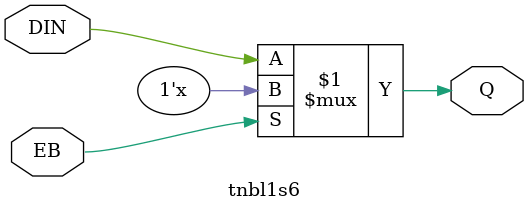
<source format=v>
`celldefine
module and2s1 (Q, DIN1, DIN2);
output Q;
input  DIN1;
input  DIN2;
and _i0 (Q,DIN1,DIN2);
specify(DIN1 => Q) = (`ifdef unit_delay 1 `else 0 `endif ,`ifdef unit_delay 1 `else 0 `endif );
(DIN2 => Q) = (`ifdef unit_delay 1 `else 0 `endif ,`ifdef unit_delay 1 `else 0 `endif );
endspecify
endmodule
`endcelldefine
// Copyright 1998-1999 LEDA Systems, Inc.
`celldefine
// 2-input AND, 2x
// Q = DIN1 & DIN2
module and2s2 (Q, DIN1, DIN2);
output Q;
input  DIN1;
input  DIN2;
and _i0 (Q,DIN1,DIN2);
specify(DIN1 => Q) = (`ifdef unit_delay 1 `else 0 `endif ,`ifdef unit_delay 1 `else 0 `endif );
(DIN2 => Q) = (`ifdef unit_delay 1 `else 0 `endif ,`ifdef unit_delay 1 `else 0 `endif );
endspecify
endmodule
`endcelldefine
// Copyright 1998-1999 LEDA Systems, Inc.
`celldefine
// 2-input AND, 3x
// Q = DIN1 & DIN2
module and2s3 (Q, DIN1, DIN2);
output Q;
input  DIN1;
input  DIN2;
and _i0 (Q,DIN1,DIN2);
specify(DIN1 => Q) = (`ifdef unit_delay 1 `else 0 `endif ,`ifdef unit_delay 1 `else 0 `endif );
(DIN2 => Q) = (`ifdef unit_delay 1 `else 0 `endif ,`ifdef unit_delay 1 `else 0 `endif );
endspecify
endmodule
`endcelldefine
// Copyright 1998-1999 LEDA Systems, Inc.
`celldefine
// 3-input AND, 1x
// Q = DIN1 & DIN2 & DIN3
module and3s1 (Q, DIN1, DIN2, DIN3);
output Q;
input  DIN1;
input  DIN2;
input  DIN3;
and _i0 (Q,DIN3,DIN1,DIN2);
specify(DIN1 => Q) = (`ifdef unit_delay 1 `else 0 `endif ,`ifdef unit_delay 1 `else 0 `endif );
(DIN2 => Q) = (`ifdef unit_delay 1 `else 0 `endif ,`ifdef unit_delay 1 `else 0 `endif );
(DIN3 => Q) = (`ifdef unit_delay 1 `else 0 `endif ,`ifdef unit_delay 1 `else 0 `endif );
endspecify
endmodule
`endcelldefine
// Copyright 1998-1999 LEDA Systems, Inc.
`celldefine
// 3-input AND, 2x
// Q = DIN1 & DIN2 & DIN3
module and3s2 (Q, DIN1, DIN2, DIN3);
output Q;
input  DIN1;
input  DIN2;
input  DIN3;
and _i0 (Q,DIN3,DIN1,DIN2);
specify(DIN1 => Q) = (`ifdef unit_delay 1 `else 0 `endif ,`ifdef unit_delay 1 `else 0 `endif );
(DIN2 => Q) = (`ifdef unit_delay 1 `else 0 `endif ,`ifdef unit_delay 1 `else 0 `endif );
(DIN3 => Q) = (`ifdef unit_delay 1 `else 0 `endif ,`ifdef unit_delay 1 `else 0 `endif );
endspecify
endmodule
`endcelldefine
// Copyright 1998-1999 LEDA Systems, Inc.
`celldefine
// 3-input AND, 3x
// Q = DIN1 & DIN2 & DIN3
module and3s3 (Q, DIN1, DIN2, DIN3);
output Q;
input  DIN1;
input  DIN2;
input  DIN3;
and _i0 (Q,DIN3,DIN1,DIN2);
specify(DIN1 => Q) = (`ifdef unit_delay 1 `else 0 `endif ,`ifdef unit_delay 1 `else 0 `endif );
(DIN2 => Q) = (`ifdef unit_delay 1 `else 0 `endif ,`ifdef unit_delay 1 `else 0 `endif );
(DIN3 => Q) = (`ifdef unit_delay 1 `else 0 `endif ,`ifdef unit_delay 1 `else 0 `endif );
endspecify
endmodule
`endcelldefine
// Copyright 1998-1999 LEDA Systems, Inc.
`celldefine
// 4-input AND, 1x
// Q = DIN1 & DIN2 & DIN3 & DIN4
module and4s1 (Q, DIN1, DIN2, DIN3, DIN4);
output Q;
input  DIN1;
input  DIN2;
input  DIN3;
input  DIN4;
and _i0 (Q,DIN4,DIN3,DIN1,DIN2);
specify(DIN1 => Q) = (`ifdef unit_delay 1 `else 0 `endif ,`ifdef unit_delay 1 `else 0 `endif );
(DIN2 => Q) = (`ifdef unit_delay 1 `else 0 `endif ,`ifdef unit_delay 1 `else 0 `endif );
(DIN3 => Q) = (`ifdef unit_delay 1 `else 0 `endif ,`ifdef unit_delay 1 `else 0 `endif );
(DIN4 => Q) = (`ifdef unit_delay 1 `else 0 `endif ,`ifdef unit_delay 1 `else 0 `endif );
endspecify
endmodule
`endcelldefine
// Copyright 1998-1999 LEDA Systems, Inc.
`celldefine
// 4-input AND, 2x
// Q = DIN1 & DIN2 & DIN3 & DIN4
module and4s2 (Q, DIN1, DIN2, DIN3, DIN4);
output Q;
input  DIN1;
input  DIN2;
input  DIN3;
input  DIN4;
and _i0 (Q,DIN4,DIN3,DIN1,DIN2);
specify(DIN1 => Q) = (`ifdef unit_delay 1 `else 0 `endif ,`ifdef unit_delay 1 `else 0 `endif );
(DIN2 => Q) = (`ifdef unit_delay 1 `else 0 `endif ,`ifdef unit_delay 1 `else 0 `endif );
(DIN3 => Q) = (`ifdef unit_delay 1 `else 0 `endif ,`ifdef unit_delay 1 `else 0 `endif );
(DIN4 => Q) = (`ifdef unit_delay 1 `else 0 `endif ,`ifdef unit_delay 1 `else 0 `endif );
endspecify
endmodule
`endcelldefine
// Copyright 1998-1999 LEDA Systems, Inc.
`celldefine
// 1/1/1/2 AND-OR-AND-Invert Gate, 1x
// Q = !(DIN1 & DIN2 & (DIN3 | (DIN4 & DIN5)))
module aoai1112s1 (Q, DIN1, DIN2, DIN3, DIN4, DIN5);
output Q;
input  DIN1;
input  DIN2;
input  DIN3;
input  DIN4;
input  DIN5;
and _i0 (_n2,DIN4,DIN5);
or _i1 (_n1,DIN3,_n2);
nand _i2 (Q,DIN1,DIN2,_n1);
not _wi0 (_wn2,DIN3);
and _wi1 (_wn1,DIN5,_wn2,DIN4);
not _wi2 (_wn6,DIN5);
and _wi3 (_wn5,DIN4,_wn6);
not _wi4 (_wn7,DIN4);
or _wi5 (_wn4,_wn5,_wn7);
and _wi6 (_wn3,DIN3,_wn4);
or _wi7 (DIN1Qstate0,_wn1,_wn3);
and _wi9 (_wn9,_wn7,DIN5);
or _wi12 (DIN3Qstate0,_wn9,_wn5);
or _wi20 (DIN2Qstate0,_wn1,_wn3);
specify(DIN4 => Q) = (`ifdef unit_delay 1 `else 0 `endif ,`ifdef unit_delay 1 `else 0 `endif );
(DIN5 => Q) = (`ifdef unit_delay 1 `else 0 `endif ,`ifdef unit_delay 1 `else 0 `endif );
if(!DIN4&!DIN5) (DIN3 => Q) = (`ifdef unit_delay 1 `else 0 `endif ,`ifdef unit_delay 1 `else 0 `endif );
if(DIN1Qstate0) (DIN1 => Q) = (`ifdef unit_delay 1 `else 0 `endif ,`ifdef unit_delay 1 `else 0 `endif );
if(DIN2Qstate0) (DIN2 => Q) = (`ifdef unit_delay 1 `else 0 `endif ,`ifdef unit_delay 1 `else 0 `endif );
if(DIN3&DIN4&DIN5) (DIN1 => Q) = (`ifdef unit_delay 1 `else 0 `endif ,`ifdef unit_delay 1 `else 0 `endif );
if(DIN3&DIN4&DIN5) (DIN2 => Q) = (`ifdef unit_delay 1 `else 0 `endif ,`ifdef unit_delay 1 `else 0 `endif );
if(DIN3Qstate0) (DIN3 => Q) = (`ifdef unit_delay 1 `else 0 `endif ,`ifdef unit_delay 1 `else 0 `endif );
endspecify
endmodule
`endcelldefine
// Copyright 1998-1999 LEDA Systems, Inc.
`celldefine
// 1/1/1/2 AND-OR-AND-Invert Gate, 2x
// Q = !(DIN1 & DIN2 & (DIN3 | (DIN4 & DIN5)))
module aoai1112s2 (Q, DIN1, DIN2, DIN3, DIN4, DIN5);
output Q;
input  DIN1;
input  DIN2;
input  DIN3;
input  DIN4;
input  DIN5;
and _i0 (_n2,DIN4,DIN5);
or _i1 (_n1,DIN3,_n2);
nand _i2 (Q,DIN1,DIN2,_n1);
not _wi0 (_wn2,DIN3);
and _wi1 (_wn1,DIN5,_wn2,DIN4);
not _wi2 (_wn6,DIN5);
and _wi3 (_wn5,DIN4,_wn6);
not _wi4 (_wn7,DIN4);
or _wi5 (_wn4,_wn5,_wn7);
and _wi6 (_wn3,DIN3,_wn4);
or _wi7 (DIN1Qstate0,_wn1,_wn3);
and _wi9 (_wn9,_wn7,DIN5);
or _wi12 (DIN3Qstate0,_wn9,_wn5);
or _wi20 (DIN2Qstate0,_wn1,_wn3);
specify(DIN4 => Q) = (`ifdef unit_delay 1 `else 0 `endif ,`ifdef unit_delay 1 `else 0 `endif );
(DIN5 => Q) = (`ifdef unit_delay 1 `else 0 `endif ,`ifdef unit_delay 1 `else 0 `endif );
if(!DIN4&!DIN5) (DIN3 => Q) = (`ifdef unit_delay 1 `else 0 `endif ,`ifdef unit_delay 1 `else 0 `endif );
if(DIN1Qstate0) (DIN1 => Q) = (`ifdef unit_delay 1 `else 0 `endif ,`ifdef unit_delay 1 `else 0 `endif );
if(DIN2Qstate0) (DIN2 => Q) = (`ifdef unit_delay 1 `else 0 `endif ,`ifdef unit_delay 1 `else 0 `endif );
if(DIN3&DIN4&DIN5) (DIN1 => Q) = (`ifdef unit_delay 1 `else 0 `endif ,`ifdef unit_delay 1 `else 0 `endif );
if(DIN3&DIN4&DIN5) (DIN2 => Q) = (`ifdef unit_delay 1 `else 0 `endif ,`ifdef unit_delay 1 `else 0 `endif );
if(DIN3Qstate0) (DIN3 => Q) = (`ifdef unit_delay 1 `else 0 `endif ,`ifdef unit_delay 1 `else 0 `endif );
endspecify
endmodule
`endcelldefine
// Copyright 1998-1999 LEDA Systems, Inc.
`celldefine
// 1/1/1/2 AND-OR-AND-Invert Gate, 3x
// Q = !(DIN1 & DIN2 & (DIN3 | (DIN4 & DIN5)))
module aoai1112s3 (Q, DIN1, DIN2, DIN3, DIN4, DIN5);
output Q;
input  DIN1;
input  DIN2;
input  DIN3;
input  DIN4;
input  DIN5;
and _i0 (_n2,DIN4,DIN5);
or _i1 (_n1,DIN3,_n2);
nand _i2 (Q,DIN1,DIN2,_n1);
not _wi0 (_wn2,DIN3);
and _wi1 (_wn1,DIN5,_wn2,DIN4);
not _wi2 (_wn6,DIN5);
and _wi3 (_wn5,DIN4,_wn6);
not _wi4 (_wn7,DIN4);
or _wi5 (_wn4,_wn5,_wn7);
and _wi6 (_wn3,DIN3,_wn4);
or _wi7 (DIN1Qstate0,_wn1,_wn3);
and _wi9 (_wn9,_wn7,DIN5);
or _wi12 (DIN3Qstate0,_wn9,_wn5);
or _wi20 (DIN2Qstate0,_wn1,_wn3);
specify(DIN4 => Q) = (`ifdef unit_delay 1 `else 0 `endif ,`ifdef unit_delay 1 `else 0 `endif );
(DIN5 => Q) = (`ifdef unit_delay 1 `else 0 `endif ,`ifdef unit_delay 1 `else 0 `endif );
if(!DIN4&!DIN5) (DIN3 => Q) = (`ifdef unit_delay 1 `else 0 `endif ,`ifdef unit_delay 1 `else 0 `endif );
if(DIN1Qstate0) (DIN1 => Q) = (`ifdef unit_delay 1 `else 0 `endif ,`ifdef unit_delay 1 `else 0 `endif );
if(DIN2Qstate0) (DIN2 => Q) = (`ifdef unit_delay 1 `else 0 `endif ,`ifdef unit_delay 1 `else 0 `endif );
if(DIN3&DIN4&DIN5) (DIN1 => Q) = (`ifdef unit_delay 1 `else 0 `endif ,`ifdef unit_delay 1 `else 0 `endif );
if(DIN3&DIN4&DIN5) (DIN2 => Q) = (`ifdef unit_delay 1 `else 0 `endif ,`ifdef unit_delay 1 `else 0 `endif );
if(DIN3Qstate0) (DIN3 => Q) = (`ifdef unit_delay 1 `else 0 `endif ,`ifdef unit_delay 1 `else 0 `endif );
endspecify
endmodule
`endcelldefine
// Copyright 1998-1999 LEDA Systems, Inc.
`celldefine
// 1/2/3 and-or-invert gate, 1x
// Q = !(DIN1 | (DIN2 & DIN3) | (DIN4 & DIN5 & DIN6))
module aoi123s1 (Q, DIN1, DIN2, DIN3, DIN4, DIN5, DIN6);
output Q;
input  DIN1;
input  DIN2;
input  DIN3;
input  DIN4;
input  DIN5;
input  DIN6;
and _i0 (_n1,DIN2,DIN3);
and _i1 (_n2,DIN6,DIN4,DIN5);
nor _i2 (Q,DIN1,_n1,_n2);
not _wi0 (_wn2,DIN2);
not _wi1 (_wn5,DIN4);
and _wi2 (_wn4,DIN6,_wn5,DIN5);
not _wi3 (_wn9,DIN5);
and _wi4 (_wn8,_wn9,DIN6);
not _wi5 (_wn11,DIN6);
and _wi6 (_wn10,DIN5,_wn11);
or _wi7 (_wn7,_wn8,_wn10);
and _wi8 (_wn6,DIN4,_wn7);
or _wi9 (_wn3,_wn4,_wn6);
and _wi10 (_wn1,_wn2,DIN3,_wn3);
not _wi11 (_wn13,DIN3);
and _wi21 (_wn12,DIN2,_wn13,_wn3);
or _wi22 (DIN1Qstate0,_wn1,_wn12);
or _wi27 (_wn26,_wn10,_wn9);
and _wi28 (_wn24,_wn5,_wn26);
and _wi31 (_wn30,_wn11,DIN4,_wn9);
or _wi32 (DIN3Qstate1,_wn24,_wn30);
or _wi42 (DIN2Qstate1,_wn24,_wn30);
and _wi54 (_wn47,_wn13,_wn3);
and _wi65 (_wn58,DIN3,DIN2Qstate1);
or _wi66 (_wn46,_wn47,_wn58);
and _wi67 (_wn44,_wn2,_wn46);
and _wi79 (_wn69,DIN2,_wn13,DIN2Qstate1);
or _wi80 (DIN1Qstate1,_wn44,_wn69);
and _wi93 (DIN1Qstate2,_wn2,_wn13,DIN2Qstate1);
and _wi95 (_wn95,_wn2,DIN3);
and _wi97 (_wn97,DIN2,_wn13);
or _wi98 (DIN6Qstate0,_wn95,_wn97);
or _wi103 (DIN5Qstate0,_wn95,_wn97);
or _wi108 (DIN4Qstate0,_wn95,_wn97);
or _wi117 (DIN3Qstate0,_wn4,_wn6);
or _wi126 (DIN2Qstate0,_wn4,_wn6);
specify
if(!DIN2&!DIN3) (DIN4 => Q) = (`ifdef unit_delay 1 `else 0 `endif ,`ifdef unit_delay 1 `else 0 `endif );
if(!DIN2&!DIN3) (DIN5 => Q) = (`ifdef unit_delay 1 `else 0 `endif ,`ifdef unit_delay 1 `else 0 `endif );
if(!DIN2&!DIN3) (DIN6 => Q) = (`ifdef unit_delay 1 `else 0 `endif ,`ifdef unit_delay 1 `else 0 `endif );
if(DIN1Qstate0) (DIN1 => Q) = (`ifdef unit_delay 1 `else 0 `endif ,`ifdef unit_delay 1 `else 0 `endif );
if(DIN1Qstate1) (DIN1 => Q) = (`ifdef unit_delay 1 `else 0 `endif ,`ifdef unit_delay 1 `else 0 `endif );
if(DIN1Qstate2) (DIN1 => Q) = (`ifdef unit_delay 1 `else 0 `endif ,`ifdef unit_delay 1 `else 0 `endif );
if(DIN2Qstate0) (DIN2 => Q) = (`ifdef unit_delay 1 `else 0 `endif ,`ifdef unit_delay 1 `else 0 `endif );
if(DIN2Qstate1) (DIN2 => Q) = (`ifdef unit_delay 1 `else 0 `endif ,`ifdef unit_delay 1 `else 0 `endif );
if(DIN3Qstate0) (DIN3 => Q) = (`ifdef unit_delay 1 `else 0 `endif ,`ifdef unit_delay 1 `else 0 `endif );
if(DIN3Qstate1) (DIN3 => Q) = (`ifdef unit_delay 1 `else 0 `endif ,`ifdef unit_delay 1 `else 0 `endif );
if(DIN4Qstate0) (DIN4 => Q) = (`ifdef unit_delay 1 `else 0 `endif ,`ifdef unit_delay 1 `else 0 `endif );
if(DIN5Qstate0) (DIN5 => Q) = (`ifdef unit_delay 1 `else 0 `endif ,`ifdef unit_delay 1 `else 0 `endif );
if(DIN6Qstate0) (DIN6 => Q) = (`ifdef unit_delay 1 `else 0 `endif ,`ifdef unit_delay 1 `else 0 `endif );
endspecify
endmodule
`endcelldefine
// Copyright 1998-1999 LEDA Systems, Inc.
`celldefine
// 1/2/3 and-or-invert gate, 2x
// Q = !(DIN1 | (DIN2 & DIN3) | (DIN4 & DIN5 & DIN6))
module aoi123s2 (Q, DIN1, DIN2, DIN3, DIN4, DIN5, DIN6);
output Q;
input  DIN1;
input  DIN2;
input  DIN3;
input  DIN4;
input  DIN5;
input  DIN6;
and _i0 (_n1,DIN2,DIN3);
and _i1 (_n2,DIN6,DIN4,DIN5);
nor _i2 (Q,DIN1,_n1,_n2);
not _wi0 (_wn2,DIN2);
not _wi1 (_wn5,DIN4);
and _wi2 (_wn4,DIN6,_wn5,DIN5);
not _wi3 (_wn9,DIN5);
and _wi4 (_wn8,_wn9,DIN6);
not _wi5 (_wn11,DIN6);
and _wi6 (_wn10,DIN5,_wn11);
or _wi7 (_wn7,_wn8,_wn10);
and _wi8 (_wn6,DIN4,_wn7);
or _wi9 (_wn3,_wn4,_wn6);
and _wi10 (_wn1,_wn2,DIN3,_wn3);
not _wi11 (_wn13,DIN3);
and _wi21 (_wn12,DIN2,_wn13,_wn3);
or _wi22 (DIN1Qstate0,_wn1,_wn12);
or _wi27 (_wn26,_wn10,_wn9);
and _wi28 (_wn24,_wn5,_wn26);
and _wi31 (_wn30,_wn11,DIN4,_wn9);
or _wi32 (DIN3Qstate1,_wn24,_wn30);
or _wi42 (DIN2Qstate1,_wn24,_wn30);
and _wi54 (_wn47,_wn13,_wn3);
and _wi65 (_wn58,DIN3,DIN2Qstate1);
or _wi66 (_wn46,_wn47,_wn58);
and _wi67 (_wn44,_wn2,_wn46);
and _wi79 (_wn69,DIN2,_wn13,DIN2Qstate1);
or _wi80 (DIN1Qstate1,_wn44,_wn69);
and _wi93 (DIN1Qstate2,_wn2,_wn13,DIN2Qstate1);
and _wi95 (_wn95,_wn2,DIN3);
and _wi97 (_wn97,DIN2,_wn13);
or _wi98 (DIN6Qstate0,_wn95,_wn97);
or _wi103 (DIN5Qstate0,_wn95,_wn97);
or _wi108 (DIN4Qstate0,_wn95,_wn97);
or _wi117 (DIN3Qstate0,_wn4,_wn6);
or _wi126 (DIN2Qstate0,_wn4,_wn6);
specify
if(!DIN2&!DIN3) (DIN4 => Q) = (`ifdef unit_delay 1 `else 0 `endif ,`ifdef unit_delay 1 `else 0 `endif );
if(!DIN2&!DIN3) (DIN5 => Q) = (`ifdef unit_delay 1 `else 0 `endif ,`ifdef unit_delay 1 `else 0 `endif );
if(!DIN2&!DIN3) (DIN6 => Q) = (`ifdef unit_delay 1 `else 0 `endif ,`ifdef unit_delay 1 `else 0 `endif );
if(DIN1Qstate0) (DIN1 => Q) = (`ifdef unit_delay 1 `else 0 `endif ,`ifdef unit_delay 1 `else 0 `endif );
if(DIN1Qstate1) (DIN1 => Q) = (`ifdef unit_delay 1 `else 0 `endif ,`ifdef unit_delay 1 `else 0 `endif );
if(DIN1Qstate2) (DIN1 => Q) = (`ifdef unit_delay 1 `else 0 `endif ,`ifdef unit_delay 1 `else 0 `endif );
if(DIN2Qstate0) (DIN2 => Q) = (`ifdef unit_delay 1 `else 0 `endif ,`ifdef unit_delay 1 `else 0 `endif );
if(DIN2Qstate1) (DIN2 => Q) = (`ifdef unit_delay 1 `else 0 `endif ,`ifdef unit_delay 1 `else 0 `endif );
if(DIN3Qstate0) (DIN3 => Q) = (`ifdef unit_delay 1 `else 0 `endif ,`ifdef unit_delay 1 `else 0 `endif );
if(DIN3Qstate1) (DIN3 => Q) = (`ifdef unit_delay 1 `else 0 `endif ,`ifdef unit_delay 1 `else 0 `endif );
if(DIN4Qstate0) (DIN4 => Q) = (`ifdef unit_delay 1 `else 0 `endif ,`ifdef unit_delay 1 `else 0 `endif );
if(DIN5Qstate0) (DIN5 => Q) = (`ifdef unit_delay 1 `else 0 `endif ,`ifdef unit_delay 1 `else 0 `endif );
if(DIN6Qstate0) (DIN6 => Q) = (`ifdef unit_delay 1 `else 0 `endif ,`ifdef unit_delay 1 `else 0 `endif );
endspecify
endmodule
`endcelldefine
// Copyright 1998-1999 LEDA Systems, Inc.
`celldefine
// 1/2/3 and-or-invert gate, 3x
// Q = !(DIN1 | (DIN2 & DIN3) | (DIN4 & DIN5 & DIN6))
module aoi123s3 (Q, DIN1, DIN2, DIN3, DIN4, DIN5, DIN6);
output Q;
input  DIN1;
input  DIN2;
input  DIN3;
input  DIN4;
input  DIN5;
input  DIN6;
and _i0 (_n1,DIN2,DIN3);
and _i1 (_n2,DIN6,DIN4,DIN5);
nor _i2 (Q,DIN1,_n1,_n2);
not _wi0 (_wn2,DIN2);
not _wi1 (_wn5,DIN4);
and _wi2 (_wn4,DIN6,_wn5,DIN5);
not _wi3 (_wn9,DIN5);
and _wi4 (_wn8,_wn9,DIN6);
not _wi5 (_wn11,DIN6);
and _wi6 (_wn10,DIN5,_wn11);
or _wi7 (_wn7,_wn8,_wn10);
and _wi8 (_wn6,DIN4,_wn7);
or _wi9 (_wn3,_wn4,_wn6);
and _wi10 (_wn1,_wn2,DIN3,_wn3);
not _wi11 (_wn13,DIN3);
and _wi21 (_wn12,DIN2,_wn13,_wn3);
or _wi22 (DIN1Qstate0,_wn1,_wn12);
or _wi27 (_wn26,_wn10,_wn9);
and _wi28 (_wn24,_wn5,_wn26);
and _wi31 (_wn30,_wn11,DIN4,_wn9);
or _wi32 (DIN3Qstate1,_wn24,_wn30);
or _wi42 (DIN2Qstate1,_wn24,_wn30);
and _wi54 (_wn47,_wn13,_wn3);
and _wi61 (_wn60,_wn5,_wn7);
or _wi65 (_wn59,_wn60,_wn30);
and _wi66 (_wn58,DIN3,_wn59);
or _wi67 (_wn46,_wn47,_wn58);
and _wi68 (_wn44,_wn2,_wn46);
and _wi80 (_wn70,DIN2,_wn13,DIN2Qstate1);
or _wi81 (DIN1Qstate1,_wn44,_wn70);
and _wi86 (DIN1Qstate2,_wn11,_wn9,_wn5,_wn2,DIN3);
and _wi88 (_wn88,_wn2,DIN3);
and _wi90 (_wn90,DIN2,_wn13);
or _wi91 (DIN6Qstate0,_wn88,_wn90);
or _wi96 (DIN5Qstate0,_wn88,_wn90);
or _wi101 (DIN4Qstate0,_wn88,_wn90);
or _wi110 (DIN3Qstate0,_wn4,_wn6);
and _wi123 (DIN1Qstate3,_wn2,_wn13,DIN2Qstate1);
or _wi132 (DIN2Qstate0,_wn4,_wn6);
specify
if(!DIN2&!DIN3) (DIN4 => Q) = (`ifdef unit_delay 1 `else 0 `endif ,`ifdef unit_delay 1 `else 0 `endif );
if(!DIN2&!DIN3) (DIN5 => Q) = (`ifdef unit_delay 1 `else 0 `endif ,`ifdef unit_delay 1 `else 0 `endif );
if(!DIN2&!DIN3) (DIN6 => Q) = (`ifdef unit_delay 1 `else 0 `endif ,`ifdef unit_delay 1 `else 0 `endif );
if(DIN1Qstate0) (DIN1 => Q) = (`ifdef unit_delay 1 `else 0 `endif ,`ifdef unit_delay 1 `else 0 `endif );
if(DIN1Qstate1) (DIN1 => Q) = (`ifdef unit_delay 1 `else 0 `endif ,`ifdef unit_delay 1 `else 0 `endif );
if(DIN1Qstate2) (DIN1 => Q) = (`ifdef unit_delay 1 `else 0 `endif ,`ifdef unit_delay 1 `else 0 `endif );
if(DIN1Qstate3) (DIN1 => Q) = (`ifdef unit_delay 1 `else 0 `endif ,`ifdef unit_delay 1 `else 0 `endif );
if(DIN2Qstate0) (DIN2 => Q) = (`ifdef unit_delay 1 `else 0 `endif ,`ifdef unit_delay 1 `else 0 `endif );
if(DIN2Qstate1) (DIN2 => Q) = (`ifdef unit_delay 1 `else 0 `endif ,`ifdef unit_delay 1 `else 0 `endif );
if(DIN3Qstate0) (DIN3 => Q) = (`ifdef unit_delay 1 `else 0 `endif ,`ifdef unit_delay 1 `else 0 `endif );
if(DIN3Qstate1) (DIN3 => Q) = (`ifdef unit_delay 1 `else 0 `endif ,`ifdef unit_delay 1 `else 0 `endif );
if(DIN4Qstate0) (DIN4 => Q) = (`ifdef unit_delay 1 `else 0 `endif ,`ifdef unit_delay 1 `else 0 `endif );
if(DIN5Qstate0) (DIN5 => Q) = (`ifdef unit_delay 1 `else 0 `endif ,`ifdef unit_delay 1 `else 0 `endif );
if(DIN6Qstate0) (DIN6 => Q) = (`ifdef unit_delay 1 `else 0 `endif ,`ifdef unit_delay 1 `else 0 `endif );
endspecify
endmodule
`endcelldefine
// Copyright 1998-1999 LEDA Systems, Inc.
`celldefine
// 1/3 and-or-invert gate, 1x
// Q = !(DIN1 | (DIN2 & DIN3 & DIN4))
module aoi13s1 (Q, DIN1, DIN2, DIN3, DIN4);
output Q;
input  DIN1;
input  DIN2;
input  DIN3;
input  DIN4;
and _i0 (_n1,DIN4,DIN2,DIN3);
nor _i1 (Q,DIN1,_n1);
specify(DIN1 => Q) = (`ifdef unit_delay 1 `else 0 `endif ,`ifdef unit_delay 1 `else 0 `endif );
(DIN2 => Q) = (`ifdef unit_delay 1 `else 0 `endif ,`ifdef unit_delay 1 `else 0 `endif );
(DIN3 => Q) = (`ifdef unit_delay 1 `else 0 `endif ,`ifdef unit_delay 1 `else 0 `endif );
(DIN4 => Q) = (`ifdef unit_delay 1 `else 0 `endif ,`ifdef unit_delay 1 `else 0 `endif );
endspecify
endmodule
`endcelldefine
// Copyright 1998-1999 LEDA Systems, Inc.
`celldefine
// 1/3 and-or-invert gate, 2x
// Q = !(DIN1 | (DIN2 & DIN3 & DIN4))
module aoi13s2 (Q, DIN1, DIN2, DIN3, DIN4);
output Q;
input  DIN1;
input  DIN2;
input  DIN3;
input  DIN4;
and _i0 (_n1,DIN4,DIN2,DIN3);
nor _i1 (Q,DIN1,_n1);
specify(DIN1 => Q) = (`ifdef unit_delay 1 `else 0 `endif ,`ifdef unit_delay 1 `else 0 `endif );
(DIN2 => Q) = (`ifdef unit_delay 1 `else 0 `endif ,`ifdef unit_delay 1 `else 0 `endif );
(DIN3 => Q) = (`ifdef unit_delay 1 `else 0 `endif ,`ifdef unit_delay 1 `else 0 `endif );
(DIN4 => Q) = (`ifdef unit_delay 1 `else 0 `endif ,`ifdef unit_delay 1 `else 0 `endif );
endspecify
endmodule
`endcelldefine
// Copyright 1998-1999 LEDA Systems, Inc.
`celldefine
// 1/3 and-or-invert gate, 3x
// Q = !(DIN1 | (DIN2 & DIN3 & DIN4))
module aoi13s3 (Q, DIN1, DIN2, DIN3, DIN4);
output Q;
input  DIN1;
input  DIN2;
input  DIN3;
input  DIN4;
and _i0 (_n1,DIN4,DIN2,DIN3);
nor _i1 (Q,DIN1,_n1);
not _wi0 (_wn2,DIN2);
not _wi1 (_wn5,DIN3);
and _wi2 (_wn4,_wn5,DIN4);
or _wi3 (_wn3,_wn4,DIN3);
and _wi4 (_wn1,_wn2,_wn3);
not _wi5 (_wn9,DIN4);
and _wi6 (_wn8,DIN3,_wn9);
or _wi8 (_wn7,_wn8,_wn5);
and _wi9 (_wn6,DIN2,_wn7);
or _wi10 (DIN1Qstate0,_wn1,_wn6);
specify(DIN2 => Q) = (`ifdef unit_delay 1 `else 0 `endif ,`ifdef unit_delay 1 `else 0 `endif );
(DIN3 => Q) = (`ifdef unit_delay 1 `else 0 `endif ,`ifdef unit_delay 1 `else 0 `endif );
(DIN4 => Q) = (`ifdef unit_delay 1 `else 0 `endif ,`ifdef unit_delay 1 `else 0 `endif );
if(!DIN2&!DIN3&!DIN4) (DIN1 => Q) = (`ifdef unit_delay 1 `else 0 `endif ,`ifdef unit_delay 1 `else 0 `endif );
if(DIN1Qstate0) (DIN1 => Q) = (`ifdef unit_delay 1 `else 0 `endif ,`ifdef unit_delay 1 `else 0 `endif );
endspecify
endmodule
`endcelldefine
// Copyright 1998-1999 LEDA Systems, Inc.
`celldefine
// 2/1/1 and-or-invert gate, 1x
// Q = !((DIN1 & DIN2) | DIN3 | DIN4)
module aoi211s1 (Q, DIN1, DIN2, DIN3, DIN4);
output Q;
input  DIN1;
input  DIN2;
input  DIN3;
input  DIN4;
and _i0 (_n1,DIN1,DIN2);
nor _i1 (Q,DIN4,_n1,DIN3);
specify(DIN1 => Q) = (`ifdef unit_delay 1 `else 0 `endif ,`ifdef unit_delay 1 `else 0 `endif );
(DIN2 => Q) = (`ifdef unit_delay 1 `else 0 `endif ,`ifdef unit_delay 1 `else 0 `endif );
(DIN3 => Q) = (`ifdef unit_delay 1 `else 0 `endif ,`ifdef unit_delay 1 `else 0 `endif );
(DIN4 => Q) = (`ifdef unit_delay 1 `else 0 `endif ,`ifdef unit_delay 1 `else 0 `endif );
endspecify
endmodule
`endcelldefine
// Copyright 1998-1999 LEDA Systems, Inc.
`celldefine
// 2/1/1 and-or-invert gate, 2x
// Q = !((DIN1 & DIN2) | DIN3 | DIN4)
module aoi211s2 (Q, DIN1, DIN2, DIN3, DIN4);
output Q;
input  DIN1;
input  DIN2;
input  DIN3;
input  DIN4;
and _i0 (_n1,DIN1,DIN2);
nor _i1 (Q,DIN4,_n1,DIN3);
specify(DIN1 => Q) = (`ifdef unit_delay 1 `else 0 `endif ,`ifdef unit_delay 1 `else 0 `endif );
(DIN2 => Q) = (`ifdef unit_delay 1 `else 0 `endif ,`ifdef unit_delay 1 `else 0 `endif );
(DIN3 => Q) = (`ifdef unit_delay 1 `else 0 `endif ,`ifdef unit_delay 1 `else 0 `endif );
(DIN4 => Q) = (`ifdef unit_delay 1 `else 0 `endif ,`ifdef unit_delay 1 `else 0 `endif );
endspecify
endmodule
`endcelldefine
// Copyright 1998-1999 LEDA Systems, Inc.
`celldefine
// 2/1/1 and-or-invert gate, 3x
// Q = !((DIN1 & DIN2) | DIN3 | DIN4)
module aoi211s3 (Q, DIN1, DIN2, DIN3, DIN4);
output Q;
input  DIN1;
input  DIN2;
input  DIN3;
input  DIN4;
and _i0 (_n1,DIN1,DIN2);
nor _i1 (Q,DIN4,_n1,DIN3);
specify(DIN1 => Q) = (`ifdef unit_delay 1 `else 0 `endif ,`ifdef unit_delay 1 `else 0 `endif );
(DIN2 => Q) = (`ifdef unit_delay 1 `else 0 `endif ,`ifdef unit_delay 1 `else 0 `endif );
(DIN3 => Q) = (`ifdef unit_delay 1 `else 0 `endif ,`ifdef unit_delay 1 `else 0 `endif );
(DIN4 => Q) = (`ifdef unit_delay 1 `else 0 `endif ,`ifdef unit_delay 1 `else 0 `endif );
endspecify
endmodule
`endcelldefine
// Copyright 1998-1999 LEDA Systems, Inc.
`celldefine
// 2/1 and-or-invert gate, 1x
// Q = !((DIN1 & DIN2) | DIN3)
module aoi21s1 (Q, DIN1, DIN2, DIN3);
output Q;
input  DIN1;
input  DIN2;
input  DIN3;
and _i0 (_n1,DIN1,DIN2);
nor _i1 (Q,_n1,DIN3);
specify(DIN1 => Q) = (`ifdef unit_delay 1 `else 0 `endif ,`ifdef unit_delay 1 `else 0 `endif );
(DIN2 => Q) = (`ifdef unit_delay 1 `else 0 `endif ,`ifdef unit_delay 1 `else 0 `endif );
(DIN3 => Q) = (`ifdef unit_delay 1 `else 0 `endif ,`ifdef unit_delay 1 `else 0 `endif );
endspecify
endmodule
`endcelldefine
// Copyright 1998-1999 LEDA Systems, Inc.
`celldefine
// 2/1 and-or-invert gate, 2x
// Q = !((DIN1 & DIN2) | DIN3)
module aoi21s2 (Q, DIN1, DIN2, DIN3);
output Q;
input  DIN1;
input  DIN2;
input  DIN3;
and _i0 (_n1,DIN1,DIN2);
nor _i1 (Q,_n1,DIN3);
specify(DIN1 => Q) = (`ifdef unit_delay 1 `else 0 `endif ,`ifdef unit_delay 1 `else 0 `endif );
(DIN2 => Q) = (`ifdef unit_delay 1 `else 0 `endif ,`ifdef unit_delay 1 `else 0 `endif );
(DIN3 => Q) = (`ifdef unit_delay 1 `else 0 `endif ,`ifdef unit_delay 1 `else 0 `endif );
endspecify
endmodule
`endcelldefine
// Copyright 1998-1999 LEDA Systems, Inc.
`celldefine
// 2/1 and-or-invert gate, 3x
// Q = !((DIN1 & DIN2) | DIN3)
module aoi21s3 (Q, DIN1, DIN2, DIN3);
output Q;
input  DIN1;
input  DIN2;
input  DIN3;
and _i0 (_n1,DIN1,DIN2);
nor _i1 (Q,_n1,DIN3);
specify(DIN1 => Q) = (`ifdef unit_delay 1 `else 0 `endif ,`ifdef unit_delay 1 `else 0 `endif );
(DIN2 => Q) = (`ifdef unit_delay 1 `else 0 `endif ,`ifdef unit_delay 1 `else 0 `endif );
(DIN3 => Q) = (`ifdef unit_delay 1 `else 0 `endif ,`ifdef unit_delay 1 `else 0 `endif );
endspecify
endmodule
`endcelldefine
// Copyright 1998-1999 LEDA Systems, Inc.
`celldefine
// 2/2/1 and-or-invert gate, 1x
// Q = !((DIN1 & DIN2) | (DIN3 & DIN4) | DIN5)
module aoi221s1 (Q, DIN1, DIN2, DIN3, DIN4, DIN5);
output Q;
input  DIN1;
input  DIN2;
input  DIN3;
input  DIN4;
input  DIN5;
and _i0 (_n1,DIN1,DIN2);
and _i1 (_n2,DIN3,DIN4);
nor _i2 (Q,DIN5,_n1,_n2);
specify(DIN1 => Q) = (`ifdef unit_delay 1 `else 0 `endif ,`ifdef unit_delay 1 `else 0 `endif );
(DIN2 => Q) = (`ifdef unit_delay 1 `else 0 `endif ,`ifdef unit_delay 1 `else 0 `endif );
(DIN3 => Q) = (`ifdef unit_delay 1 `else 0 `endif ,`ifdef unit_delay 1 `else 0 `endif );
(DIN4 => Q) = (`ifdef unit_delay 1 `else 0 `endif ,`ifdef unit_delay 1 `else 0 `endif );
(DIN5 => Q) = (`ifdef unit_delay 1 `else 0 `endif ,`ifdef unit_delay 1 `else 0 `endif );
endspecify
endmodule
`endcelldefine
// Copyright 1998-1999 LEDA Systems, Inc.
`celldefine
// 2/2/1 and-or-invert gate, 2x
// Q = !((DIN1 & DIN2) | (DIN3 & DIN4) | DIN5)
module aoi221s2 (Q, DIN1, DIN2, DIN3, DIN4, DIN5);
output Q;
input  DIN1;
input  DIN2;
input  DIN3;
input  DIN4;
input  DIN5;
and _i0 (_n1,DIN1,DIN2);
and _i1 (_n2,DIN3,DIN4);
nor _i2 (Q,DIN5,_n1,_n2);
not _wi0 (_wn1,DIN4);
not _wi1 (_wn2,DIN3);
not _wi2 (_wn3,DIN1);
not _wi3 (_wn4,DIN2);
and _wi4 (DIN5Qstate1,_wn1,_wn2,_wn3,_wn4);
and _wi8 (_wn12,_wn2,DIN4);
and _wi10 (_wn14,DIN3,_wn1);
or _wi11 (_wn11,_wn12,_wn14);
and _wi12 (_wn9,_wn4,_wn11);
or _wi16 (_wn17,_wn14,_wn2);
and _wi17 (_wn16,DIN2,_wn17);
or _wi18 (_wn8,_wn9,_wn16);
and _wi19 (_wn6,_wn3,_wn8);
and _wi25 (_wn21,DIN1,_wn4,_wn17);
or _wi26 (DIN5Qstate0,_wn6,_wn21);
specify(DIN1 => Q) = (`ifdef unit_delay 1 `else 0 `endif ,`ifdef unit_delay 1 `else 0 `endif );
(DIN2 => Q) = (`ifdef unit_delay 1 `else 0 `endif ,`ifdef unit_delay 1 `else 0 `endif );
(DIN3 => Q) = (`ifdef unit_delay 1 `else 0 `endif ,`ifdef unit_delay 1 `else 0 `endif );
(DIN4 => Q) = (`ifdef unit_delay 1 `else 0 `endif ,`ifdef unit_delay 1 `else 0 `endif );
if(DIN5Qstate0) (DIN5 => Q) = (`ifdef unit_delay 1 `else 0 `endif ,`ifdef unit_delay 1 `else 0 `endif );
if(DIN5Qstate1) (DIN5 => Q) = (`ifdef unit_delay 1 `else 0 `endif ,`ifdef unit_delay 1 `else 0 `endif );
endspecify
endmodule
`endcelldefine
// Copyright 1998-1999 LEDA Systems, Inc.
`celldefine
// 2/2/1 and-or-invert gate, 3x
// Q = !((DIN1 & DIN2) | (DIN3 & DIN4) | DIN5)
module aoi221s3 (Q, DIN1, DIN2, DIN3, DIN4, DIN5);
output Q;
input  DIN1;
input  DIN2;
input  DIN3;
input  DIN4;
input  DIN5;
and _i0 (_n1,DIN1,DIN2);
and _i1 (_n2,DIN3,DIN4);
nor _i2 (Q,DIN5,_n1,_n2);
specify(DIN1 => Q) = (`ifdef unit_delay 1 `else 0 `endif ,`ifdef unit_delay 1 `else 0 `endif );
(DIN2 => Q) = (`ifdef unit_delay 1 `else 0 `endif ,`ifdef unit_delay 1 `else 0 `endif );
(DIN3 => Q) = (`ifdef unit_delay 1 `else 0 `endif ,`ifdef unit_delay 1 `else 0 `endif );
(DIN4 => Q) = (`ifdef unit_delay 1 `else 0 `endif ,`ifdef unit_delay 1 `else 0 `endif );
(DIN5 => Q) = (`ifdef unit_delay 1 `else 0 `endif ,`ifdef unit_delay 1 `else 0 `endif );
endspecify
endmodule
`endcelldefine
// Copyright 1998-1999 LEDA Systems, Inc.
`celldefine
// 2/2/2/1 AND-OR-Invert Gate, 1x
// Q = !((DIN1 & DIN2) | (DIN3 & DIN4) | (DIN5 & DIN6) | DIN7)
module aoi2221s1 (Q, DIN1, DIN2, DIN3, DIN4, DIN5, DIN6, DIN7);
output Q;
input  DIN1;
input  DIN2;
input  DIN3;
input  DIN4;
input  DIN5;
input  DIN6;
input  DIN7;
and _i0 (_n1,DIN1,DIN2);
and _i1 (_n2,DIN3,DIN4);
and _i2 (_n3,DIN5,DIN6);
nor _i3 (Q,DIN7,_n1,_n2,_n3);
not _wi0 (_wn2,DIN3);
not _wi1 (_wn5,DIN5);
and _wi2 (_wn4,_wn5,DIN6);
not _wi3 (_wn7,DIN6);
and _wi4 (_wn6,DIN5,_wn7);
or _wi5 (_wn3,_wn4,_wn6);
and _wi6 (_wn1,_wn2,DIN4,_wn3);
not _wi7 (_wn9,DIN4);
and _wi13 (_wn8,DIN3,_wn9,_wn3);
or _wi14 (DIN1Qstate0,_wn1,_wn8);
not _wi15 (_wn17,DIN1);
not _wi16 (_wn20,DIN2);
and _wi18 (_wn19,_wn20,_wn2);
and _wi21 (_wn22,_wn9,DIN2,_wn2);
or _wi22 (_wn18,_wn19,_wn22);
and _wi23 (_wn16,_wn17,_wn18);
and _wi27 (_wn25,_wn9,_wn2,DIN1,_wn20);
or _wi28 (DIN6Qstate1,_wn16,_wn25);
and _wi36 (_wn33,_wn20,_wn3);
and _wi39 (_wn40,_wn7,DIN2,_wn5);
or _wi40 (_wn32,_wn33,_wn40);
and _wi41 (_wn30,_wn17,_wn32);
and _wi45 (_wn43,_wn7,_wn5,DIN1,_wn20);
or _wi46 (DIN4Qstate1,_wn30,_wn43);
and _wi54 (_wn51,_wn9,_wn3);
and _wi57 (_wn58,_wn7,DIN4,_wn5);
or _wi58 (_wn50,_wn51,_wn58);
and _wi59 (_wn48,_wn2,_wn50);
and _wi63 (_wn61,_wn7,_wn5,DIN3,_wn9);
or _wi64 (DIN2Qstate1,_wn48,_wn61);
and _wi70 (DIN7Qstate2,_wn7,_wn5,_wn9,_wn17,_wn2);
and _wi75 (DIN3Qstate2,_wn7,_wn5,_wn17,_wn20);
and _wi80 (DIN1Qstate2,_wn7,_wn5,_wn2,_wn9);
and _wi84 (_wn85,_wn9,_wn20,DIN3);
and _wi86 (_wn90,_wn2,DIN4);
and _wi88 (_wn92,DIN3,_wn9);
or _wi89 (_wn89,_wn90,_wn92);
and _wi90 (_wn88,DIN2,_wn89);
or _wi91 (_wn84,_wn85,_wn88);
and _wi92 (_wn82,_wn17,_wn84);
and _wi99 (_wn94,DIN1,_wn20,_wn89);
or _wi100 (DIN6Qstate0,_wn82,_wn94);
and _wi107 (_wn102,_wn17,DIN2,_wn3);
and _wi114 (_wn109,DIN1,_wn20,_wn3);
or _wi115 (DIN4Qstate0,_wn102,_wn109);
or _wi130 (DIN2Qstate0,_wn1,_wn8);
and _wi142 (_wn148,DIN4,_wn5);
or _wi143 (_wn140,_wn51,_wn148);
and _wi144 (_wn138,_wn2,_wn140);
or _wi149 (_wn137,_wn138,_wn61);
and _wi150 (_wn135,_wn20,_wn137);
and _wi169 (_wn154,DIN2,DIN2Qstate1);
or _wi170 (_wn134,_wn135,_wn154);
and _wi171 (_wn132,_wn17,_wn134);
and _wi176 (_wn179,_wn9,_wn5);
or _wi180 (_wn178,_wn179,_wn58);
and _wi181 (_wn176,_wn2,_wn178);
or _wi186 (_wn175,_wn176,_wn61);
and _wi187 (_wn173,DIN1,_wn20,_wn175);
or _wi188 (DIN7Qstate1,_wn132,_wn173);
or _wi202 (DIN5Qstate1,_wn16,_wn25);
or _wi220 (DIN3Qstate1,_wn30,_wn43);
or _wi238 (DIN1Qstate1,_wn48,_wn61);
and _wi243 (DIN4Qstate2,_wn7,_wn5,_wn17,_wn20);
and _wi248 (DIN2Qstate2,_wn7,_wn5,_wn2,_wn9);
and _wi253 (_wn256,_wn7,DIN5,_wn2,DIN4);
or _wi261 (_wn255,_wn256,_wn8);
and _wi262 (_wn253,_wn20,_wn255);
and _wi278 (_wn266,DIN2,DIN2Qstate0);
or _wi279 (_wn252,_wn253,_wn266);
and _wi280 (_wn250,_wn17,_wn252);
and _wi285 (_wn288,_wn7,_wn9,DIN5);
and _wi291 (_wn291,DIN4,_wn3);
or _wi292 (_wn287,_wn288,_wn291);
and _wi293 (_wn285,_wn2,_wn287);
or _wi301 (_wn284,_wn285,_wn8);
and _wi302 (_wn282,DIN1,_wn20,_wn284);
or _wi303 (DIN7Qstate0,_wn250,_wn282);
or _wi323 (DIN5Qstate0,_wn82,_wn94);
or _wi338 (DIN3Qstate0,_wn102,_wn109);
specify
if(DIN1Qstate0) (DIN1 => Q) = (`ifdef unit_delay 1 `else 0 `endif ,`ifdef unit_delay 1 `else 0 `endif );
if(DIN1Qstate1) (DIN1 => Q) = (`ifdef unit_delay 1 `else 0 `endif ,`ifdef unit_delay 1 `else 0 `endif );
if(DIN1Qstate2) (DIN1 => Q) = (`ifdef unit_delay 1 `else 0 `endif ,`ifdef unit_delay 1 `else 0 `endif );
if(DIN2Qstate0) (DIN2 => Q) = (`ifdef unit_delay 1 `else 0 `endif ,`ifdef unit_delay 1 `else 0 `endif );
if(DIN2Qstate1) (DIN2 => Q) = (`ifdef unit_delay 1 `else 0 `endif ,`ifdef unit_delay 1 `else 0 `endif );
if(DIN2Qstate2) (DIN2 => Q) = (`ifdef unit_delay 1 `else 0 `endif ,`ifdef unit_delay 1 `else 0 `endif );
if(DIN3Qstate0) (DIN3 => Q) = (`ifdef unit_delay 1 `else 0 `endif ,`ifdef unit_delay 1 `else 0 `endif );
if(DIN3Qstate1) (DIN3 => Q) = (`ifdef unit_delay 1 `else 0 `endif ,`ifdef unit_delay 1 `else 0 `endif );
if(DIN3Qstate2) (DIN3 => Q) = (`ifdef unit_delay 1 `else 0 `endif ,`ifdef unit_delay 1 `else 0 `endif );
if(DIN4Qstate0) (DIN4 => Q) = (`ifdef unit_delay 1 `else 0 `endif ,`ifdef unit_delay 1 `else 0 `endif );
if(DIN4Qstate1) (DIN4 => Q) = (`ifdef unit_delay 1 `else 0 `endif ,`ifdef unit_delay 1 `else 0 `endif );
if(DIN4Qstate2) (DIN4 => Q) = (`ifdef unit_delay 1 `else 0 `endif ,`ifdef unit_delay 1 `else 0 `endif );
if(DIN5Qstate0) (DIN5 => Q) = (`ifdef unit_delay 1 `else 0 `endif ,`ifdef unit_delay 1 `else 0 `endif );
if(DIN5Qstate1) (DIN5 => Q) = (`ifdef unit_delay 1 `else 0 `endif ,`ifdef unit_delay 1 `else 0 `endif );
if(DIN6Qstate0) (DIN6 => Q) = (`ifdef unit_delay 1 `else 0 `endif ,`ifdef unit_delay 1 `else 0 `endif );
if(DIN6Qstate1) (DIN6 => Q) = (`ifdef unit_delay 1 `else 0 `endif ,`ifdef unit_delay 1 `else 0 `endif );
if(DIN7Qstate0) (DIN7 => Q) = (`ifdef unit_delay 1 `else 0 `endif ,`ifdef unit_delay 1 `else 0 `endif );
if(DIN7Qstate1) (DIN7 => Q) = (`ifdef unit_delay 1 `else 0 `endif ,`ifdef unit_delay 1 `else 0 `endif );
if(DIN7Qstate2) (DIN7 => Q) = (`ifdef unit_delay 1 `else 0 `endif ,`ifdef unit_delay 1 `else 0 `endif );
endspecify
endmodule
`endcelldefine
// Copyright 1998-1999 LEDA Systems, Inc.
`celldefine
// 2/2/2/1 AND-OR-Invert Gate, 2x
// Q = !((DIN1 & DIN2) | (DIN3 & DIN4) | (DIN5 & DIN6) | DIN7)
module aoi2221s2 (Q, DIN1, DIN2, DIN3, DIN4, DIN5, DIN6, DIN7);
output Q;
input  DIN1;
input  DIN2;
input  DIN3;
input  DIN4;
input  DIN5;
input  DIN6;
input  DIN7;
and _i0 (_n1,DIN1,DIN2);
and _i1 (_n2,DIN3,DIN4);
and _i2 (_n3,DIN5,DIN6);
nor _i3 (Q,DIN7,_n1,_n2,_n3);
not _wi0 (_wn2,DIN3);
not _wi1 (_wn5,DIN5);
and _wi2 (_wn4,_wn5,DIN6);
not _wi3 (_wn7,DIN6);
and _wi4 (_wn6,DIN5,_wn7);
or _wi5 (_wn3,_wn4,_wn6);
and _wi6 (_wn1,_wn2,DIN4,_wn3);
not _wi7 (_wn9,DIN4);
and _wi13 (_wn8,DIN3,_wn9,_wn3);
or _wi14 (DIN1Qstate0,_wn1,_wn8);
not _wi15 (_wn17,DIN1);
not _wi16 (_wn20,DIN2);
and _wi18 (_wn22,_wn2,DIN4);
and _wi20 (_wn24,DIN3,_wn9);
or _wi21 (_wn21,_wn22,_wn24);
and _wi22 (_wn19,_wn20,_wn21);
and _wi25 (_wn26,_wn9,DIN2,_wn2);
or _wi26 (_wn18,_wn19,_wn26);
and _wi27 (_wn16,_wn17,_wn18);
and _wi31 (_wn29,_wn9,_wn2,DIN1,_wn20);
or _wi32 (DIN6Qstate1,_wn16,_wn29);
and _wi40 (_wn37,_wn20,_wn3);
and _wi43 (_wn44,_wn7,DIN2,_wn5);
or _wi44 (_wn36,_wn37,_wn44);
and _wi45 (_wn34,_wn17,_wn36);
and _wi49 (_wn47,_wn7,_wn5,DIN1,_wn20);
or _wi50 (DIN4Qstate1,_wn34,_wn47);
and _wi58 (_wn55,_wn9,_wn3);
and _wi61 (_wn62,_wn7,DIN4,_wn5);
or _wi62 (_wn54,_wn55,_wn62);
and _wi63 (_wn52,_wn2,_wn54);
and _wi67 (_wn65,_wn7,_wn5,DIN3,_wn9);
or _wi68 (DIN2Qstate1,_wn52,_wn65);
and _wi89 (_wn73,_wn20,DIN2Qstate1);
and _wi94 (_wn93,_wn7,_wn5,_wn9,DIN2,_wn2);
or _wi95 (_wn72,_wn73,_wn93);
and _wi96 (_wn70,_wn17,_wn72);
and _wi102 (_wn98,_wn7,_wn5,_wn9,_wn2,DIN1,_wn20);
or _wi103 (DIN7Qstate2,_wn70,_wn98);
and _wi108 (DIN5Qstate2,_wn9,_wn2,_wn17,_wn20);
and _wi113 (DIN3Qstate2,_wn7,_wn5,_wn17,_wn20);
and _wi118 (DIN1Qstate2,_wn7,_wn5,_wn2,_wn9);
and _wi125 (_wn120,_wn17,DIN2,_wn21);
and _wi132 (_wn127,DIN1,_wn20,_wn21);
or _wi133 (DIN6Qstate0,_wn120,_wn127);
and _wi140 (_wn135,_wn17,DIN2,_wn3);
and _wi147 (_wn142,DIN1,_wn20,_wn3);
or _wi148 (DIN4Qstate0,_wn135,_wn142);
or _wi163 (DIN2Qstate0,_wn1,_wn8);
and _wi181 (_wn168,_wn20,DIN2Qstate0);
and _wi200 (_wn185,DIN2,DIN2Qstate1);
or _wi201 (_wn167,_wn168,_wn185);
and _wi202 (_wn165,_wn17,_wn167);
and _wi222 (_wn204,DIN1,_wn20,DIN2Qstate1);
or _wi223 (DIN7Qstate1,_wn165,_wn204);
or _wi241 (DIN5Qstate1,_wn16,_wn29);
or _wi259 (DIN3Qstate1,_wn34,_wn47);
and _wi264 (DIN6Qstate2,_wn9,_wn2,_wn17,_wn20);
or _wi282 (DIN1Qstate1,_wn52,_wn65);
and _wi287 (DIN4Qstate2,_wn7,_wn5,_wn17,_wn20);
and _wi294 (DIN7Qstate3,_wn7,_wn5,_wn9,_wn2,_wn17,_wn20);
and _wi299 (DIN2Qstate2,_wn7,_wn5,_wn2,_wn9);
and _wi316 (_wn301,_wn17,DIN2,DIN2Qstate0);
and _wi333 (_wn318,DIN1,_wn20,DIN2Qstate0);
or _wi334 (DIN7Qstate0,_wn301,_wn318);
or _wi349 (DIN5Qstate0,_wn120,_wn127);
or _wi364 (DIN3Qstate0,_wn135,_wn142);
specify
if(DIN1Qstate0) (DIN1 => Q) = (`ifdef unit_delay 1 `else 0 `endif ,`ifdef unit_delay 1 `else 0 `endif );
if(DIN1Qstate1) (DIN1 => Q) = (`ifdef unit_delay 1 `else 0 `endif ,`ifdef unit_delay 1 `else 0 `endif );
if(DIN1Qstate2) (DIN1 => Q) = (`ifdef unit_delay 1 `else 0 `endif ,`ifdef unit_delay 1 `else 0 `endif );
if(DIN2Qstate0) (DIN2 => Q) = (`ifdef unit_delay 1 `else 0 `endif ,`ifdef unit_delay 1 `else 0 `endif );
if(DIN2Qstate1) (DIN2 => Q) = (`ifdef unit_delay 1 `else 0 `endif ,`ifdef unit_delay 1 `else 0 `endif );
if(DIN2Qstate2) (DIN2 => Q) = (`ifdef unit_delay 1 `else 0 `endif ,`ifdef unit_delay 1 `else 0 `endif );
if(DIN3Qstate0) (DIN3 => Q) = (`ifdef unit_delay 1 `else 0 `endif ,`ifdef unit_delay 1 `else 0 `endif );
if(DIN3Qstate1) (DIN3 => Q) = (`ifdef unit_delay 1 `else 0 `endif ,`ifdef unit_delay 1 `else 0 `endif );
if(DIN3Qstate2) (DIN3 => Q) = (`ifdef unit_delay 1 `else 0 `endif ,`ifdef unit_delay 1 `else 0 `endif );
if(DIN4Qstate0) (DIN4 => Q) = (`ifdef unit_delay 1 `else 0 `endif ,`ifdef unit_delay 1 `else 0 `endif );
if(DIN4Qstate1) (DIN4 => Q) = (`ifdef unit_delay 1 `else 0 `endif ,`ifdef unit_delay 1 `else 0 `endif );
if(DIN4Qstate2) (DIN4 => Q) = (`ifdef unit_delay 1 `else 0 `endif ,`ifdef unit_delay 1 `else 0 `endif );
if(DIN5Qstate0) (DIN5 => Q) = (`ifdef unit_delay 1 `else 0 `endif ,`ifdef unit_delay 1 `else 0 `endif );
if(DIN5Qstate1) (DIN5 => Q) = (`ifdef unit_delay 1 `else 0 `endif ,`ifdef unit_delay 1 `else 0 `endif );
if(DIN5Qstate2) (DIN5 => Q) = (`ifdef unit_delay 1 `else 0 `endif ,`ifdef unit_delay 1 `else 0 `endif );
if(DIN6Qstate0) (DIN6 => Q) = (`ifdef unit_delay 1 `else 0 `endif ,`ifdef unit_delay 1 `else 0 `endif );
if(DIN6Qstate1) (DIN6 => Q) = (`ifdef unit_delay 1 `else 0 `endif ,`ifdef unit_delay 1 `else 0 `endif );
if(DIN6Qstate2) (DIN6 => Q) = (`ifdef unit_delay 1 `else 0 `endif ,`ifdef unit_delay 1 `else 0 `endif );
if(DIN7Qstate0) (DIN7 => Q) = (`ifdef unit_delay 1 `else 0 `endif ,`ifdef unit_delay 1 `else 0 `endif );
if(DIN7Qstate1) (DIN7 => Q) = (`ifdef unit_delay 1 `else 0 `endif ,`ifdef unit_delay 1 `else 0 `endif );
if(DIN7Qstate2) (DIN7 => Q) = (`ifdef unit_delay 1 `else 0 `endif ,`ifdef unit_delay 1 `else 0 `endif );
if(DIN7Qstate3) (DIN7 => Q) = (`ifdef unit_delay 1 `else 0 `endif ,`ifdef unit_delay 1 `else 0 `endif );
endspecify
endmodule
`endcelldefine
// Copyright 1998-1999 LEDA Systems, Inc.
`celldefine
// 2/2/2/1 AND-OR-Invert Gate, 3x
// Q = !((DIN1 & DIN2) | (DIN3 & DIN4) | (DIN5 & DIN6) | DIN7)
module aoi2221s3 (Q, DIN1, DIN2, DIN3, DIN4, DIN5, DIN6, DIN7);
output Q;
input  DIN1;
input  DIN2;
input  DIN3;
input  DIN4;
input  DIN5;
input  DIN6;
input  DIN7;
and _i0 (_n1,DIN1,DIN2);
and _i1 (_n2,DIN3,DIN4);
and _i2 (_n3,DIN5,DIN6);
nor _i3 (Q,DIN7,_n1,_n2,_n3);
not _wi0 (_wn2,DIN3);
not _wi1 (_wn5,DIN5);
and _wi2 (_wn4,_wn5,DIN6);
not _wi3 (_wn7,DIN6);
and _wi4 (_wn6,DIN5,_wn7);
or _wi5 (_wn3,_wn4,_wn6);
and _wi6 (_wn1,_wn2,DIN4,_wn3);
not _wi7 (_wn9,DIN4);
and _wi13 (_wn8,DIN3,_wn9,_wn3);
or _wi14 (DIN1Qstate0,_wn1,_wn8);
not _wi15 (_wn17,DIN1);
not _wi16 (_wn20,DIN2);
and _wi18 (_wn22,_wn2,DIN4);
and _wi20 (_wn24,DIN3,_wn9);
or _wi21 (_wn21,_wn22,_wn24);
and _wi22 (_wn19,_wn20,_wn21);
and _wi25 (_wn26,_wn9,DIN2,_wn2);
or _wi26 (_wn18,_wn19,_wn26);
and _wi27 (_wn16,_wn17,_wn18);
and _wi31 (_wn29,_wn9,_wn2,DIN1,_wn20);
or _wi32 (DIN6Qstate1,_wn16,_wn29);
and _wi40 (_wn37,_wn20,_wn3);
and _wi43 (_wn44,_wn7,DIN2,_wn5);
or _wi44 (_wn36,_wn37,_wn44);
and _wi45 (_wn34,_wn17,_wn36);
and _wi49 (_wn47,_wn7,_wn5,DIN1,_wn20);
or _wi50 (DIN4Qstate1,_wn34,_wn47);
and _wi58 (_wn55,_wn9,_wn3);
and _wi61 (_wn62,_wn7,DIN4,_wn5);
or _wi62 (_wn54,_wn55,_wn62);
and _wi63 (_wn52,_wn2,_wn54);
and _wi67 (_wn65,_wn7,_wn5,DIN3,_wn9);
or _wi68 (DIN2Qstate1,_wn52,_wn65);
and _wi89 (_wn73,_wn20,DIN2Qstate1);
and _wi94 (_wn93,_wn7,_wn5,_wn9,DIN2,_wn2);
or _wi95 (_wn72,_wn73,_wn93);
and _wi96 (_wn70,_wn17,_wn72);
and _wi102 (_wn98,_wn7,_wn5,_wn9,_wn2,DIN1,_wn20);
or _wi103 (DIN7Qstate2,_wn70,_wn98);
and _wi108 (DIN5Qstate2,_wn9,_wn2,_wn17,_wn20);
and _wi113 (DIN3Qstate2,_wn7,_wn5,_wn17,_wn20);
and _wi118 (DIN1Qstate2,_wn7,_wn5,_wn2,_wn9);
and _wi125 (_wn120,_wn17,DIN2,_wn21);
and _wi132 (_wn127,DIN1,_wn20,_wn21);
or _wi133 (DIN6Qstate0,_wn120,_wn127);
and _wi140 (_wn135,_wn17,DIN2,_wn3);
and _wi147 (_wn142,DIN1,_wn20,_wn3);
or _wi148 (DIN4Qstate0,_wn135,_wn142);
or _wi163 (DIN2Qstate0,_wn1,_wn8);
and _wi181 (_wn168,_wn20,DIN2Qstate0);
and _wi200 (_wn185,DIN2,DIN2Qstate1);
or _wi201 (_wn167,_wn168,_wn185);
and _wi202 (_wn165,_wn17,_wn167);
and _wi222 (_wn204,DIN1,_wn20,DIN2Qstate1);
or _wi223 (DIN7Qstate1,_wn165,_wn204);
or _wi241 (DIN5Qstate1,_wn16,_wn29);
or _wi259 (DIN3Qstate1,_wn34,_wn47);
and _wi264 (DIN6Qstate2,_wn9,_wn2,_wn17,_wn20);
or _wi282 (DIN1Qstate1,_wn52,_wn65);
and _wi287 (DIN4Qstate2,_wn7,_wn5,_wn17,_wn20);
and _wi294 (DIN7Qstate3,_wn7,_wn5,_wn9,_wn2,_wn17,_wn20);
and _wi299 (DIN2Qstate2,_wn7,_wn5,_wn2,_wn9);
and _wi316 (_wn301,_wn17,DIN2,DIN2Qstate0);
and _wi333 (_wn318,DIN1,_wn20,DIN2Qstate0);
or _wi334 (DIN7Qstate0,_wn301,_wn318);
or _wi349 (DIN5Qstate0,_wn120,_wn127);
or _wi364 (DIN3Qstate0,_wn135,_wn142);
specify
if(DIN1Qstate0) (DIN1 => Q) = (`ifdef unit_delay 1 `else 0 `endif ,`ifdef unit_delay 1 `else 0 `endif );
if(DIN1Qstate1) (DIN1 => Q) = (`ifdef unit_delay 1 `else 0 `endif ,`ifdef unit_delay 1 `else 0 `endif );
if(DIN1Qstate2) (DIN1 => Q) = (`ifdef unit_delay 1 `else 0 `endif ,`ifdef unit_delay 1 `else 0 `endif );
if(DIN2Qstate0) (DIN2 => Q) = (`ifdef unit_delay 1 `else 0 `endif ,`ifdef unit_delay 1 `else 0 `endif );
if(DIN2Qstate1) (DIN2 => Q) = (`ifdef unit_delay 1 `else 0 `endif ,`ifdef unit_delay 1 `else 0 `endif );
if(DIN2Qstate2) (DIN2 => Q) = (`ifdef unit_delay 1 `else 0 `endif ,`ifdef unit_delay 1 `else 0 `endif );
if(DIN3Qstate0) (DIN3 => Q) = (`ifdef unit_delay 1 `else 0 `endif ,`ifdef unit_delay 1 `else 0 `endif );
if(DIN3Qstate1) (DIN3 => Q) = (`ifdef unit_delay 1 `else 0 `endif ,`ifdef unit_delay 1 `else 0 `endif );
if(DIN3Qstate2) (DIN3 => Q) = (`ifdef unit_delay 1 `else 0 `endif ,`ifdef unit_delay 1 `else 0 `endif );
if(DIN4Qstate0) (DIN4 => Q) = (`ifdef unit_delay 1 `else 0 `endif ,`ifdef unit_delay 1 `else 0 `endif );
if(DIN4Qstate1) (DIN4 => Q) = (`ifdef unit_delay 1 `else 0 `endif ,`ifdef unit_delay 1 `else 0 `endif );
if(DIN4Qstate2) (DIN4 => Q) = (`ifdef unit_delay 1 `else 0 `endif ,`ifdef unit_delay 1 `else 0 `endif );
if(DIN5Qstate0) (DIN5 => Q) = (`ifdef unit_delay 1 `else 0 `endif ,`ifdef unit_delay 1 `else 0 `endif );
if(DIN5Qstate1) (DIN5 => Q) = (`ifdef unit_delay 1 `else 0 `endif ,`ifdef unit_delay 1 `else 0 `endif );
if(DIN5Qstate2) (DIN5 => Q) = (`ifdef unit_delay 1 `else 0 `endif ,`ifdef unit_delay 1 `else 0 `endif );
if(DIN6Qstate0) (DIN6 => Q) = (`ifdef unit_delay 1 `else 0 `endif ,`ifdef unit_delay 1 `else 0 `endif );
if(DIN6Qstate1) (DIN6 => Q) = (`ifdef unit_delay 1 `else 0 `endif ,`ifdef unit_delay 1 `else 0 `endif );
if(DIN6Qstate2) (DIN6 => Q) = (`ifdef unit_delay 1 `else 0 `endif ,`ifdef unit_delay 1 `else 0 `endif );
if(DIN7Qstate0) (DIN7 => Q) = (`ifdef unit_delay 1 `else 0 `endif ,`ifdef unit_delay 1 `else 0 `endif );
if(DIN7Qstate1) (DIN7 => Q) = (`ifdef unit_delay 1 `else 0 `endif ,`ifdef unit_delay 1 `else 0 `endif );
if(DIN7Qstate2) (DIN7 => Q) = (`ifdef unit_delay 1 `else 0 `endif ,`ifdef unit_delay 1 `else 0 `endif );
if(DIN7Qstate3) (DIN7 => Q) = (`ifdef unit_delay 1 `else 0 `endif ,`ifdef unit_delay 1 `else 0 `endif );
endspecify
endmodule
`endcelldefine
// Copyright 1998-1999 LEDA Systems, Inc.
`celldefine
// 2/2/2 and-or-invert gate, 1x
// Q = !((DIN1 & DIN2) | (DIN3 & DIN4) | (DIN5 & DIN6))
module aoi222s1 (Q, DIN1, DIN2, DIN3, DIN4, DIN5, DIN6);
output Q;
input  DIN1;
input  DIN2;
input  DIN3;
input  DIN4;
input  DIN5;
input  DIN6;
and _i0 (_n1,DIN1,DIN2);
and _i1 (_n2,DIN3,DIN4);
and _i2 (_n3,DIN5,DIN6);
nor _i3 (Q,_n1,_n2,_n3);
not _wi0 (_wn1,DIN4);
not _wi1 (_wn2,DIN3);
not _wi2 (_wn3,DIN1);
not _wi3 (_wn4,DIN2);
and _wi4 (DIN6Qstate1,_wn1,_wn2,_wn3,_wn4);
and _wi9 (DIN5Qstate1,_wn1,_wn2,_wn3,_wn4);
not _wi10 (_wn11,DIN6);
not _wi11 (_wn12,DIN5);
and _wi14 (DIN4Qstate1,_wn11,_wn12,_wn3,_wn4);
and _wi19 (DIN3Qstate1,_wn11,_wn12,_wn3,_wn4);
and _wi23 (_wn27,_wn2,DIN4);
and _wi25 (_wn29,DIN3,_wn1);
or _wi26 (_wn26,_wn27,_wn29);
and _wi27 (_wn24,_wn4,_wn26);
or _wi31 (_wn32,_wn29,_wn2);
and _wi32 (_wn31,DIN2,_wn32);
or _wi33 (_wn23,_wn24,_wn31);
and _wi34 (_wn21,_wn3,_wn23);
and _wi40 (_wn36,DIN1,_wn4,_wn32);
or _wi41 (DIN6Qstate0,_wn21,_wn36);
or _wi63 (DIN5Qstate0,_wn21,_wn36);
and _wi67 (_wn71,_wn12,DIN6);
and _wi69 (_wn73,DIN5,_wn11);
or _wi70 (_wn70,_wn71,_wn73);
and _wi71 (_wn68,_wn4,_wn70);
or _wi75 (_wn76,_wn73,_wn12);
and _wi76 (_wn75,DIN2,_wn76);
or _wi77 (_wn67,_wn68,_wn75);
and _wi78 (_wn65,_wn3,_wn67);
and _wi84 (_wn80,DIN1,_wn4,_wn76);
or _wi85 (DIN4Qstate0,_wn65,_wn80);
or _wi107 (DIN3Qstate0,_wn65,_wn80);
specify(DIN1 => Q) = (`ifdef unit_delay 1 `else 0 `endif ,`ifdef unit_delay 1 `else 0 `endif );
(DIN2 => Q) = (`ifdef unit_delay 1 `else 0 `endif ,`ifdef unit_delay 1 `else 0 `endif );
if(DIN3Qstate0) (DIN3 => Q) = (`ifdef unit_delay 1 `else 0 `endif ,`ifdef unit_delay 1 `else 0 `endif );
if(DIN3Qstate1) (DIN3 => Q) = (`ifdef unit_delay 1 `else 0 `endif ,`ifdef unit_delay 1 `else 0 `endif );
if(DIN4Qstate0) (DIN4 => Q) = (`ifdef unit_delay 1 `else 0 `endif ,`ifdef unit_delay 1 `else 0 `endif );
if(DIN4Qstate1) (DIN4 => Q) = (`ifdef unit_delay 1 `else 0 `endif ,`ifdef unit_delay 1 `else 0 `endif );
if(DIN5Qstate0) (DIN5 => Q) = (`ifdef unit_delay 1 `else 0 `endif ,`ifdef unit_delay 1 `else 0 `endif );
if(DIN5Qstate1) (DIN5 => Q) = (`ifdef unit_delay 1 `else 0 `endif ,`ifdef unit_delay 1 `else 0 `endif );
if(DIN6Qstate0) (DIN6 => Q) = (`ifdef unit_delay 1 `else 0 `endif ,`ifdef unit_delay 1 `else 0 `endif );
if(DIN6Qstate1) (DIN6 => Q) = (`ifdef unit_delay 1 `else 0 `endif ,`ifdef unit_delay 1 `else 0 `endif );
endspecify
endmodule
`endcelldefine
// Copyright 1998-1999 LEDA Systems, Inc.
`celldefine
// 2/2/2 and-or-invert gate, 2x
// Q = !((DIN1 & DIN2) | (DIN3 & DIN4) | (DIN5 & DIN6))
module aoi222s2 (Q, DIN1, DIN2, DIN3, DIN4, DIN5, DIN6);
output Q;
input  DIN1;
input  DIN2;
input  DIN3;
input  DIN4;
input  DIN5;
input  DIN6;
and _i0 (_n1,DIN1,DIN2);
and _i1 (_n2,DIN3,DIN4);
and _i2 (_n3,DIN5,DIN6);
nor _i3 (Q,_n1,_n2,_n3);
not _wi0 (_wn2,DIN3);
not _wi1 (_wn5,DIN4);
not _wi2 (_wn8,DIN5);
and _wi3 (_wn7,_wn8,DIN6);
not _wi4 (_wn10,DIN6);
and _wi5 (_wn9,DIN5,_wn10);
or _wi6 (_wn6,_wn7,_wn9);
and _wi7 (_wn4,_wn5,_wn6);
or _wi11 (_wn12,_wn9,_wn8);
and _wi12 (_wn11,DIN4,_wn12);
or _wi13 (_wn3,_wn4,_wn11);
and _wi14 (_wn1,_wn2,_wn3);
and _wi20 (_wn16,DIN3,_wn5,_wn12);
or _wi21 (DIN1Qstate0,_wn1,_wn16);
not _wi24 (_wn25,DIN1);
not _wi25 (_wn26,DIN2);
and _wi26 (DIN6Qstate1,_wn5,_wn2,_wn25,_wn26);
and _wi31 (DIN5Qstate1,_wn5,_wn2,_wn25,_wn26);
and _wi36 (DIN4Qstate1,_wn10,_wn8,_wn25,_wn26);
and _wi41 (DIN3Qstate1,_wn10,_wn8,_wn25,_wn26);
and _wi46 (DIN2Qstate1,_wn10,_wn8,_wn2,_wn5);
and _wi51 (DIN1Qstate1,_wn10,_wn8,_wn2,_wn5);
and _wi55 (_wn59,_wn2,DIN4);
and _wi57 (_wn61,DIN3,_wn5);
or _wi58 (_wn58,_wn59,_wn61);
and _wi59 (_wn56,_wn26,_wn58);
or _wi63 (_wn64,_wn61,_wn2);
and _wi64 (_wn63,DIN2,_wn64);
or _wi65 (_wn55,_wn56,_wn63);
and _wi66 (_wn53,_wn25,_wn55);
and _wi72 (_wn68,DIN1,_wn26,_wn64);
or _wi73 (DIN6Qstate0,_wn53,_wn68);
or _wi95 (DIN5Qstate0,_wn53,_wn68);
and _wi103 (_wn100,_wn26,_wn6);
and _wi108 (_wn107,DIN2,_wn12);
or _wi109 (_wn99,_wn100,_wn107);
and _wi110 (_wn97,_wn25,_wn99);
and _wi116 (_wn112,DIN1,_wn26,_wn12);
or _wi117 (DIN4Qstate0,_wn97,_wn112);
or _wi139 (DIN3Qstate0,_wn97,_wn112);
or _wi161 (DIN2Qstate0,_wn1,_wn16);
specify
if(DIN1Qstate0) (DIN1 => Q) = (`ifdef unit_delay 1 `else 0 `endif ,`ifdef unit_delay 1 `else 0 `endif );
if(DIN1Qstate1) (DIN1 => Q) = (`ifdef unit_delay 1 `else 0 `endif ,`ifdef unit_delay 1 `else 0 `endif );
if(DIN2Qstate0) (DIN2 => Q) = (`ifdef unit_delay 1 `else 0 `endif ,`ifdef unit_delay 1 `else 0 `endif );
if(DIN2Qstate1) (DIN2 => Q) = (`ifdef unit_delay 1 `else 0 `endif ,`ifdef unit_delay 1 `else 0 `endif );
if(DIN3Qstate0) (DIN3 => Q) = (`ifdef unit_delay 1 `else 0 `endif ,`ifdef unit_delay 1 `else 0 `endif );
if(DIN3Qstate1) (DIN3 => Q) = (`ifdef unit_delay 1 `else 0 `endif ,`ifdef unit_delay 1 `else 0 `endif );
if(DIN4Qstate0) (DIN4 => Q) = (`ifdef unit_delay 1 `else 0 `endif ,`ifdef unit_delay 1 `else 0 `endif );
if(DIN4Qstate1) (DIN4 => Q) = (`ifdef unit_delay 1 `else 0 `endif ,`ifdef unit_delay 1 `else 0 `endif );
if(DIN5Qstate0) (DIN5 => Q) = (`ifdef unit_delay 1 `else 0 `endif ,`ifdef unit_delay 1 `else 0 `endif );
if(DIN5Qstate1) (DIN5 => Q) = (`ifdef unit_delay 1 `else 0 `endif ,`ifdef unit_delay 1 `else 0 `endif );
if(DIN6Qstate0) (DIN6 => Q) = (`ifdef unit_delay 1 `else 0 `endif ,`ifdef unit_delay 1 `else 0 `endif );
if(DIN6Qstate1) (DIN6 => Q) = (`ifdef unit_delay 1 `else 0 `endif ,`ifdef unit_delay 1 `else 0 `endif );
endspecify
endmodule
`endcelldefine
// Copyright 1998-1999 LEDA Systems, Inc.
`celldefine
// 2/2/2 and-or-invert gate, 3x
// Q = !((DIN1 & DIN2) | (DIN3 & DIN4) | (DIN5 & DIN6))
module aoi222s3 (Q, DIN1, DIN2, DIN3, DIN4, DIN5, DIN6);
output Q;
input  DIN1;
input  DIN2;
input  DIN3;
input  DIN4;
input  DIN5;
input  DIN6;
and _i0 (_n1,DIN1,DIN2);
and _i1 (_n2,DIN3,DIN4);
and _i2 (_n3,DIN5,DIN6);
nor _i3 (Q,_n1,_n2,_n3);
specify(DIN1 => Q) = (`ifdef unit_delay 1 `else 0 `endif ,`ifdef unit_delay 1 `else 0 `endif );
(DIN2 => Q) = (`ifdef unit_delay 1 `else 0 `endif ,`ifdef unit_delay 1 `else 0 `endif );
(DIN3 => Q) = (`ifdef unit_delay 1 `else 0 `endif ,`ifdef unit_delay 1 `else 0 `endif );
(DIN4 => Q) = (`ifdef unit_delay 1 `else 0 `endif ,`ifdef unit_delay 1 `else 0 `endif );
(DIN5 => Q) = (`ifdef unit_delay 1 `else 0 `endif ,`ifdef unit_delay 1 `else 0 `endif );
(DIN6 => Q) = (`ifdef unit_delay 1 `else 0 `endif ,`ifdef unit_delay 1 `else 0 `endif );
endspecify
endmodule
`endcelldefine
// Copyright 1998-1999 LEDA Systems, Inc.
`celldefine
// 2/2 and-or-invert gate, 1x
// Q = !((DIN1 & DIN2) | (DIN3 & DIN4))
module aoi22s1 (Q, DIN1, DIN2, DIN3, DIN4);
output Q;
input  DIN1;
input  DIN2;
input  DIN3;
input  DIN4;
and _i0 (_n1,DIN1,DIN2);
and _i1 (_n2,DIN3,DIN4);
nor _i2 (Q,_n1,_n2);
specify(DIN1 => Q) = (`ifdef unit_delay 1 `else 0 `endif ,`ifdef unit_delay 1 `else 0 `endif );
(DIN2 => Q) = (`ifdef unit_delay 1 `else 0 `endif ,`ifdef unit_delay 1 `else 0 `endif );
(DIN3 => Q) = (`ifdef unit_delay 1 `else 0 `endif ,`ifdef unit_delay 1 `else 0 `endif );
(DIN4 => Q) = (`ifdef unit_delay 1 `else 0 `endif ,`ifdef unit_delay 1 `else 0 `endif );
endspecify
endmodule
`endcelldefine
// Copyright 1998-1999 LEDA Systems, Inc.
`celldefine
// 2/2 and-or-invert gate, 2x
// Q = !((DIN1 & DIN2) | (DIN3 & DIN4))
module aoi22s2 (Q, DIN1, DIN2, DIN3, DIN4);
output Q;
input  DIN1;
input  DIN2;
input  DIN3;
input  DIN4;
and _i0 (_n1,DIN1,DIN2);
and _i1 (_n2,DIN3,DIN4);
nor _i2 (Q,_n1,_n2);
specify(DIN1 => Q) = (`ifdef unit_delay 1 `else 0 `endif ,`ifdef unit_delay 1 `else 0 `endif );
(DIN2 => Q) = (`ifdef unit_delay 1 `else 0 `endif ,`ifdef unit_delay 1 `else 0 `endif );
(DIN3 => Q) = (`ifdef unit_delay 1 `else 0 `endif ,`ifdef unit_delay 1 `else 0 `endif );
(DIN4 => Q) = (`ifdef unit_delay 1 `else 0 `endif ,`ifdef unit_delay 1 `else 0 `endif );
endspecify
endmodule
`endcelldefine
// Copyright 1998-1999 LEDA Systems, Inc.
`celldefine
// 2/2 and-or-invert gate, 3x
// Q = !((DIN1 & DIN2) | (DIN3 & DIN4))
module aoi22s3 (Q, DIN1, DIN2, DIN3, DIN4);
output Q;
input  DIN1;
input  DIN2;
input  DIN3;
input  DIN4;
and _i0 (_n1,DIN1,DIN2);
and _i1 (_n2,DIN3,DIN4);
nor _i2 (Q,_n1,_n2);
not _wi0 (_wn2,DIN3);
and _wi1 (_wn1,_wn2,DIN4);
not _wi2 (_wn4,DIN4);
and _wi3 (_wn3,DIN3,_wn4);
or _wi4 (DIN1Qstate0,_wn1,_wn3);
or _wi9 (DIN2Qstate0,_wn1,_wn3);
specify(DIN3 => Q) = (`ifdef unit_delay 1 `else 0 `endif ,`ifdef unit_delay 1 `else 0 `endif );
(DIN4 => Q) = (`ifdef unit_delay 1 `else 0 `endif ,`ifdef unit_delay 1 `else 0 `endif );
if(!DIN3&!DIN4) (DIN1 => Q) = (`ifdef unit_delay 1 `else 0 `endif ,`ifdef unit_delay 1 `else 0 `endif );
if(!DIN3&!DIN4) (DIN2 => Q) = (`ifdef unit_delay 1 `else 0 `endif ,`ifdef unit_delay 1 `else 0 `endif );
if(DIN1Qstate0) (DIN1 => Q) = (`ifdef unit_delay 1 `else 0 `endif ,`ifdef unit_delay 1 `else 0 `endif );
if(DIN2Qstate0) (DIN2 => Q) = (`ifdef unit_delay 1 `else 0 `endif ,`ifdef unit_delay 1 `else 0 `endif );
endspecify
endmodule
`endcelldefine
// Copyright 1998-1999 LEDA Systems, Inc.
`celldefine
// 2/3 and-or-invert gate, 1x
// Q = !((DIN1 & DIN2) | (DIN3 & DIN4 & DIN5))
module aoi23s1 (Q, DIN1, DIN2, DIN3, DIN4, DIN5);
output Q;
input  DIN1;
input  DIN2;
input  DIN3;
input  DIN4;
input  DIN5;
and _i0 (_n1,DIN1,DIN2);
and _i1 (_n2,DIN5,DIN3,DIN4);
nor _i2 (Q,_n1,_n2);
not _wi0 (_wn2,DIN3);
not _wi1 (_wn5,DIN4);
and _wi2 (_wn4,_wn5,DIN5);
or _wi3 (_wn3,_wn4,DIN4);
and _wi4 (_wn1,_wn2,_wn3);
not _wi5 (_wn9,DIN5);
and _wi6 (_wn8,DIN4,_wn9);
or _wi8 (_wn7,_wn8,_wn5);
and _wi9 (_wn6,DIN3,_wn7);
or _wi10 (DIN2Qstate0,_wn1,_wn6);
specify(DIN1 => Q) = (`ifdef unit_delay 1 `else 0 `endif ,`ifdef unit_delay 1 `else 0 `endif );
(DIN3 => Q) = (`ifdef unit_delay 1 `else 0 `endif ,`ifdef unit_delay 1 `else 0 `endif );
(DIN4 => Q) = (`ifdef unit_delay 1 `else 0 `endif ,`ifdef unit_delay 1 `else 0 `endif );
(DIN5 => Q) = (`ifdef unit_delay 1 `else 0 `endif ,`ifdef unit_delay 1 `else 0 `endif );
if(!DIN3&!DIN4&!DIN5) (DIN2 => Q) = (`ifdef unit_delay 1 `else 0 `endif ,`ifdef unit_delay 1 `else 0 `endif );
if(DIN2Qstate0) (DIN2 => Q) = (`ifdef unit_delay 1 `else 0 `endif ,`ifdef unit_delay 1 `else 0 `endif );
endspecify
endmodule
`endcelldefine
// Copyright 1998-1999 LEDA Systems, Inc.
`celldefine
// 2/3 and-or-invert gate, 2x
// Q = !((DIN1 & DIN2) | (DIN3 & DIN4 & DIN5))
module aoi23s2 (Q, DIN1, DIN2, DIN3, DIN4, DIN5);
output Q;
input  DIN1;
input  DIN2;
input  DIN3;
input  DIN4;
input  DIN5;
and _i0 (_n1,DIN1,DIN2);
and _i1 (_n2,DIN5,DIN3,DIN4);
nor _i2 (Q,_n1,_n2);
not _wi0 (_wn2,DIN3);
not _wi1 (_wn5,DIN4);
and _wi2 (_wn4,_wn5,DIN5);
or _wi3 (_wn3,_wn4,DIN4);
and _wi4 (_wn1,_wn2,_wn3);
not _wi5 (_wn9,DIN5);
and _wi6 (_wn8,DIN4,_wn9);
or _wi8 (_wn7,_wn8,_wn5);
and _wi9 (_wn6,DIN3,_wn7);
or _wi10 (DIN1Qstate0,_wn1,_wn6);
or _wi21 (DIN2Qstate0,_wn1,_wn6);
specify(DIN3 => Q) = (`ifdef unit_delay 1 `else 0 `endif ,`ifdef unit_delay 1 `else 0 `endif );
(DIN4 => Q) = (`ifdef unit_delay 1 `else 0 `endif ,`ifdef unit_delay 1 `else 0 `endif );
(DIN5 => Q) = (`ifdef unit_delay 1 `else 0 `endif ,`ifdef unit_delay 1 `else 0 `endif );
if(!DIN3&!DIN4&!DIN5) (DIN1 => Q) = (`ifdef unit_delay 1 `else 0 `endif ,`ifdef unit_delay 1 `else 0 `endif );
if(!DIN3&!DIN4&!DIN5) (DIN2 => Q) = (`ifdef unit_delay 1 `else 0 `endif ,`ifdef unit_delay 1 `else 0 `endif );
if(DIN1Qstate0) (DIN1 => Q) = (`ifdef unit_delay 1 `else 0 `endif ,`ifdef unit_delay 1 `else 0 `endif );
if(DIN2Qstate0) (DIN2 => Q) = (`ifdef unit_delay 1 `else 0 `endif ,`ifdef unit_delay 1 `else 0 `endif );
endspecify
endmodule
`endcelldefine
// Copyright 1998-1999 LEDA Systems, Inc.
`celldefine
// 2/3 and-or-invert gate, 3x
// Q = !((DIN1 & DIN2) | (DIN3 & DIN4 & DIN5))
module aoi23s3 (Q, DIN1, DIN2, DIN3, DIN4, DIN5);
output Q;
input  DIN1;
input  DIN2;
input  DIN3;
input  DIN4;
input  DIN5;
and _i0 (_n1,DIN1,DIN2);
and _i1 (_n2,DIN5,DIN3,DIN4);
nor _i2 (Q,_n1,_n2);
not _wi0 (_wn2,DIN3);
and _wi1 (_wn1,DIN5,_wn2,DIN4);
not _wi2 (_wn6,DIN4);
and _wi3 (_wn5,_wn6,DIN5);
not _wi4 (_wn8,DIN5);
and _wi5 (_wn7,DIN4,_wn8);
or _wi6 (_wn4,_wn5,_wn7);
and _wi7 (_wn3,DIN3,_wn4);
or _wi8 (DIN1Qstate0,_wn1,_wn3);
or _wi13 (_wn12,_wn7,_wn6);
and _wi14 (_wn10,_wn2,_wn12);
and _wi17 (_wn16,_wn8,DIN3,_wn6);
or _wi18 (DIN2Qstate1,_wn10,_wn16);
not _wi19 (_wn21,DIN1);
and _wi20 (_wn20,_wn21,DIN2);
not _wi21 (_wn23,DIN2);
and _wi22 (_wn22,DIN1,_wn23);
or _wi23 (DIN5Qstate0,_wn20,_wn22);
or _wi28 (DIN4Qstate0,_wn20,_wn22);
or _wi38 (DIN1Qstate1,_wn10,_wn16);
or _wi43 (DIN3Qstate0,_wn20,_wn22);
or _wi52 (DIN2Qstate0,_wn1,_wn3);
specify
if(!DIN1&!DIN2) (DIN3 => Q) = (`ifdef unit_delay 1 `else 0 `endif ,`ifdef unit_delay 1 `else 0 `endif );
if(!DIN1&!DIN2) (DIN4 => Q) = (`ifdef unit_delay 1 `else 0 `endif ,`ifdef unit_delay 1 `else 0 `endif );
if(!DIN1&!DIN2) (DIN5 => Q) = (`ifdef unit_delay 1 `else 0 `endif ,`ifdef unit_delay 1 `else 0 `endif );
if(DIN1Qstate0) (DIN1 => Q) = (`ifdef unit_delay 1 `else 0 `endif ,`ifdef unit_delay 1 `else 0 `endif );
if(DIN1Qstate1) (DIN1 => Q) = (`ifdef unit_delay 1 `else 0 `endif ,`ifdef unit_delay 1 `else 0 `endif );
if(DIN2Qstate0) (DIN2 => Q) = (`ifdef unit_delay 1 `else 0 `endif ,`ifdef unit_delay 1 `else 0 `endif );
if(DIN2Qstate1) (DIN2 => Q) = (`ifdef unit_delay 1 `else 0 `endif ,`ifdef unit_delay 1 `else 0 `endif );
if(DIN3Qstate0) (DIN3 => Q) = (`ifdef unit_delay 1 `else 0 `endif ,`ifdef unit_delay 1 `else 0 `endif );
if(DIN4Qstate0) (DIN4 => Q) = (`ifdef unit_delay 1 `else 0 `endif ,`ifdef unit_delay 1 `else 0 `endif );
if(DIN5Qstate0) (DIN5 => Q) = (`ifdef unit_delay 1 `else 0 `endif ,`ifdef unit_delay 1 `else 0 `endif );
endspecify
endmodule
`endcelldefine
// Copyright 1998-1999 LEDA Systems, Inc.
`celldefine
// 3/3 AND-OR-Invert Gate, 1x
// Q = !((DIN1 & DIN2 & DIN3) | (DIN4 & DIN5 & DIN6))
module aoi33s1 (Q, DIN1, DIN2, DIN3, DIN4, DIN5, DIN6);
output Q;
input  DIN1;
input  DIN2;
input  DIN3;
input  DIN4;
input  DIN5;
input  DIN6;
and _i0 (_n1,DIN3,DIN1,DIN2);
and _i1 (_n2,DIN6,DIN4,DIN5);
nor _i2 (Q,_n1,_n2);
not _wi0 (_wn2,DIN4);
and _wi1 (_wn1,_wn2,DIN6);
not _wi2 (_wn6,DIN5);
and _wi3 (_wn5,_wn6,DIN6);
not _wi4 (_wn8,DIN6);
and _wi5 (_wn7,DIN5,_wn8);
or _wi6 (_wn4,_wn5,_wn7);
and _wi7 (_wn3,DIN4,_wn4);
or _wi8 (DIN1Qstate0,_wn1,_wn3);
not _wi9 (_wn11,DIN1);
not _wi10 (_wn12,DIN3);
and _wi11 (_wn10,_wn11,_wn12);
not _wi13 (_wn15,DIN2);
and _wi14 (_wn13,_wn12,DIN1,_wn15);
or _wi15 (DIN4Qstate1,_wn10,_wn13);
and _wi18 (_wn17,_wn2,_wn8);
and _wi21 (_wn20,_wn8,DIN4,_wn6);
or _wi22 (DIN3Qstate1,_wn17,_wn20);
or _wi29 (DIN2Qstate1,_wn17,_wn20);
or _wi36 (DIN1Qstate1,_wn17,_wn20);
and _wi39 (_wn41,_wn15,DIN3);
or _wi40 (_wn40,_wn41,DIN2);
and _wi41 (_wn38,_wn11,_wn40);
and _wi43 (_wn45,DIN2,_wn12);
or _wi45 (_wn44,_wn45,_wn15);
and _wi46 (_wn43,DIN1,_wn44);
or _wi47 (DIN6Qstate0,_wn38,_wn43);
or _wi58 (DIN5Qstate0,_wn38,_wn43);
and _wi60 (_wn60,_wn11,DIN3);
or _wi65 (_wn63,_wn41,_wn45);
and _wi66 (_wn62,DIN1,_wn63);
or _wi67 (DIN4Qstate0,_wn60,_wn62);
or _wi76 (DIN3Qstate0,_wn1,_wn3);
or _wi85 (DIN2Qstate0,_wn1,_wn3);
specify
if(!DIN1&!DIN2&!DIN3) (DIN5 => Q) = (`ifdef unit_delay 1 `else 0 `endif ,`ifdef unit_delay 1 `else 0 `endif );
if(!DIN1&!DIN2&!DIN3) (DIN6 => Q) = (`ifdef unit_delay 1 `else 0 `endif ,`ifdef unit_delay 1 `else 0 `endif );
if(DIN1Qstate0) (DIN1 => Q) = (`ifdef unit_delay 1 `else 0 `endif ,`ifdef unit_delay 1 `else 0 `endif );
if(DIN1Qstate1) (DIN1 => Q) = (`ifdef unit_delay 1 `else 0 `endif ,`ifdef unit_delay 1 `else 0 `endif );
if(DIN2Qstate0) (DIN2 => Q) = (`ifdef unit_delay 1 `else 0 `endif ,`ifdef unit_delay 1 `else 0 `endif );
if(DIN2Qstate1) (DIN2 => Q) = (`ifdef unit_delay 1 `else 0 `endif ,`ifdef unit_delay 1 `else 0 `endif );
if(DIN3Qstate0) (DIN3 => Q) = (`ifdef unit_delay 1 `else 0 `endif ,`ifdef unit_delay 1 `else 0 `endif );
if(DIN3Qstate1) (DIN3 => Q) = (`ifdef unit_delay 1 `else 0 `endif ,`ifdef unit_delay 1 `else 0 `endif );
if(DIN4Qstate0) (DIN4 => Q) = (`ifdef unit_delay 1 `else 0 `endif ,`ifdef unit_delay 1 `else 0 `endif );
if(DIN4Qstate1) (DIN4 => Q) = (`ifdef unit_delay 1 `else 0 `endif ,`ifdef unit_delay 1 `else 0 `endif );
if(DIN5Qstate0) (DIN5 => Q) = (`ifdef unit_delay 1 `else 0 `endif ,`ifdef unit_delay 1 `else 0 `endif );
if(DIN6Qstate0) (DIN6 => Q) = (`ifdef unit_delay 1 `else 0 `endif ,`ifdef unit_delay 1 `else 0 `endif );
endspecify
endmodule
`endcelldefine
// Copyright 1998-1999 LEDA Systems, Inc.
`celldefine
// 3/3 AND-OR-Invert Gate, 2x
// Q = !((DIN1 & DIN2 & DIN3) | (DIN4 & DIN5 & DIN6))
module aoi33s2 (Q, DIN1, DIN2, DIN3, DIN4, DIN5, DIN6);
output Q;
input  DIN1;
input  DIN2;
input  DIN3;
input  DIN4;
input  DIN5;
input  DIN6;
and _i0 (_n1,DIN3,DIN1,DIN2);
and _i1 (_n2,DIN6,DIN4,DIN5);
nor _i2 (Q,_n1,_n2);
not _wi0 (_wn2,DIN4);
and _wi1 (_wn1,DIN6,_wn2,DIN5);
not _wi2 (_wn6,DIN5);
and _wi3 (_wn5,_wn6,DIN6);
not _wi4 (_wn8,DIN6);
and _wi5 (_wn7,DIN5,_wn8);
or _wi6 (_wn4,_wn5,_wn7);
and _wi7 (_wn3,DIN4,_wn4);
or _wi8 (DIN1Qstate0,_wn1,_wn3);
not _wi9 (_wn11,DIN1);
not _wi10 (_wn12,DIN3);
and _wi11 (_wn10,_wn11,_wn12);
not _wi13 (_wn15,DIN2);
and _wi14 (_wn13,_wn12,DIN1,_wn15);
or _wi15 (DIN6Qstate1,_wn10,_wn13);
and _wi18 (_wn20,DIN2,_wn12);
or _wi20 (_wn19,_wn20,_wn15);
and _wi21 (_wn17,_wn11,_wn19);
or _wi25 (DIN5Qstate1,_wn17,_wn13);
or _wi35 (DIN4Qstate1,_wn17,_wn13);
and _wi38 (_wn37,_wn2,_wn8);
and _wi41 (_wn40,_wn8,DIN4,_wn6);
or _wi42 (DIN3Qstate1,_wn37,_wn40);
or _wi47 (_wn46,_wn7,_wn6);
and _wi48 (_wn44,_wn2,_wn46);
or _wi52 (DIN2Qstate1,_wn44,_wn40);
or _wi62 (DIN1Qstate1,_wn44,_wn40);
and _wi64 (_wn64,_wn11,DIN3);
and _wi66 (_wn68,_wn15,DIN3);
or _wi69 (_wn67,_wn68,_wn20);
and _wi70 (_wn66,DIN1,_wn67);
or _wi71 (DIN6Qstate0,_wn64,_wn66);
and _wi73 (_wn73,DIN3,_wn11,DIN2);
or _wi80 (DIN5Qstate0,_wn73,_wn66);
or _wi89 (DIN4Qstate0,_wn73,_wn66);
and _wi91 (_wn91,_wn2,DIN6);
or _wi98 (DIN3Qstate0,_wn91,_wn3);
or _wi107 (DIN2Qstate0,_wn1,_wn3);
specify
if(DIN1Qstate0) (DIN1 => Q) = (`ifdef unit_delay 1 `else 0 `endif ,`ifdef unit_delay 1 `else 0 `endif );
if(DIN1Qstate1) (DIN1 => Q) = (`ifdef unit_delay 1 `else 0 `endif ,`ifdef unit_delay 1 `else 0 `endif );
if(DIN2Qstate0) (DIN2 => Q) = (`ifdef unit_delay 1 `else 0 `endif ,`ifdef unit_delay 1 `else 0 `endif );
if(DIN2Qstate1) (DIN2 => Q) = (`ifdef unit_delay 1 `else 0 `endif ,`ifdef unit_delay 1 `else 0 `endif );
if(DIN3Qstate0) (DIN3 => Q) = (`ifdef unit_delay 1 `else 0 `endif ,`ifdef unit_delay 1 `else 0 `endif );
if(DIN3Qstate1) (DIN3 => Q) = (`ifdef unit_delay 1 `else 0 `endif ,`ifdef unit_delay 1 `else 0 `endif );
if(DIN4Qstate0) (DIN4 => Q) = (`ifdef unit_delay 1 `else 0 `endif ,`ifdef unit_delay 1 `else 0 `endif );
if(DIN4Qstate1) (DIN4 => Q) = (`ifdef unit_delay 1 `else 0 `endif ,`ifdef unit_delay 1 `else 0 `endif );
if(DIN5Qstate0) (DIN5 => Q) = (`ifdef unit_delay 1 `else 0 `endif ,`ifdef unit_delay 1 `else 0 `endif );
if(DIN5Qstate1) (DIN5 => Q) = (`ifdef unit_delay 1 `else 0 `endif ,`ifdef unit_delay 1 `else 0 `endif );
if(DIN6Qstate0) (DIN6 => Q) = (`ifdef unit_delay 1 `else 0 `endif ,`ifdef unit_delay 1 `else 0 `endif );
if(DIN6Qstate1) (DIN6 => Q) = (`ifdef unit_delay 1 `else 0 `endif ,`ifdef unit_delay 1 `else 0 `endif );
endspecify
endmodule
`endcelldefine
// Copyright 1998-1999 LEDA Systems, Inc.
`celldefine
// 3/3 AND-OR-Invert Gate, 3x
// Q = !((DIN1 & DIN2 & DIN3) | (DIN4 & DIN5 & DIN6))
module aoi33s3 (Q, DIN1, DIN2, DIN3, DIN4, DIN5, DIN6);
output Q;
input  DIN1;
input  DIN2;
input  DIN3;
input  DIN4;
input  DIN5;
input  DIN6;
and _i0 (_n1,DIN3,DIN1,DIN2);
and _i1 (_n2,DIN6,DIN4,DIN5);
nor _i2 (Q,_n1,_n2);
not _wi0 (_wn2,DIN4);
and _wi1 (_wn1,DIN6,_wn2,DIN5);
not _wi2 (_wn6,DIN5);
and _wi3 (_wn5,_wn6,DIN6);
not _wi4 (_wn8,DIN6);
and _wi5 (_wn7,DIN5,_wn8);
or _wi6 (_wn4,_wn5,_wn7);
and _wi7 (_wn3,DIN4,_wn4);
or _wi8 (DIN1Qstate0,_wn1,_wn3);
not _wi9 (_wn11,DIN1);
not _wi10 (_wn14,DIN3);
and _wi11 (_wn13,DIN2,_wn14);
not _wi12 (_wn15,DIN2);
or _wi13 (_wn12,_wn13,_wn15);
and _wi14 (_wn10,_wn11,_wn12);
and _wi17 (_wn16,_wn14,DIN1,_wn15);
or _wi18 (DIN6Qstate1,_wn10,_wn16);
or _wi28 (DIN5Qstate1,_wn10,_wn16);
or _wi38 (DIN4Qstate1,_wn10,_wn16);
or _wi43 (_wn42,_wn7,_wn6);
and _wi44 (_wn40,_wn2,_wn42);
and _wi47 (_wn46,_wn8,DIN4,_wn6);
or _wi48 (DIN3Qstate1,_wn40,_wn46);
or _wi58 (DIN2Qstate1,_wn40,_wn46);
or _wi68 (DIN1Qstate1,_wn40,_wn46);
and _wi70 (_wn70,DIN3,_wn11,DIN2);
and _wi72 (_wn74,_wn15,DIN3);
or _wi75 (_wn73,_wn74,_wn13);
and _wi76 (_wn72,DIN1,_wn73);
or _wi77 (DIN6Qstate0,_wn70,_wn72);
or _wi86 (DIN5Qstate0,_wn70,_wn72);
or _wi95 (DIN4Qstate0,_wn70,_wn72);
or _wi104 (DIN3Qstate0,_wn1,_wn3);
or _wi113 (DIN2Qstate0,_wn1,_wn3);
specify
if(DIN1Qstate0) (DIN1 => Q) = (`ifdef unit_delay 1 `else 0 `endif ,`ifdef unit_delay 1 `else 0 `endif );
if(DIN1Qstate1) (DIN1 => Q) = (`ifdef unit_delay 1 `else 0 `endif ,`ifdef unit_delay 1 `else 0 `endif );
if(DIN2Qstate0) (DIN2 => Q) = (`ifdef unit_delay 1 `else 0 `endif ,`ifdef unit_delay 1 `else 0 `endif );
if(DIN2Qstate1) (DIN2 => Q) = (`ifdef unit_delay 1 `else 0 `endif ,`ifdef unit_delay 1 `else 0 `endif );
if(DIN3Qstate0) (DIN3 => Q) = (`ifdef unit_delay 1 `else 0 `endif ,`ifdef unit_delay 1 `else 0 `endif );
if(DIN3Qstate1) (DIN3 => Q) = (`ifdef unit_delay 1 `else 0 `endif ,`ifdef unit_delay 1 `else 0 `endif );
if(DIN4Qstate0) (DIN4 => Q) = (`ifdef unit_delay 1 `else 0 `endif ,`ifdef unit_delay 1 `else 0 `endif );
if(DIN4Qstate1) (DIN4 => Q) = (`ifdef unit_delay 1 `else 0 `endif ,`ifdef unit_delay 1 `else 0 `endif );
if(DIN5Qstate0) (DIN5 => Q) = (`ifdef unit_delay 1 `else 0 `endif ,`ifdef unit_delay 1 `else 0 `endif );
if(DIN5Qstate1) (DIN5 => Q) = (`ifdef unit_delay 1 `else 0 `endif ,`ifdef unit_delay 1 `else 0 `endif );
if(DIN6Qstate0) (DIN6 => Q) = (`ifdef unit_delay 1 `else 0 `endif ,`ifdef unit_delay 1 `else 0 `endif );
if(DIN6Qstate1) (DIN6 => Q) = (`ifdef unit_delay 1 `else 0 `endif ,`ifdef unit_delay 1 `else 0 `endif );
endspecify
endmodule
`endcelldefine
// Copyright 1998-1999 LEDA Systems, Inc.
`celldefine
// 4/1/1/1 AND-OR-Invert Gate, 1x
// Q = !((DIN1 & DIN2 & DIN3 & DIN4) | DIN5 | DIN6 | DIN7)
module aoi4111s1 (Q, DIN1, DIN2, DIN3, DIN4, DIN5, DIN6, DIN7);
output Q;
input  DIN1;
input  DIN2;
input  DIN3;
input  DIN4;
input  DIN5;
input  DIN6;
input  DIN7;
and _i0 (_n1,DIN4,DIN3,DIN1,DIN2);
nor _i1 (Q,DIN7,DIN6,_n1,DIN5);
not _wi0 (_wn2,DIN1);
not _wi1 (_wn5,DIN2);
and _wi2 (_wn4,_wn5,DIN4);
not _wi3 (_wn9,DIN3);
and _wi4 (_wn8,_wn9,DIN4);
not _wi5 (_wn11,DIN4);
and _wi6 (_wn10,DIN3,_wn11);
or _wi7 (_wn7,_wn8,_wn10);
and _wi8 (_wn6,DIN2,_wn7);
or _wi9 (_wn3,_wn4,_wn6);
and _wi10 (_wn1,_wn2,_wn3);
and _wi17 (_wn14,_wn5,_wn7);
and _wi19 (_wn21,DIN2,_wn11);
or _wi20 (_wn13,_wn14,_wn21);
and _wi21 (_wn12,DIN1,_wn13);
or _wi22 (DIN6Qstate1,_wn1,_wn12);
or _wi27 (_wn29,_wn8,DIN3);
and _wi28 (_wn27,_wn5,_wn29);
or _wi32 (_wn33,_wn10,_wn9);
and _wi33 (_wn32,DIN2,_wn33);
or _wi34 (_wn26,_wn27,_wn32);
and _wi35 (_wn24,_wn2,_wn26);
and _wi41 (_wn39,_wn5,_wn33);
or _wi44 (_wn38,_wn39,_wn21);
and _wi45 (_wn37,DIN1,_wn38);
or _wi46 (DIN5Qstate1,_wn24,_wn37);
and _wi50 (_wn51,_wn5,_wn11);
and _wi53 (_wn54,_wn11,DIN2,_wn9);
or _wi54 (_wn50,_wn51,_wn54);
and _wi55 (_wn48,_wn2,_wn50);
and _wi59 (_wn57,_wn11,_wn9,DIN1,_wn5);
or _wi60 (DIN7Qstate2,_wn48,_wn57);
or _wi74 (DIN6Qstate2,_wn48,_wn57);
and _wi79 (DIN5Qstate2,_wn11,_wn9,_wn2,_wn5);
and _wi81 (_wn81,DIN4,DIN3,_wn2,DIN2);
and _wi83 (_wn85,DIN4,_wn5,DIN3);
and _wi85 (_wn87,DIN4,DIN2,_wn9);
or _wi86 (_wn84,_wn85,_wn87);
and _wi87 (_wn83,DIN1,_wn84);
or _wi88 (DIN7Qstate0,_wn81,_wn83);
or _wi97 (DIN6Qstate0,_wn81,_wn83);
or _wi106 (DIN5Qstate0,_wn81,_wn83);
or _wi129 (DIN7Qstate1,_wn1,_wn12);
specify(DIN1 => Q) = (`ifdef unit_delay 1 `else 0 `endif ,`ifdef unit_delay 1 `else 0 `endif );
(DIN2 => Q) = (`ifdef unit_delay 1 `else 0 `endif ,`ifdef unit_delay 1 `else 0 `endif );
(DIN3 => Q) = (`ifdef unit_delay 1 `else 0 `endif ,`ifdef unit_delay 1 `else 0 `endif );
(DIN4 => Q) = (`ifdef unit_delay 1 `else 0 `endif ,`ifdef unit_delay 1 `else 0 `endif );
if(DIN5Qstate0) (DIN5 => Q) = (`ifdef unit_delay 1 `else 0 `endif ,`ifdef unit_delay 1 `else 0 `endif );
if(DIN5Qstate1) (DIN5 => Q) = (`ifdef unit_delay 1 `else 0 `endif ,`ifdef unit_delay 1 `else 0 `endif );
if(DIN5Qstate2) (DIN5 => Q) = (`ifdef unit_delay 1 `else 0 `endif ,`ifdef unit_delay 1 `else 0 `endif );
if(DIN6Qstate0) (DIN6 => Q) = (`ifdef unit_delay 1 `else 0 `endif ,`ifdef unit_delay 1 `else 0 `endif );
if(DIN6Qstate1) (DIN6 => Q) = (`ifdef unit_delay 1 `else 0 `endif ,`ifdef unit_delay 1 `else 0 `endif );
if(DIN6Qstate2) (DIN6 => Q) = (`ifdef unit_delay 1 `else 0 `endif ,`ifdef unit_delay 1 `else 0 `endif );
if(DIN7Qstate0) (DIN7 => Q) = (`ifdef unit_delay 1 `else 0 `endif ,`ifdef unit_delay 1 `else 0 `endif );
if(DIN7Qstate1) (DIN7 => Q) = (`ifdef unit_delay 1 `else 0 `endif ,`ifdef unit_delay 1 `else 0 `endif );
if(DIN7Qstate2) (DIN7 => Q) = (`ifdef unit_delay 1 `else 0 `endif ,`ifdef unit_delay 1 `else 0 `endif );
endspecify
endmodule
`endcelldefine
// Copyright 1998-1999 LEDA Systems, Inc.
`celldefine
// 4/1/1/1 AND-OR-Invert Gate, 2x
// Q = !((DIN1 & DIN2 & DIN3 & DIN4) | DIN5 | DIN6 | DIN7)
module aoi4111s2 (Q, DIN1, DIN2, DIN3, DIN4, DIN5, DIN6, DIN7);
output Q;
input  DIN1;
input  DIN2;
input  DIN3;
input  DIN4;
input  DIN5;
input  DIN6;
input  DIN7;
and _i0 (_n1,DIN4,DIN3,DIN1,DIN2);
nor _i1 (Q,DIN7,DIN6,_n1,DIN5);
not _wi0 (_wn2,DIN1);
not _wi1 (_wn5,DIN2);
and _wi2 (_wn4,DIN4,_wn5,DIN3);
not _wi3 (_wn7,DIN3);
and _wi4 (_wn6,DIN4,DIN2,_wn7);
or _wi5 (_wn3,_wn4,_wn6);
and _wi6 (_wn1,_wn2,_wn3);
and _wi9 (_wn10,DIN4,_wn5,_wn7);
not _wi10 (_wn14,DIN4);
and _wi11 (_wn13,_wn14,DIN2,DIN3);
or _wi12 (_wn9,_wn10,_wn13);
and _wi13 (_wn8,DIN1,_wn9);
or _wi14 (DIN6Qstate1,_wn1,_wn8);
and _wi17 (_wn19,_wn5,DIN4);
and _wi19 (_wn23,_wn7,DIN4);
and _wi21 (_wn25,DIN3,_wn14);
or _wi22 (_wn22,_wn23,_wn25);
and _wi23 (_wn21,DIN2,_wn22);
or _wi24 (_wn18,_wn19,_wn21);
and _wi25 (_wn16,_wn2,_wn18);
and _wi32 (_wn29,_wn5,_wn22);
and _wi34 (_wn36,DIN2,_wn14);
or _wi35 (_wn28,_wn29,_wn36);
and _wi36 (_wn27,DIN1,_wn28);
or _wi37 (DIN5Qstate1,_wn16,_wn27);
or _wi43 (_wn44,_wn25,_wn7);
and _wi44 (_wn42,_wn5,_wn44);
or _wi47 (_wn41,_wn42,_wn36);
and _wi48 (_wn39,_wn2,_wn41);
and _wi51 (_wn52,_wn5,_wn14);
and _wi54 (_wn55,_wn14,DIN2,_wn7);
or _wi55 (_wn51,_wn52,_wn55);
and _wi56 (_wn50,DIN1,_wn51);
or _wi57 (DIN7Qstate2,_wn39,_wn50);
or _wi77 (DIN6Qstate2,_wn39,_wn50);
and _wi86 (_wn79,_wn2,_wn51);
and _wi90 (_wn88,_wn14,_wn7,DIN1,_wn5);
or _wi91 (DIN5Qstate2,_wn79,_wn88);
and _wi93 (_wn93,DIN4,DIN3,_wn2,DIN2);
and _wi99 (_wn95,DIN1,_wn3);
or _wi100 (DIN7Qstate0,_wn93,_wn95);
or _wi109 (DIN6Qstate0,_wn93,_wn95);
or _wi118 (DIN5Qstate0,_wn93,_wn95);
or _wi133 (DIN7Qstate1,_wn1,_wn8);
specify(DIN1 => Q) = (`ifdef unit_delay 1 `else 0 `endif ,`ifdef unit_delay 1 `else 0 `endif );
(DIN2 => Q) = (`ifdef unit_delay 1 `else 0 `endif ,`ifdef unit_delay 1 `else 0 `endif );
(DIN3 => Q) = (`ifdef unit_delay 1 `else 0 `endif ,`ifdef unit_delay 1 `else 0 `endif );
(DIN4 => Q) = (`ifdef unit_delay 1 `else 0 `endif ,`ifdef unit_delay 1 `else 0 `endif );
if(DIN5Qstate0) (DIN5 => Q) = (`ifdef unit_delay 1 `else 0 `endif ,`ifdef unit_delay 1 `else 0 `endif );
if(DIN5Qstate1) (DIN5 => Q) = (`ifdef unit_delay 1 `else 0 `endif ,`ifdef unit_delay 1 `else 0 `endif );
if(DIN5Qstate2) (DIN5 => Q) = (`ifdef unit_delay 1 `else 0 `endif ,`ifdef unit_delay 1 `else 0 `endif );
if(DIN6Qstate0) (DIN6 => Q) = (`ifdef unit_delay 1 `else 0 `endif ,`ifdef unit_delay 1 `else 0 `endif );
if(DIN6Qstate1) (DIN6 => Q) = (`ifdef unit_delay 1 `else 0 `endif ,`ifdef unit_delay 1 `else 0 `endif );
if(DIN6Qstate2) (DIN6 => Q) = (`ifdef unit_delay 1 `else 0 `endif ,`ifdef unit_delay 1 `else 0 `endif );
if(DIN7Qstate0) (DIN7 => Q) = (`ifdef unit_delay 1 `else 0 `endif ,`ifdef unit_delay 1 `else 0 `endif );
if(DIN7Qstate1) (DIN7 => Q) = (`ifdef unit_delay 1 `else 0 `endif ,`ifdef unit_delay 1 `else 0 `endif );
if(DIN7Qstate2) (DIN7 => Q) = (`ifdef unit_delay 1 `else 0 `endif ,`ifdef unit_delay 1 `else 0 `endif );
endspecify
endmodule
`endcelldefine
// Copyright 1998-1999 LEDA Systems, Inc.
`celldefine
// 4/1/1/1 AND-OR-Invert Gate, 3x
// Q = !((DIN1 & DIN2 & DIN3 & DIN4) | DIN5 | DIN6 | DIN7)
module aoi4111s3 (Q, DIN1, DIN2, DIN3, DIN4, DIN5, DIN6, DIN7);
output Q;
input  DIN1;
input  DIN2;
input  DIN3;
input  DIN4;
input  DIN5;
input  DIN6;
input  DIN7;
and _i0 (_n1,DIN4,DIN3,DIN1,DIN2);
nor _i1 (Q,DIN7,DIN6,_n1,DIN5);
not _wi0 (_wn2,DIN1);
not _wi1 (_wn5,DIN4);
and _wi2 (_wn4,DIN3,_wn5);
not _wi3 (_wn6,DIN3);
or _wi4 (_wn3,_wn4,_wn6);
and _wi5 (_wn1,_wn2,_wn3);
not _wi6 (_wn10,DIN2);
and _wi11 (_wn9,_wn10,_wn3);
and _wi13 (_wn15,DIN2,_wn5);
or _wi14 (_wn8,_wn9,_wn15);
and _wi15 (_wn7,DIN1,_wn8);
or _wi16 (DIN6Qstate1,_wn1,_wn7);
or _wi33 (DIN5Qstate1,_wn1,_wn7);
and _wi35 (_wn35,DIN4,_wn2,DIN3);
and _wi37 (_wn39,DIN4,_wn10,DIN3);
and _wi39 (_wn41,DIN4,DIN2,_wn6);
or _wi40 (_wn38,_wn39,_wn41);
and _wi41 (_wn37,DIN1,_wn38);
or _wi42 (DIN7Qstate0,_wn35,_wn37);
or _wi51 (DIN6Qstate0,_wn35,_wn37);
or _wi60 (DIN5Qstate0,_wn35,_wn37);
or _wi77 (DIN7Qstate1,_wn1,_wn7);
specify(DIN1 => Q) = (`ifdef unit_delay 1 `else 0 `endif ,`ifdef unit_delay 1 `else 0 `endif );
(DIN2 => Q) = (`ifdef unit_delay 1 `else 0 `endif ,`ifdef unit_delay 1 `else 0 `endif );
(DIN3 => Q) = (`ifdef unit_delay 1 `else 0 `endif ,`ifdef unit_delay 1 `else 0 `endif );
(DIN4 => Q) = (`ifdef unit_delay 1 `else 0 `endif ,`ifdef unit_delay 1 `else 0 `endif );
if(DIN5Qstate0) (DIN5 => Q) = (`ifdef unit_delay 1 `else 0 `endif ,`ifdef unit_delay 1 `else 0 `endif );
if(DIN5Qstate1) (DIN5 => Q) = (`ifdef unit_delay 1 `else 0 `endif ,`ifdef unit_delay 1 `else 0 `endif );
if(DIN6Qstate0) (DIN6 => Q) = (`ifdef unit_delay 1 `else 0 `endif ,`ifdef unit_delay 1 `else 0 `endif );
if(DIN6Qstate1) (DIN6 => Q) = (`ifdef unit_delay 1 `else 0 `endif ,`ifdef unit_delay 1 `else 0 `endif );
if(DIN7Qstate0) (DIN7 => Q) = (`ifdef unit_delay 1 `else 0 `endif ,`ifdef unit_delay 1 `else 0 `endif );
if(DIN7Qstate1) (DIN7 => Q) = (`ifdef unit_delay 1 `else 0 `endif ,`ifdef unit_delay 1 `else 0 `endif );
endspecify
endmodule
`endcelldefine
// Copyright 1998-1999 LEDA Systems, Inc.
`celldefine
// 4/2 and-or-invert gate, 1x
// Q = !((DIN1 & DIN2 & DIN3 & DIN4) | (DIN5 & DIN6))
module aoi42s1 (Q, DIN1, DIN2, DIN3, DIN4, DIN5, DIN6);
output Q;
input  DIN1;
input  DIN2;
input  DIN3;
input  DIN4;
input  DIN5;
input  DIN6;
and _i0 (_n1,DIN4,DIN3,DIN1,DIN2);
and _i1 (_n2,DIN5,DIN6);
nor _i2 (Q,_n1,_n2);
not _wi0 (_wn2,DIN5);
and _wi1 (_wn1,_wn2,DIN6);
not _wi2 (_wn4,DIN6);
and _wi3 (_wn3,DIN5,_wn4);
or _wi4 (DIN1Qstate0,_wn1,_wn3);
not _wi5 (_wn7,DIN1);
and _wi6 (_wn6,DIN4,DIN3,_wn7,DIN2);
not _wi7 (_wn9,DIN4);
not _wi8 (_wn10,DIN3);
and _wi9 (_wn8,_wn9,_wn10,DIN1,DIN2);
or _wi10 (DIN5Qstate1,_wn6,_wn8);
not _wi12 (_wn16,DIN2);
and _wi13 (_wn15,DIN4,_wn16,DIN3);
and _wi15 (_wn19,_wn10,DIN4);
and _wi17 (_wn21,DIN3,_wn9);
or _wi18 (_wn18,_wn19,_wn21);
and _wi19 (_wn17,DIN2,_wn18);
or _wi20 (_wn14,_wn15,_wn17);
and _wi21 (_wn12,_wn7,_wn14);
or _wi26 (_wn27,_wn21,_wn10);
and _wi27 (_wn25,_wn16,_wn27);
and _wi30 (_wn31,_wn9,DIN2,_wn10);
or _wi31 (_wn24,_wn25,_wn31);
and _wi32 (_wn23,DIN1,_wn24);
or _wi33 (DIN6Qstate2,_wn12,_wn23);
or _wi38 (_wn40,_wn19,DIN3);
and _wi39 (_wn38,_wn16,_wn40);
and _wi44 (_wn43,DIN2,_wn27);
or _wi45 (_wn37,_wn38,_wn43);
and _wi46 (_wn35,_wn7,_wn37);
and _wi52 (_wn48,DIN1,_wn16,_wn27);
or _wi53 (DIN5Qstate2,_wn35,_wn48);
and _wi65 (DIN6Qstate3,_wn7,_wn24);
and _wi75 (DIN6Qstate0,DIN1,_wn14);
and _wi80 (DIN5Qstate3,_wn9,_wn10,_wn7,_wn16);
and _wi90 (DIN5Qstate0,DIN1,_wn14);
or _wi95 (DIN4Qstate0,_wn1,_wn3);
or _wi100 (DIN3Qstate0,_wn1,_wn3);
or _wi105 (DIN2Qstate0,_wn1,_wn3);
specify
if(!DIN1&DIN2&DIN3&DIN4) (DIN6 => Q) = (`ifdef unit_delay 1 `else 0 `endif ,`ifdef unit_delay 1 `else 0 `endif );
if(!DIN5&!DIN6) (DIN1 => Q) = (`ifdef unit_delay 1 `else 0 `endif ,`ifdef unit_delay 1 `else 0 `endif );
if(!DIN5&!DIN6) (DIN2 => Q) = (`ifdef unit_delay 1 `else 0 `endif ,`ifdef unit_delay 1 `else 0 `endif );
if(!DIN5&!DIN6) (DIN3 => Q) = (`ifdef unit_delay 1 `else 0 `endif ,`ifdef unit_delay 1 `else 0 `endif );
if(!DIN5&!DIN6) (DIN4 => Q) = (`ifdef unit_delay 1 `else 0 `endif ,`ifdef unit_delay 1 `else 0 `endif );
if(DIN1Qstate0) (DIN1 => Q) = (`ifdef unit_delay 1 `else 0 `endif ,`ifdef unit_delay 1 `else 0 `endif );
if(DIN2Qstate0) (DIN2 => Q) = (`ifdef unit_delay 1 `else 0 `endif ,`ifdef unit_delay 1 `else 0 `endif );
if(DIN3Qstate0) (DIN3 => Q) = (`ifdef unit_delay 1 `else 0 `endif ,`ifdef unit_delay 1 `else 0 `endif );
if(DIN4Qstate0) (DIN4 => Q) = (`ifdef unit_delay 1 `else 0 `endif ,`ifdef unit_delay 1 `else 0 `endif );
if(DIN5Qstate0) (DIN5 => Q) = (`ifdef unit_delay 1 `else 0 `endif ,`ifdef unit_delay 1 `else 0 `endif );
if(DIN5Qstate1) (DIN5 => Q) = (`ifdef unit_delay 1 `else 0 `endif ,`ifdef unit_delay 1 `else 0 `endif );
if(DIN5Qstate2) (DIN5 => Q) = (`ifdef unit_delay 1 `else 0 `endif ,`ifdef unit_delay 1 `else 0 `endif );
if(DIN5Qstate3) (DIN5 => Q) = (`ifdef unit_delay 1 `else 0 `endif ,`ifdef unit_delay 1 `else 0 `endif );
if(DIN6Qstate0) (DIN6 => Q) = (`ifdef unit_delay 1 `else 0 `endif ,`ifdef unit_delay 1 `else 0 `endif );
if(DIN6Qstate2) (DIN6 => Q) = (`ifdef unit_delay 1 `else 0 `endif ,`ifdef unit_delay 1 `else 0 `endif );
if(DIN6Qstate3) (DIN6 => Q) = (`ifdef unit_delay 1 `else 0 `endif ,`ifdef unit_delay 1 `else 0 `endif );
endspecify
endmodule
`endcelldefine
// Copyright 1998-1999 LEDA Systems, Inc.
`celldefine
// 4/2 and-or-invert gate, 2x
// Q = !((DIN1 & DIN2 & DIN3 & DIN4) | (DIN5 & DIN6))
module aoi42s2 (Q, DIN1, DIN2, DIN3, DIN4, DIN5, DIN6);
output Q;
input  DIN1;
input  DIN2;
input  DIN3;
input  DIN4;
input  DIN5;
input  DIN6;
and _i0 (_n1,DIN4,DIN3,DIN1,DIN2);
and _i1 (_n2,DIN5,DIN6);
nor _i2 (Q,_n1,_n2);
not _wi0 (_wn2,DIN5);
and _wi1 (_wn1,_wn2,DIN6);
not _wi2 (_wn4,DIN6);
and _wi3 (_wn3,DIN5,_wn4);
or _wi4 (DIN1Qstate0,_wn1,_wn3);
not _wi5 (_wn7,DIN1);
not _wi6 (_wn10,DIN2);
and _wi7 (_wn9,DIN4,_wn10,DIN3);
not _wi8 (_wn14,DIN3);
and _wi9 (_wn13,_wn14,DIN4);
not _wi10 (_wn16,DIN4);
and _wi11 (_wn15,DIN3,_wn16);
or _wi12 (_wn12,_wn13,_wn15);
and _wi13 (_wn11,DIN2,_wn12);
or _wi14 (_wn8,_wn9,_wn11);
and _wi15 (_wn6,_wn7,_wn8);
or _wi20 (_wn21,_wn15,_wn14);
and _wi21 (_wn19,_wn10,_wn21);
and _wi24 (_wn25,_wn16,DIN2,_wn14);
or _wi25 (_wn18,_wn19,_wn25);
and _wi26 (_wn17,DIN1,_wn18);
or _wi27 (DIN6Qstate1,_wn6,_wn17);
or _wi50 (DIN5Qstate1,_wn6,_wn17);
and _wi62 (DIN6Qstate2,_wn7,_wn18);
and _wi74 (DIN5Qstate2,_wn7,_wn18);
and _wi76 (_wn76,DIN4,DIN3,_wn7,DIN2);
and _wi86 (_wn78,DIN1,_wn8);
or _wi87 (DIN6Qstate0,_wn76,_wn78);
or _wi100 (DIN5Qstate0,_wn76,_wn78);
or _wi105 (DIN4Qstate0,_wn1,_wn3);
or _wi110 (DIN3Qstate0,_wn1,_wn3);
or _wi115 (DIN2Qstate0,_wn1,_wn3);
specify
if(!DIN5&!DIN6) (DIN1 => Q) = (`ifdef unit_delay 1 `else 0 `endif ,`ifdef unit_delay 1 `else 0 `endif );
if(!DIN5&!DIN6) (DIN2 => Q) = (`ifdef unit_delay 1 `else 0 `endif ,`ifdef unit_delay 1 `else 0 `endif );
if(!DIN5&!DIN6) (DIN3 => Q) = (`ifdef unit_delay 1 `else 0 `endif ,`ifdef unit_delay 1 `else 0 `endif );
if(!DIN5&!DIN6) (DIN4 => Q) = (`ifdef unit_delay 1 `else 0 `endif ,`ifdef unit_delay 1 `else 0 `endif );
if(DIN1Qstate0) (DIN1 => Q) = (`ifdef unit_delay 1 `else 0 `endif ,`ifdef unit_delay 1 `else 0 `endif );
if(DIN2Qstate0) (DIN2 => Q) = (`ifdef unit_delay 1 `else 0 `endif ,`ifdef unit_delay 1 `else 0 `endif );
if(DIN3Qstate0) (DIN3 => Q) = (`ifdef unit_delay 1 `else 0 `endif ,`ifdef unit_delay 1 `else 0 `endif );
if(DIN4Qstate0) (DIN4 => Q) = (`ifdef unit_delay 1 `else 0 `endif ,`ifdef unit_delay 1 `else 0 `endif );
if(DIN5Qstate0) (DIN5 => Q) = (`ifdef unit_delay 1 `else 0 `endif ,`ifdef unit_delay 1 `else 0 `endif );
if(DIN5Qstate1) (DIN5 => Q) = (`ifdef unit_delay 1 `else 0 `endif ,`ifdef unit_delay 1 `else 0 `endif );
if(DIN5Qstate2) (DIN5 => Q) = (`ifdef unit_delay 1 `else 0 `endif ,`ifdef unit_delay 1 `else 0 `endif );
if(DIN6Qstate0) (DIN6 => Q) = (`ifdef unit_delay 1 `else 0 `endif ,`ifdef unit_delay 1 `else 0 `endif );
if(DIN6Qstate1) (DIN6 => Q) = (`ifdef unit_delay 1 `else 0 `endif ,`ifdef unit_delay 1 `else 0 `endif );
if(DIN6Qstate2) (DIN6 => Q) = (`ifdef unit_delay 1 `else 0 `endif ,`ifdef unit_delay 1 `else 0 `endif );
endspecify
endmodule
`endcelldefine
// Copyright 1998-1999 LEDA Systems, Inc.
`celldefine
// 4/2 and-or-invert gate, 3x
// Q = !((DIN1 & DIN2 & DIN3 & DIN4) | (DIN5 & DIN6))
module aoi42s3 (Q, DIN1, DIN2, DIN3, DIN4, DIN5, DIN6);
output Q;
input  DIN1;
input  DIN2;
input  DIN3;
input  DIN4;
input  DIN5;
input  DIN6;
and _i0 (_n1,DIN4,DIN3,DIN1,DIN2);
and _i1 (_n2,DIN5,DIN6);
nor _i2 (Q,_n1,_n2);
not _wi0 (_wn2,DIN5);
and _wi1 (_wn1,_wn2,DIN6);
not _wi2 (_wn4,DIN6);
and _wi3 (_wn3,DIN5,_wn4);
or _wi4 (DIN1Qstate0,_wn1,_wn3);
not _wi5 (_wn7,DIN1);
not _wi6 (_wn10,DIN2);
and _wi7 (_wn9,DIN4,_wn10,DIN3);
not _wi8 (_wn14,DIN3);
and _wi9 (_wn13,_wn14,DIN4);
not _wi10 (_wn16,DIN4);
and _wi11 (_wn15,DIN3,_wn16);
or _wi12 (_wn12,_wn13,_wn15);
and _wi13 (_wn11,DIN2,_wn12);
or _wi14 (_wn8,_wn9,_wn11);
and _wi15 (_wn6,_wn7,_wn8);
and _wi22 (_wn19,_wn10,_wn12);
and _wi25 (_wn26,_wn16,DIN2,_wn14);
or _wi26 (_wn18,_wn19,_wn26);
and _wi27 (_wn17,DIN1,_wn18);
or _wi28 (DIN6Qstate2,_wn6,_wn17);
or _wi52 (DIN5Qstate2,_wn6,_wn17);
or _wi58 (_wn59,_wn15,_wn14);
and _wi59 (_wn57,_wn10,_wn59);
or _wi63 (_wn56,_wn57,_wn26);
and _wi64 (_wn54,_wn7,_wn56);
and _wi68 (_wn66,_wn16,_wn14,DIN1,_wn10);
or _wi69 (DIN6Qstate3,_wn54,_wn66);
and _wi79 (DIN6Qstate0,DIN1,_wn8);
or _wi96 (DIN5Qstate3,_wn54,_wn66);
and _wi106 (DIN5Qstate0,DIN1,_wn8);
or _wi111 (DIN4Qstate0,_wn1,_wn3);
or _wi116 (DIN3Qstate0,_wn1,_wn3);
or _wi121 (DIN2Qstate0,_wn1,_wn3);
specify
if(!DIN1&DIN2&DIN3&DIN4) (DIN5 => Q) = (`ifdef unit_delay 1 `else 0 `endif ,`ifdef unit_delay 1 `else 0 `endif );
if(!DIN1&DIN2&DIN3&DIN4) (DIN6 => Q) = (`ifdef unit_delay 1 `else 0 `endif ,`ifdef unit_delay 1 `else 0 `endif );
if(!DIN5&!DIN6) (DIN1 => Q) = (`ifdef unit_delay 1 `else 0 `endif ,`ifdef unit_delay 1 `else 0 `endif );
if(!DIN5&!DIN6) (DIN2 => Q) = (`ifdef unit_delay 1 `else 0 `endif ,`ifdef unit_delay 1 `else 0 `endif );
if(!DIN5&!DIN6) (DIN3 => Q) = (`ifdef unit_delay 1 `else 0 `endif ,`ifdef unit_delay 1 `else 0 `endif );
if(!DIN5&!DIN6) (DIN4 => Q) = (`ifdef unit_delay 1 `else 0 `endif ,`ifdef unit_delay 1 `else 0 `endif );
if(DIN1Qstate0) (DIN1 => Q) = (`ifdef unit_delay 1 `else 0 `endif ,`ifdef unit_delay 1 `else 0 `endif );
if(DIN2Qstate0) (DIN2 => Q) = (`ifdef unit_delay 1 `else 0 `endif ,`ifdef unit_delay 1 `else 0 `endif );
if(DIN3Qstate0) (DIN3 => Q) = (`ifdef unit_delay 1 `else 0 `endif ,`ifdef unit_delay 1 `else 0 `endif );
if(DIN4Qstate0) (DIN4 => Q) = (`ifdef unit_delay 1 `else 0 `endif ,`ifdef unit_delay 1 `else 0 `endif );
if(DIN5Qstate0) (DIN5 => Q) = (`ifdef unit_delay 1 `else 0 `endif ,`ifdef unit_delay 1 `else 0 `endif );
if(DIN5Qstate2) (DIN5 => Q) = (`ifdef unit_delay 1 `else 0 `endif ,`ifdef unit_delay 1 `else 0 `endif );
if(DIN5Qstate3) (DIN5 => Q) = (`ifdef unit_delay 1 `else 0 `endif ,`ifdef unit_delay 1 `else 0 `endif );
if(DIN6Qstate0) (DIN6 => Q) = (`ifdef unit_delay 1 `else 0 `endif ,`ifdef unit_delay 1 `else 0 `endif );
if(DIN6Qstate2) (DIN6 => Q) = (`ifdef unit_delay 1 `else 0 `endif ,`ifdef unit_delay 1 `else 0 `endif );
if(DIN6Qstate3) (DIN6 => Q) = (`ifdef unit_delay 1 `else 0 `endif ,`ifdef unit_delay 1 `else 0 `endif );
endspecify
endmodule
`endcelldefine
// Copyright 1998-1999 LEDA Systems, Inc.
`celldefine
// Bi-directional Switch w/active High Enable, 1x
// INOUT2 = E ? INOUT1 : 'z'
module bshes1 (INOUT2, E, INOUT1);
output INOUT2;
input  E;
input  INOUT1;
bufif1 _i0 (INOUT2, INOUT1, E);
specify(E => INOUT2) = (`ifdef unit_delay 1 `else 0 `endif ,`ifdef unit_delay 1 `else 0 `endif ,0,0,0,0);
(INOUT1 => INOUT2) = (`ifdef unit_delay 1 `else 0 `endif ,`ifdef unit_delay 1 `else 0 `endif );
endspecify
endmodule
`endcelldefine
// Copyright 1998-1999 LEDA Systems, Inc.
`celldefine
// Bi-directional Switch w/active High Enable, 2x
// INOUT2 = E ? INOUT1 : 'z'
module bshes2 (INOUT2, E, INOUT1);
output INOUT2;
input  E;
input  INOUT1;
bufif1 _i0 (INOUT2, INOUT1, E);
specify(E => INOUT2) = (`ifdef unit_delay 1 `else 0 `endif ,`ifdef unit_delay 1 `else 0 `endif ,0,0,0,0);
(INOUT1 => INOUT2) = (`ifdef unit_delay 1 `else 0 `endif ,`ifdef unit_delay 1 `else 0 `endif );
endspecify
endmodule
`endcelldefine
// Copyright 1998-1999 LEDA Systems, Inc.
`celldefine
// Bi-directional Switch w/active High Enable, 3x
// INOUT2 = E ? INOUT1 : 'z'
module bshes3 (INOUT2, E, INOUT1);
output INOUT2;
input  E;
input  INOUT1;
bufif1 _i0 (INOUT2, INOUT1, E);
specify(E => INOUT2) = (`ifdef unit_delay 1 `else 0 `endif ,`ifdef unit_delay 1 `else 0 `endif ,0,0,0,0);
(INOUT1 => INOUT2) = (`ifdef unit_delay 1 `else 0 `endif ,`ifdef unit_delay 1 `else 0 `endif );
endspecify
endmodule
`endcelldefine
// Copyright 1998-1999 LEDA Systems, Inc.
`celldefine
// Bi-directional Switch w/active Low Enable, 1x
// INOUT2 = (!EB) ? INOUT1 : 'z'
module bsles1 (INOUT2, EB, INOUT1);
output INOUT2;
input  EB;
input  INOUT1;
not _i0 (_n1,EB);
bufif1 _i1 (INOUT2, INOUT1, _n1);
specify(EB => INOUT2) = (`ifdef unit_delay 1 `else 0 `endif ,`ifdef unit_delay 1 `else 0 `endif ,0,0,0,0);
(INOUT1 => INOUT2) = (`ifdef unit_delay 1 `else 0 `endif ,`ifdef unit_delay 1 `else 0 `endif );
endspecify
endmodule
`endcelldefine
// Copyright 1998-1999 LEDA Systems, Inc.
`celldefine
// Bi-directional Switch w/active Low Enable, 2x
// INOUT2 = (!EB) ? INOUT1 : 'z'
module bsles2 (INOUT2, EB, INOUT1);
output INOUT2;
input  EB;
input  INOUT1;
not _i0 (_n1,EB);
bufif1 _i1 (INOUT2, INOUT1, _n1);
specify(EB => INOUT2) = (`ifdef unit_delay 1 `else 0 `endif ,`ifdef unit_delay 1 `else 0 `endif ,0,0,0,0);
(INOUT1 => INOUT2) = (`ifdef unit_delay 1 `else 0 `endif ,`ifdef unit_delay 1 `else 0 `endif );
endspecify
endmodule
`endcelldefine
// Copyright 1998-1999 LEDA Systems, Inc.
`celldefine
// Bi-directional Switch w/active Low Enable, 3x
// INOUT2 = (!EB) ? INOUT1 : 'z'
module bsles3 (INOUT2, EB, INOUT1);
output INOUT2;
input  EB;
input  INOUT1;
not _i0 (_n1,EB);
bufif1 _i1 (INOUT2, INOUT1, _n1);
specify(EB => INOUT2) = (`ifdef unit_delay 1 `else 0 `endif ,`ifdef unit_delay 1 `else 0 `endif ,0,0,0,0);
(INOUT1 => INOUT2) = (`ifdef unit_delay 1 `else 0 `endif ,`ifdef unit_delay 1 `else 0 `endif );
endspecify
endmodule
`endcelldefine
// Copyright 1998-1999 LEDA Systems, Inc.
`celldefine
// inverting 2 to 4 decoder w/active high enable, 1x
// OUTD0 = !(!BIN1 & !BIN0 & E);OUTD1 = !(!BIN1 & BIN0 & E);OUTD2 = !(BIN1 & !BIN0 & E);OUTD3 = !(BIN1 & BIN0 & E)
module dchei24s1 (OUTD0, OUTD1, OUTD2, OUTD3, BIN0, BIN1, E);
output OUTD0;
output OUTD1;
output OUTD2;
output OUTD3;
input  BIN0;
input  BIN1;
input  E;
not _i0 (_n1,BIN1);
not _i1 (_n2,BIN0);
nand _i2 (OUTD0,E,_n1,_n2);
nand _i4 (OUTD1,E,_n1,BIN0);
nand _i6 (OUTD2,E,BIN1,_n2);
nand _i7 (OUTD3,E,BIN1,BIN0);
specify(BIN0 => OUTD0) = (`ifdef unit_delay 1 `else 0 `endif ,`ifdef unit_delay 1 `else 0 `endif );
(BIN0 => OUTD1) = (`ifdef unit_delay 1 `else 0 `endif ,`ifdef unit_delay 1 `else 0 `endif );
(BIN0 => OUTD2) = (`ifdef unit_delay 1 `else 0 `endif ,`ifdef unit_delay 1 `else 0 `endif );
(BIN0 => OUTD3) = (`ifdef unit_delay 1 `else 0 `endif ,`ifdef unit_delay 1 `else 0 `endif );
(BIN1 => OUTD0) = (`ifdef unit_delay 1 `else 0 `endif ,`ifdef unit_delay 1 `else 0 `endif );
(BIN1 => OUTD1) = (`ifdef unit_delay 1 `else 0 `endif ,`ifdef unit_delay 1 `else 0 `endif );
(BIN1 => OUTD2) = (`ifdef unit_delay 1 `else 0 `endif ,`ifdef unit_delay 1 `else 0 `endif );
(BIN1 => OUTD3) = (`ifdef unit_delay 1 `else 0 `endif ,`ifdef unit_delay 1 `else 0 `endif );
(E => OUTD0) = (`ifdef unit_delay 1 `else 0 `endif ,`ifdef unit_delay 1 `else 0 `endif );
(E => OUTD1) = (`ifdef unit_delay 1 `else 0 `endif ,`ifdef unit_delay 1 `else 0 `endif );
(E => OUTD2) = (`ifdef unit_delay 1 `else 0 `endif ,`ifdef unit_delay 1 `else 0 `endif );
(E => OUTD3) = (`ifdef unit_delay 1 `else 0 `endif ,`ifdef unit_delay 1 `else 0 `endif );
endspecify
endmodule
`endcelldefine
// Copyright 1998-1999 LEDA Systems, Inc.
`celldefine
// inverting 2 to 4 decoder w/active high enable, 2x
// OUTD0 = !(!BIN1 & !BIN0 & E);OUTD1 = !(!BIN1 & BIN0 & E);OUTD2 = !(BIN1 & !BIN0 & E);OUTD3 = !(BIN1 & BIN0 & E)
module dchei24s2 (OUTD0, OUTD1, OUTD2, OUTD3, BIN0, BIN1, E);
output OUTD0;
output OUTD1;
output OUTD2;
output OUTD3;
input  BIN0;
input  BIN1;
input  E;
not _i0 (_n1,BIN1);
not _i1 (_n2,BIN0);
nand _i2 (OUTD0,E,_n1,_n2);
nand _i4 (OUTD1,E,_n1,BIN0);
nand _i6 (OUTD2,E,BIN1,_n2);
nand _i7 (OUTD3,E,BIN1,BIN0);
specify(BIN0 => OUTD0) = (`ifdef unit_delay 1 `else 0 `endif ,`ifdef unit_delay 1 `else 0 `endif );
(BIN0 => OUTD1) = (`ifdef unit_delay 1 `else 0 `endif ,`ifdef unit_delay 1 `else 0 `endif );
(BIN0 => OUTD2) = (`ifdef unit_delay 1 `else 0 `endif ,`ifdef unit_delay 1 `else 0 `endif );
(BIN0 => OUTD3) = (`ifdef unit_delay 1 `else 0 `endif ,`ifdef unit_delay 1 `else 0 `endif );
(BIN1 => OUTD0) = (`ifdef unit_delay 1 `else 0 `endif ,`ifdef unit_delay 1 `else 0 `endif );
(BIN1 => OUTD1) = (`ifdef unit_delay 1 `else 0 `endif ,`ifdef unit_delay 1 `else 0 `endif );
(BIN1 => OUTD2) = (`ifdef unit_delay 1 `else 0 `endif ,`ifdef unit_delay 1 `else 0 `endif );
(BIN1 => OUTD3) = (`ifdef unit_delay 1 `else 0 `endif ,`ifdef unit_delay 1 `else 0 `endif );
(E => OUTD0) = (`ifdef unit_delay 1 `else 0 `endif ,`ifdef unit_delay 1 `else 0 `endif );
(E => OUTD1) = (`ifdef unit_delay 1 `else 0 `endif ,`ifdef unit_delay 1 `else 0 `endif );
(E => OUTD2) = (`ifdef unit_delay 1 `else 0 `endif ,`ifdef unit_delay 1 `else 0 `endif );
(E => OUTD3) = (`ifdef unit_delay 1 `else 0 `endif ,`ifdef unit_delay 1 `else 0 `endif );
endspecify
endmodule
`endcelldefine
// Copyright 1998-1999 LEDA Systems, Inc.
`celldefine
// inverting 2 to 4 decoder w/active high enable, 3x
// OUTD0 = !(!BIN1 & !BIN0 & E);OUTD1 = !(!BIN1 & BIN0 & E);OUTD2 = !(BIN1 & !BIN0 & E);OUTD3 = !(BIN1 & BIN0 & E)
module dchei24s3 (OUTD0, OUTD1, OUTD2, OUTD3, BIN0, BIN1, E);
output OUTD0;
output OUTD1;
output OUTD2;
output OUTD3;
input  BIN0;
input  BIN1;
input  E;
not _i0 (_n1,BIN1);
not _i1 (_n2,BIN0);
nand _i2 (OUTD0,E,_n1,_n2);
nand _i4 (OUTD1,E,_n1,BIN0);
nand _i6 (OUTD2,E,BIN1,_n2);
nand _i7 (OUTD3,E,BIN1,BIN0);
specify(BIN0 => OUTD0) = (`ifdef unit_delay 1 `else 0 `endif ,`ifdef unit_delay 1 `else 0 `endif );
(BIN0 => OUTD1) = (`ifdef unit_delay 1 `else 0 `endif ,`ifdef unit_delay 1 `else 0 `endif );
(BIN0 => OUTD2) = (`ifdef unit_delay 1 `else 0 `endif ,`ifdef unit_delay 1 `else 0 `endif );
(BIN0 => OUTD3) = (`ifdef unit_delay 1 `else 0 `endif ,`ifdef unit_delay 1 `else 0 `endif );
(BIN1 => OUTD0) = (`ifdef unit_delay 1 `else 0 `endif ,`ifdef unit_delay 1 `else 0 `endif );
(BIN1 => OUTD1) = (`ifdef unit_delay 1 `else 0 `endif ,`ifdef unit_delay 1 `else 0 `endif );
(BIN1 => OUTD2) = (`ifdef unit_delay 1 `else 0 `endif ,`ifdef unit_delay 1 `else 0 `endif );
(BIN1 => OUTD3) = (`ifdef unit_delay 1 `else 0 `endif ,`ifdef unit_delay 1 `else 0 `endif );
(E => OUTD0) = (`ifdef unit_delay 1 `else 0 `endif ,`ifdef unit_delay 1 `else 0 `endif );
(E => OUTD1) = (`ifdef unit_delay 1 `else 0 `endif ,`ifdef unit_delay 1 `else 0 `endif );
(E => OUTD2) = (`ifdef unit_delay 1 `else 0 `endif ,`ifdef unit_delay 1 `else 0 `endif );
(E => OUTD3) = (`ifdef unit_delay 1 `else 0 `endif ,`ifdef unit_delay 1 `else 0 `endif );
endspecify
endmodule
`endcelldefine
// Copyright 1998-1999 LEDA Systems, Inc.
`celldefine
// inverting 2 to 4 decoder, 1x
// OUTD0 = !(!BIN1 & !BIN0);OUTD1 = !(!BIN1 & BIN0);OUTD2 = !(BIN1 & !BIN0);OUTD3 = !(BIN1 & BIN0)
module dci24s1 (OUTD0, OUTD1, OUTD2, OUTD3, BIN0, BIN1);
output OUTD0;
output OUTD1;
output OUTD2;
output OUTD3;
input  BIN0;
input  BIN1;
not _i0 (_n1,BIN1);
not _i1 (_n2,BIN0);
nand _i2 (OUTD0,_n1,_n2);
nand _i4 (OUTD1,_n1,BIN0);
nand _i6 (OUTD2,BIN1,_n2);
nand _i7 (OUTD3,BIN1,BIN0);
specify(BIN0 => OUTD0) = (`ifdef unit_delay 1 `else 0 `endif ,`ifdef unit_delay 1 `else 0 `endif );
(BIN0 => OUTD1) = (`ifdef unit_delay 1 `else 0 `endif ,`ifdef unit_delay 1 `else 0 `endif );
(BIN0 => OUTD2) = (`ifdef unit_delay 1 `else 0 `endif ,`ifdef unit_delay 1 `else 0 `endif );
(BIN0 => OUTD3) = (`ifdef unit_delay 1 `else 0 `endif ,`ifdef unit_delay 1 `else 0 `endif );
(BIN1 => OUTD0) = (`ifdef unit_delay 1 `else 0 `endif ,`ifdef unit_delay 1 `else 0 `endif );
(BIN1 => OUTD1) = (`ifdef unit_delay 1 `else 0 `endif ,`ifdef unit_delay 1 `else 0 `endif );
(BIN1 => OUTD2) = (`ifdef unit_delay 1 `else 0 `endif ,`ifdef unit_delay 1 `else 0 `endif );
(BIN1 => OUTD3) = (`ifdef unit_delay 1 `else 0 `endif ,`ifdef unit_delay 1 `else 0 `endif );
endspecify
endmodule
`endcelldefine
// Copyright 1998-1999 LEDA Systems, Inc.
`celldefine
// inverting 2 to 4 decoder, 2x
// OUTD0 = !(!BIN1 & !BIN0);OUTD1 = !(!BIN1 & BIN0);OUTD2 = !(BIN1 & !BIN0);OUTD3 = !(BIN1 & BIN0)
module dci24s2 (OUTD0, OUTD1, OUTD2, OUTD3, BIN0, BIN1);
output OUTD0;
output OUTD1;
output OUTD2;
output OUTD3;
input  BIN0;
input  BIN1;
not _i0 (_n1,BIN1);
not _i1 (_n2,BIN0);
nand _i2 (OUTD0,_n1,_n2);
nand _i4 (OUTD1,_n1,BIN0);
nand _i6 (OUTD2,BIN1,_n2);
nand _i7 (OUTD3,BIN1,BIN0);
specify(BIN0 => OUTD0) = (`ifdef unit_delay 1 `else 0 `endif ,`ifdef unit_delay 1 `else 0 `endif );
(BIN0 => OUTD1) = (`ifdef unit_delay 1 `else 0 `endif ,`ifdef unit_delay 1 `else 0 `endif );
(BIN0 => OUTD2) = (`ifdef unit_delay 1 `else 0 `endif ,`ifdef unit_delay 1 `else 0 `endif );
(BIN0 => OUTD3) = (`ifdef unit_delay 1 `else 0 `endif ,`ifdef unit_delay 1 `else 0 `endif );
(BIN1 => OUTD0) = (`ifdef unit_delay 1 `else 0 `endif ,`ifdef unit_delay 1 `else 0 `endif );
(BIN1 => OUTD1) = (`ifdef unit_delay 1 `else 0 `endif ,`ifdef unit_delay 1 `else 0 `endif );
(BIN1 => OUTD2) = (`ifdef unit_delay 1 `else 0 `endif ,`ifdef unit_delay 1 `else 0 `endif );
(BIN1 => OUTD3) = (`ifdef unit_delay 1 `else 0 `endif ,`ifdef unit_delay 1 `else 0 `endif );
endspecify
endmodule
`endcelldefine
// Copyright 1998-1999 LEDA Systems, Inc.
`celldefine
// inverting 2 to 4 decoder, 3x
// OUTD0 = !(!BIN1 & !BIN0);OUTD1 = !(!BIN1 & BIN0);OUTD2 = !(BIN1 & !BIN0);OUTD3 = !(BIN1 & BIN0)
module dci24s3 (OUTD0, OUTD1, OUTD2, OUTD3, BIN0, BIN1);
output OUTD0;
output OUTD1;
output OUTD2;
output OUTD3;
input  BIN0;
input  BIN1;
not _i0 (_n1,BIN1);
not _i1 (_n2,BIN0);
nand _i2 (OUTD0,_n1,_n2);
nand _i4 (OUTD1,_n1,BIN0);
nand _i6 (OUTD2,BIN1,_n2);
nand _i7 (OUTD3,BIN1,BIN0);
specify(BIN0 => OUTD0) = (`ifdef unit_delay 1 `else 0 `endif ,`ifdef unit_delay 1 `else 0 `endif );
(BIN0 => OUTD1) = (`ifdef unit_delay 1 `else 0 `endif ,`ifdef unit_delay 1 `else 0 `endif );
(BIN0 => OUTD2) = (`ifdef unit_delay 1 `else 0 `endif ,`ifdef unit_delay 1 `else 0 `endif );
(BIN0 => OUTD3) = (`ifdef unit_delay 1 `else 0 `endif ,`ifdef unit_delay 1 `else 0 `endif );
(BIN1 => OUTD0) = (`ifdef unit_delay 1 `else 0 `endif ,`ifdef unit_delay 1 `else 0 `endif );
(BIN1 => OUTD1) = (`ifdef unit_delay 1 `else 0 `endif ,`ifdef unit_delay 1 `else 0 `endif );
(BIN1 => OUTD2) = (`ifdef unit_delay 1 `else 0 `endif ,`ifdef unit_delay 1 `else 0 `endif );
(BIN1 => OUTD3) = (`ifdef unit_delay 1 `else 0 `endif ,`ifdef unit_delay 1 `else 0 `endif );
endspecify
endmodule
`endcelldefine
// Copyright 1998-1999 LEDA Systems, Inc.
`celldefine
// inverting 2 to 4 decoder w/active law enable, 1x
// OUTD0 = !(!BIN1 & !BIN0 & !EB);OUTD1 = !(!BIN1 & BIN0 & !EB);OUTD2 = !(BIN1 & !BIN0 & !EB);OUTD3 = !(BIN1 & BIN0 & !EB)
module dclei24s1 (OUTD0, OUTD1, OUTD2, OUTD3, BIN0, BIN1, EB);
output OUTD0;
output OUTD1;
output OUTD2;
output OUTD3;
input  BIN0;
input  BIN1;
input  EB;
not _i0 (_n1,EB);
not _i1 (_n2,BIN1);
not _i2 (_n3,BIN0);
nand _i3 (OUTD0,_n1,_n2,_n3);
nand _i6 (OUTD1,_n1,_n2,BIN0);
nand _i9 (OUTD2,_n1,BIN1,_n3);
nand _i11 (OUTD3,_n1,BIN1,BIN0);
specify(BIN0 => OUTD0) = (`ifdef unit_delay 1 `else 0 `endif ,`ifdef unit_delay 1 `else 0 `endif );
(BIN0 => OUTD1) = (`ifdef unit_delay 1 `else 0 `endif ,`ifdef unit_delay 1 `else 0 `endif );
(BIN0 => OUTD2) = (`ifdef unit_delay 1 `else 0 `endif ,`ifdef unit_delay 1 `else 0 `endif );
(BIN0 => OUTD3) = (`ifdef unit_delay 1 `else 0 `endif ,`ifdef unit_delay 1 `else 0 `endif );
(BIN1 => OUTD0) = (`ifdef unit_delay 1 `else 0 `endif ,`ifdef unit_delay 1 `else 0 `endif );
(BIN1 => OUTD1) = (`ifdef unit_delay 1 `else 0 `endif ,`ifdef unit_delay 1 `else 0 `endif );
(BIN1 => OUTD2) = (`ifdef unit_delay 1 `else 0 `endif ,`ifdef unit_delay 1 `else 0 `endif );
(BIN1 => OUTD3) = (`ifdef unit_delay 1 `else 0 `endif ,`ifdef unit_delay 1 `else 0 `endif );
(EB => OUTD0) = (`ifdef unit_delay 1 `else 0 `endif ,`ifdef unit_delay 1 `else 0 `endif );
(EB => OUTD1) = (`ifdef unit_delay 1 `else 0 `endif ,`ifdef unit_delay 1 `else 0 `endif );
(EB => OUTD2) = (`ifdef unit_delay 1 `else 0 `endif ,`ifdef unit_delay 1 `else 0 `endif );
(EB => OUTD3) = (`ifdef unit_delay 1 `else 0 `endif ,`ifdef unit_delay 1 `else 0 `endif );
endspecify
endmodule
`endcelldefine
// Copyright 1998-1999 LEDA Systems, Inc.
`celldefine
// inverting 2 to 4 decoder w/active law enable, 2x
// OUTD0 = !(!BIN1 & !BIN0 & !EB);OUTD1 = !(!BIN1 & BIN0 & !EB);OUTD2 = !(BIN1 & !BIN0 & !EB);OUTD3 = !(BIN1 & BIN0 & !EB)
module dclei24s2 (OUTD0, OUTD1, OUTD2, OUTD3, BIN0, BIN1, EB);
output OUTD0;
output OUTD1;
output OUTD2;
output OUTD3;
input  BIN0;
input  BIN1;
input  EB;
not _i0 (_n1,EB);
not _i1 (_n2,BIN1);
not _i2 (_n3,BIN0);
nand _i3 (OUTD0,_n1,_n2,_n3);
nand _i6 (OUTD1,_n1,_n2,BIN0);
nand _i9 (OUTD2,_n1,BIN1,_n3);
nand _i11 (OUTD3,_n1,BIN1,BIN0);
specify(BIN0 => OUTD0) = (`ifdef unit_delay 1 `else 0 `endif ,`ifdef unit_delay 1 `else 0 `endif );
(BIN0 => OUTD1) = (`ifdef unit_delay 1 `else 0 `endif ,`ifdef unit_delay 1 `else 0 `endif );
(BIN0 => OUTD2) = (`ifdef unit_delay 1 `else 0 `endif ,`ifdef unit_delay 1 `else 0 `endif );
(BIN0 => OUTD3) = (`ifdef unit_delay 1 `else 0 `endif ,`ifdef unit_delay 1 `else 0 `endif );
(BIN1 => OUTD0) = (`ifdef unit_delay 1 `else 0 `endif ,`ifdef unit_delay 1 `else 0 `endif );
(BIN1 => OUTD1) = (`ifdef unit_delay 1 `else 0 `endif ,`ifdef unit_delay 1 `else 0 `endif );
(BIN1 => OUTD2) = (`ifdef unit_delay 1 `else 0 `endif ,`ifdef unit_delay 1 `else 0 `endif );
(BIN1 => OUTD3) = (`ifdef unit_delay 1 `else 0 `endif ,`ifdef unit_delay 1 `else 0 `endif );
(EB => OUTD0) = (`ifdef unit_delay 1 `else 0 `endif ,`ifdef unit_delay 1 `else 0 `endif );
(EB => OUTD1) = (`ifdef unit_delay 1 `else 0 `endif ,`ifdef unit_delay 1 `else 0 `endif );
(EB => OUTD2) = (`ifdef unit_delay 1 `else 0 `endif ,`ifdef unit_delay 1 `else 0 `endif );
(EB => OUTD3) = (`ifdef unit_delay 1 `else 0 `endif ,`ifdef unit_delay 1 `else 0 `endif );
endspecify
endmodule
`endcelldefine
// Copyright 1998-1999 LEDA Systems, Inc.
`celldefine
// inverting 2 to 4 decoder w/active law enable, 3x
// OUTD0 = !(!BIN1 & !BIN0 & !EB);OUTD1 = !(!BIN1 & BIN0 & !EB);OUTD2 = !(BIN1 & !BIN0 & !EB);OUTD3 = !(BIN1 & BIN0 & !EB)
module dclei24s3 (OUTD0, OUTD1, OUTD2, OUTD3, BIN0, BIN1, EB);
output OUTD0;
output OUTD1;
output OUTD2;
output OUTD3;
input  BIN0;
input  BIN1;
input  EB;
not _i0 (_n1,EB);
not _i1 (_n2,BIN1);
not _i2 (_n3,BIN0);
nand _i3 (OUTD0,_n1,_n2,_n3);
nand _i6 (OUTD1,_n1,_n2,BIN0);
nand _i9 (OUTD2,_n1,BIN1,_n3);
nand _i11 (OUTD3,_n1,BIN1,BIN0);
specify(BIN0 => OUTD0) = (`ifdef unit_delay 1 `else 0 `endif ,`ifdef unit_delay 1 `else 0 `endif );
(BIN0 => OUTD1) = (`ifdef unit_delay 1 `else 0 `endif ,`ifdef unit_delay 1 `else 0 `endif );
(BIN0 => OUTD2) = (`ifdef unit_delay 1 `else 0 `endif ,`ifdef unit_delay 1 `else 0 `endif );
(BIN0 => OUTD3) = (`ifdef unit_delay 1 `else 0 `endif ,`ifdef unit_delay 1 `else 0 `endif );
(BIN1 => OUTD0) = (`ifdef unit_delay 1 `else 0 `endif ,`ifdef unit_delay 1 `else 0 `endif );
(BIN1 => OUTD1) = (`ifdef unit_delay 1 `else 0 `endif ,`ifdef unit_delay 1 `else 0 `endif );
(BIN1 => OUTD2) = (`ifdef unit_delay 1 `else 0 `endif ,`ifdef unit_delay 1 `else 0 `endif );
(BIN1 => OUTD3) = (`ifdef unit_delay 1 `else 0 `endif ,`ifdef unit_delay 1 `else 0 `endif );
(EB => OUTD0) = (`ifdef unit_delay 1 `else 0 `endif ,`ifdef unit_delay 1 `else 0 `endif );
(EB => OUTD1) = (`ifdef unit_delay 1 `else 0 `endif ,`ifdef unit_delay 1 `else 0 `endif );
(EB => OUTD2) = (`ifdef unit_delay 1 `else 0 `endif ,`ifdef unit_delay 1 `else 0 `endif );
(EB => OUTD3) = (`ifdef unit_delay 1 `else 0 `endif ,`ifdef unit_delay 1 `else 0 `endif );
endspecify
endmodule
`endcelldefine
// Copyright 1998-1999 LEDA Systems, Inc.
`celldefine
// D Flip-Flop w/Async. Clear, 1x
// Q  = !CLRB ? 0 : rising(CLK) ? DIN  : 'p';QN = !Q
module dffacs1 (Q, QN, CLK, CLRB, DIN);
output Q;
output QN;
input  CLK;
input  CLRB;
input  DIN;
reg notifier;
not _i0 (_n1,CLRB);
p_ffr _i1 (Q, DIN, CLK, _n1, notifier);
not _i2 (QN,Q);
buf _wi0 (shcheckCLKCLRBlh,DIN);
buf _wi1 (shcheckCLKDINlh,CLRB);
specify
$width(negedge CLK,1,0,notifier);
$width(negedge CLRB,1,0,notifier);
$width(posedge CLK,1,0,notifier);
(CLK => Q) = (`ifdef unit_delay 1 `else 0 `endif ,`ifdef unit_delay 1 `else 0 `endif );
(CLK => QN) = (`ifdef unit_delay 1 `else 0 `endif ,`ifdef unit_delay 1 `else 0 `endif );
(CLRB => Q) = (`ifdef unit_delay 1 `else 0 `endif ,`ifdef unit_delay 1 `else 0 `endif );
(CLRB => QN) = (`ifdef unit_delay 1 `else 0 `endif ,`ifdef unit_delay 1 `else 0 `endif );
`ifdef setuphold
$setup(posedge CLRB,posedge CLK &&& shcheckCLKCLRBlh === 1'b1,0,notifier);
$hold(posedge CLK,posedge CLRB,0,notifier);
$setuphold(posedge CLK,posedge DIN,
0, 0,
notifier,shcheckCLKDINlh === 1'b1, shcheckCLKDINlh === 1'b1, CLK_dref, DIN_ddata);
$setuphold(posedge CLK,negedge DIN,
0, 0,
notifier,shcheckCLKDINlh === 1'b1, shcheckCLKDINlh === 1'b1, CLK_dref, DIN_ddata);
`else
$hold(posedge CLK &&& shcheckCLKDINlh === 1'b1,negedge DIN,0,notifier);
$hold(posedge CLK &&& shcheckCLKDINlh === 1'b1,posedge DIN,0,notifier);
$hold(posedge CLK,posedge CLRB,0,notifier);
$setup(negedge DIN,posedge CLK &&& shcheckCLKDINlh === 1'b1,0,notifier);
$setup(posedge CLRB,posedge CLK &&& shcheckCLKCLRBlh === 1'b1,0,notifier);
$setup(posedge DIN,posedge CLK &&& shcheckCLKDINlh === 1'b1,0,notifier);
`endif
endspecify
endmodule
`endcelldefine
// Copyright 1998-1999 LEDA Systems, Inc.
`celldefine
// D Flip-Flop w/Async. Clear, 2x
// Q  = !CLRB ? 0 : rising(CLK) ? DIN  : 'p';QN = !Q
module dffacs2 (Q, QN, CLK, CLRB, DIN);
output Q;
output QN;
input  CLK;
input  CLRB;
input  DIN;
reg notifier;
not _i0 (_n1,CLRB);
p_ffr _i1 (Q, DIN, CLK, _n1, notifier);
not _i2 (QN,Q);
buf _wi0 (shcheckCLKCLRBlh,DIN);
buf _wi1 (shcheckCLKDINlh,CLRB);
specify
$width(negedge CLK,1,0,notifier);
$width(negedge CLRB,1,0,notifier);
$width(posedge CLK,1,0,notifier);
(CLK => Q) = (`ifdef unit_delay 1 `else 0 `endif ,`ifdef unit_delay 1 `else 0 `endif );
(CLK => QN) = (`ifdef unit_delay 1 `else 0 `endif ,`ifdef unit_delay 1 `else 0 `endif );
(CLRB => Q) = (`ifdef unit_delay 1 `else 0 `endif ,`ifdef unit_delay 1 `else 0 `endif );
(CLRB => QN) = (`ifdef unit_delay 1 `else 0 `endif ,`ifdef unit_delay 1 `else 0 `endif );
`ifdef setuphold
$setup(posedge CLRB,posedge CLK &&& shcheckCLKCLRBlh === 1'b1,0,notifier);
$hold(posedge CLK,posedge CLRB,0,notifier);
$setuphold(posedge CLK,posedge DIN,
0, 0,
notifier,shcheckCLKDINlh === 1'b1, shcheckCLKDINlh === 1'b1, CLK_dref, DIN_ddata);
$setuphold(posedge CLK,negedge DIN,
0, 0,
notifier,shcheckCLKDINlh === 1'b1, shcheckCLKDINlh === 1'b1, CLK_dref, DIN_ddata);
`else
$hold(posedge CLK &&& shcheckCLKDINlh === 1'b1,negedge DIN,0,notifier);
$hold(posedge CLK &&& shcheckCLKDINlh === 1'b1,posedge DIN,0,notifier);
$hold(posedge CLK,posedge CLRB,0,notifier);
$setup(negedge DIN,posedge CLK &&& shcheckCLKDINlh === 1'b1,0,notifier);
$setup(posedge CLRB,posedge CLK &&& shcheckCLKCLRBlh === 1'b1,0,notifier);
$setup(posedge DIN,posedge CLK &&& shcheckCLKDINlh === 1'b1,0,notifier);
`endif
endspecify
endmodule
`endcelldefine
// Copyright 1998-1999 LEDA Systems, Inc.
`celldefine
// D Flip-Flop w/Async. Set and Clear, 1x
// Q  = !CLRB ? 0 : !SETB ? 1 : rising(CLK) ?  DIN : 'p';QN = !Q
module dffascs1 (Q, QN, CLK, CLRB, DIN, SETB);
output Q;
output QN;
input  CLK;
input  CLRB;
input  DIN;
input  SETB;
reg notifier;
not _i0 (_n1,SETB);
not _i1 (_n2,CLRB);
p_ffrs _i2 (Q, DIN, CLK, _n2, _n1, notifier);
not _i3 (QN,Q);
and _wi0 (shcheckCLKCLRBlh,DIN,SETB);
and _wi1 (shcheckCLKDINlh,CLRB,SETB);
not _wi2 (_wn3,DIN);
and _wi3 (shcheckCLKSETBlh,CLRB,_wn3);
`ifdef setuphold
reg CLK_dref;
reg DIN_ddata;
`endif
specify
$width(negedge CLK,1,0,notifier);
(CLK => Q) = (`ifdef unit_delay 1 `else 1 `endif ,`ifdef unit_delay 1 `else 1 `endif );
(CLK => QN) = (`ifdef unit_delay 1 `else 1 `endif ,`ifdef unit_delay 1 `else 1 `endif );
(CLRB => QN) = (`ifdef unit_delay 1 `else 0 `endif ,`ifdef unit_delay 1 `else 0 `endif );
(SETB => Q) = (`ifdef unit_delay 1 `else 0 `endif ,`ifdef unit_delay 1 `else 0 `endif );
(SETB => QN) = (`ifdef unit_delay 1 `else 0 `endif ,`ifdef unit_delay 1 `else 0 `endif );
if(!SETB) (CLRB => Q) = (`ifdef unit_delay 1 `else 0 `endif ,`ifdef unit_delay 1 `else 0 `endif );
if(SETB) (CLRB => Q) = (`ifdef unit_delay 1 `else 0 `endif ,`ifdef unit_delay 1 `else 0 `endif );
`ifdef setuphold
$setup(posedge CLRB,posedge CLK &&& shcheckCLKCLRBlh === 1'b1,0,notifier);
$hold(posedge CLK,posedge CLRB,0,notifier);
$setup(posedge CLRB,posedge SETB,0,notifier);
$hold(posedge SETB,posedge CLRB,0,notifier);
$setup(posedge SETB,posedge CLK &&& shcheckCLKSETBlh === 1'b1,0,notifier);
$hold(posedge CLK,posedge SETB,0,notifier);
$setuphold(posedge CLK,posedge DIN,
0, 0,
notifier,shcheckCLKDINlh === 1'b1, shcheckCLKDINlh === 1'b1, CLK_dref, DIN_ddata);
$setuphold(posedge CLK,negedge DIN,
0, 0,
notifier,shcheckCLKDINlh === 1'b1, shcheckCLKDINlh === 1'b1, CLK_dref, DIN_ddata);
`else
$hold(posedge CLK &&& shcheckCLKDINlh === 1'b1,negedge DIN,0,notifier);
$hold(posedge CLK &&& shcheckCLKDINlh === 1'b1,posedge DIN,0,notifier);
$hold(posedge CLK,posedge CLRB,0,notifier);
$hold(posedge CLK,posedge SETB,0,notifier);
$hold(posedge SETB,posedge CLRB,0,notifier);
$setup(negedge DIN,posedge CLK &&& shcheckCLKDINlh === 1'b1,0,notifier);
$setup(posedge CLRB,posedge CLK &&& shcheckCLKCLRBlh === 1'b1,0,notifier);
$setup(posedge CLRB,posedge SETB,0,notifier);
$setup(posedge DIN,posedge CLK &&& shcheckCLKDINlh === 1'b1,0,notifier);
$setup(posedge SETB,posedge CLK &&& shcheckCLKSETBlh === 1'b1,0,notifier);
`endif
endspecify
endmodule
`endcelldefine
// Copyright 1998-1999 LEDA Systems, Inc.
`celldefine
// D Flip-Flop w/Async. Set and Clear, 2x
// Q  = !CLRB ? 0 : !SETB ? 1 : rising(CLK) ?  DIN : 'p';QN = !Q
module dffascs2 (Q, QN, CLK, CLRB, DIN, SETB);
output Q;
output QN;
input  CLK;
input  CLRB;
input  DIN;
input  SETB;
reg notifier;
not _i0 (_n1,SETB);
not _i1 (_n2,CLRB);
p_ffrs _i2 (Q, DIN, CLK, _n2, _n1, notifier);
not _i3 (QN,Q);
and _wi0 (shcheckCLKCLRBlh,DIN,SETB);
and _wi1 (shcheckCLKDINlh,CLRB,SETB);
not _wi2 (_wn3,DIN);
and _wi3 (shcheckCLKSETBlh,CLRB,_wn3);
`ifdef setuphold
reg CLK_dref;
reg DIN_ddata;
`endif
specify
$width(negedge CLK,1,0,notifier);
(CLK => Q) = (`ifdef unit_delay 1 `else 1 `endif ,`ifdef unit_delay 1 `else 1 `endif );
(CLK => QN) = (`ifdef unit_delay 1 `else 1 `endif ,`ifdef unit_delay 1 `else 1 `endif );
(CLRB => QN) = (`ifdef unit_delay 1 `else 0 `endif ,`ifdef unit_delay 1 `else 0 `endif );
(SETB => Q) = (`ifdef unit_delay 1 `else 0 `endif ,`ifdef unit_delay 1 `else 0 `endif );
(SETB => QN) = (`ifdef unit_delay 1 `else 0 `endif ,`ifdef unit_delay 1 `else 0 `endif );
if(!CLK&!SETB) (CLRB => Q) = (`ifdef unit_delay 1 `else 0 `endif ,`ifdef unit_delay 1 `else 0 `endif );
if(!CLK&SETB) (CLRB => Q) = (`ifdef unit_delay 1 `else 0 `endif ,`ifdef unit_delay 1 `else 0 `endif );
if(CLK&!SETB) (CLRB => Q) = (`ifdef unit_delay 1 `else 0 `endif ,`ifdef unit_delay 1 `else 0 `endif );
if(CLK&SETB) (CLRB => Q) = (`ifdef unit_delay 1 `else 0 `endif ,`ifdef unit_delay 1 `else 0 `endif );
`ifdef setuphold
$setup(posedge CLRB,posedge CLK &&& shcheckCLKCLRBlh === 1'b1,0,notifier);
$hold(posedge CLK,posedge CLRB,0,notifier);
$setup(posedge CLRB,posedge SETB,0,notifier);
$hold(posedge SETB,posedge CLRB,0,notifier);
$setup(posedge SETB,posedge CLK &&& shcheckCLKSETBlh === 1'b1,0,notifier);
$hold(posedge CLK,posedge SETB,0,notifier);
$setuphold(posedge CLK,posedge DIN,
0, 0,
notifier,shcheckCLKDINlh === 1'b1, shcheckCLKDINlh === 1'b1, CLK_dref, DIN_ddata);
$setuphold(posedge CLK,negedge DIN,
0, 0,
notifier,shcheckCLKDINlh === 1'b1, shcheckCLKDINlh === 1'b1, CLK_dref, DIN_ddata);
`else
$hold(posedge CLK &&& shcheckCLKDINlh === 1'b1,negedge DIN,0,notifier);
$hold(posedge CLK &&& shcheckCLKDINlh === 1'b1,posedge DIN,0,notifier);
$hold(posedge CLK,posedge CLRB,0,notifier);
$hold(posedge CLK,posedge SETB,0,notifier);
$hold(posedge SETB,posedge CLRB,0,notifier);
$setup(negedge DIN,posedge CLK &&& shcheckCLKDINlh === 1'b1,0,notifier);
$setup(posedge CLRB,posedge CLK &&& shcheckCLKCLRBlh === 1'b1,0,notifier);
$setup(posedge CLRB,posedge SETB,0,notifier);
$setup(posedge DIN,posedge CLK &&& shcheckCLKDINlh === 1'b1,0,notifier);
$setup(posedge SETB,posedge CLK &&& shcheckCLKSETBlh === 1'b1,0,notifier);
`endif
endspecify
endmodule
`endcelldefine
// Copyright 1998-1999 LEDA Systems, Inc.
`celldefine
// D Flip-Flop w/Async. Set, 1x
// QN = !SETB ? 0 : rising(CLK) ? !DIN : 'p';Q  = !QN
module dffass1 (Q, QN, CLK, DIN, SETB);
output Q;
output QN;
input  CLK;
input  DIN;
input  SETB;
reg notifier;
not _i0 (_n1,DIN);
not _i1 (_n2,SETB);
p_ffr _i2 (QN, _n1, CLK, _n2, notifier);
not _i3 (Q,QN);
buf _wi0 (shcheckCLKDINlh,SETB);
not _wi1 (shcheckCLKSETBlh,DIN);
specify
$width(negedge CLK,1,0,notifier);
$width(negedge SETB,1,0,notifier);
$width(posedge CLK,1,0,notifier);
(CLK => Q) = (`ifdef unit_delay 1 `else 0 `endif ,`ifdef unit_delay 1 `else 0 `endif );
(CLK => QN) = (`ifdef unit_delay 1 `else 0 `endif ,`ifdef unit_delay 1 `else 0 `endif );
(SETB => Q) = (`ifdef unit_delay 1 `else 0 `endif ,`ifdef unit_delay 1 `else 0 `endif );
(SETB => QN) = (`ifdef unit_delay 1 `else 0 `endif ,`ifdef unit_delay 1 `else 0 `endif );
`ifdef setuphold
$setup(posedge SETB,posedge CLK &&& shcheckCLKSETBlh === 1'b1,0,notifier);
$hold(posedge CLK,posedge SETB,0,notifier);
$setuphold(posedge CLK,posedge DIN,
0, 0,
notifier,shcheckCLKDINlh === 1'b1, shcheckCLKDINlh === 1'b1, CLK_dref, DIN_ddata);
$setuphold(posedge CLK,negedge DIN,
0, 0,
notifier,shcheckCLKDINlh === 1'b1, shcheckCLKDINlh === 1'b1, CLK_dref, DIN_ddata);
`else
$hold(posedge CLK &&& shcheckCLKDINlh === 1'b1,negedge DIN,0,notifier);
$hold(posedge CLK &&& shcheckCLKDINlh === 1'b1,posedge DIN,0,notifier);
$hold(posedge CLK,posedge SETB,0,notifier);
$setup(negedge DIN,posedge CLK &&& shcheckCLKDINlh === 1'b1,0,notifier);
$setup(posedge DIN,posedge CLK &&& shcheckCLKDINlh === 1'b1,0,notifier);
$setup(posedge SETB,posedge CLK &&& shcheckCLKSETBlh === 1'b1,0,notifier);
`endif
endspecify
endmodule
`endcelldefine
// Copyright 1998-1999 LEDA Systems, Inc.
`celldefine
// D Flip-Flop w/Async. Set, 2x
// QN = !SETB ? 0 : rising(CLK) ? !DIN : 'p';Q  = !QN
module dffass2 (Q, QN, CLK, DIN, SETB);
output Q;
output QN;
input  CLK;
input  DIN;
input  SETB;
reg notifier;
not _i0 (_n1,DIN);
not _i1 (_n2,SETB);
p_ffr _i2 (QN, _n1, CLK, _n2, notifier);
not _i3 (Q,QN);
buf _wi0 (shcheckCLKDINlh,SETB);
not _wi1 (shcheckCLKSETBlh,DIN);
`ifdef setuphold
reg CLK_dref;
reg DIN_ddata;
`endif
specify
$width(negedge CLK,1,0,notifier);
(CLK => Q) = (`ifdef unit_delay 1 `else 1 `endif ,`ifdef unit_delay 1 `else 1 `endif );
(CLK => QN) = (`ifdef unit_delay 1 `else 1 `endif ,`ifdef unit_delay 1 `else 1 `endif );
(SETB => Q) = (`ifdef unit_delay 1 `else 0 `endif ,`ifdef unit_delay 1 `else 0 `endif );
(SETB => QN) = (`ifdef unit_delay 1 `else 0 `endif ,`ifdef unit_delay 1 `else 0 `endif );
`ifdef setuphold
$setup(posedge SETB,posedge CLK &&& shcheckCLKSETBlh === 1'b1,0,notifier);
$hold(posedge CLK,posedge SETB,0,notifier);
$setuphold(posedge CLK,posedge DIN,
0, 0,
notifier,shcheckCLKDINlh === 1'b1, shcheckCLKDINlh === 1'b1, CLK_dref, DIN_ddata);
$setuphold(posedge CLK,negedge DIN,
0, 0,
notifier,shcheckCLKDINlh === 1'b1, shcheckCLKDINlh === 1'b1, CLK_dref, DIN_ddata);
`else
$hold(posedge CLK &&& shcheckCLKDINlh === 1'b1,negedge DIN,0,notifier);
$hold(posedge CLK &&& shcheckCLKDINlh === 1'b1,posedge DIN,0,notifier);
$hold(posedge CLK,posedge SETB,0,notifier);
$setup(negedge DIN,posedge CLK &&& shcheckCLKDINlh === 1'b1,0,notifier);
$setup(posedge DIN,posedge CLK &&& shcheckCLKDINlh === 1'b1,0,notifier);
$setup(posedge SETB,posedge CLK &&& shcheckCLKSETBlh === 1'b1,0,notifier);
`endif
endspecify
endmodule
`endcelldefine
// Copyright 1998-1999 LEDA Systems, Inc.
`celldefine
// D Flip-Flop w/sync. Clear, 1x
// QN = rising(CLK) ? (!DIN | !CLRB) : 'p';Q  = !QN
module dffcs1 (Q, QN, CLK, CLRB, DIN);
output Q;
output QN;
input  CLK;
input  CLRB;
input  DIN;
reg notifier;
not _i0 (_n2,DIN);
not _i1 (_n3,CLRB);
or _i2 (_n1,_n2,_n3);
p_ff _i3 (QN, _n1, CLK, notifier);
not _i4 (Q,QN);
buf _wi0 (shcheckCLKCLRBlh,DIN);
buf _wi1 (shcheckCLKDINlh,CLRB);
`ifdef setuphold
reg CLK_dref;
reg CLRB_ddata;
reg DIN_ddata;
`endif
specify
$width(negedge CLK,1,0,notifier);
(CLK => Q) = (`ifdef unit_delay 1 `else 1 `endif ,`ifdef unit_delay 1 `else 1 `endif );
(CLK => QN) = (`ifdef unit_delay 1 `else 1 `endif ,`ifdef unit_delay 1 `else 1 `endif );
`ifdef setuphold
$setuphold(posedge CLK,posedge CLRB,
0, 0,
notifier,shcheckCLKCLRBlh === 1'b1, shcheckCLKCLRBlh === 1'b1, CLK_dref, CLRB_ddata);
$setuphold(posedge CLK,negedge CLRB,
0, 0,
notifier,shcheckCLKCLRBlh === 1'b1, shcheckCLKCLRBlh === 1'b1, CLK_dref, CLRB_ddata);
$setuphold(posedge CLK,posedge DIN,
0, 0,
notifier,shcheckCLKDINlh === 1'b1, shcheckCLKDINlh === 1'b1, CLK_dref, DIN_ddata);
$setuphold(posedge CLK,negedge DIN,
0, 0,
notifier,shcheckCLKDINlh === 1'b1, shcheckCLKDINlh === 1'b1, CLK_dref, DIN_ddata);
`else
$hold(posedge CLK &&& shcheckCLKCLRBlh === 1'b1,negedge CLRB,0,notifier);
$hold(posedge CLK &&& shcheckCLKCLRBlh === 1'b1,posedge CLRB,0,notifier);
$hold(posedge CLK &&& shcheckCLKDINlh === 1'b1,negedge DIN,0,notifier);
$hold(posedge CLK &&& shcheckCLKDINlh === 1'b1,posedge DIN,0,notifier);
$setup(negedge CLRB,posedge CLK &&& shcheckCLKCLRBlh === 1'b1,0,notifier);
$setup(negedge DIN,posedge CLK &&& shcheckCLKDINlh === 1'b1,0,notifier);
$setup(posedge CLRB,posedge CLK &&& shcheckCLKCLRBlh === 1'b1,0,notifier);
$setup(posedge DIN,posedge CLK &&& shcheckCLKDINlh === 1'b1,0,notifier);
`endif
endspecify
endmodule
`endcelldefine
// Copyright 1998-1999 LEDA Systems, Inc.
`celldefine
// D Flip-Flop w/sync. Clear, 2x
// QN = rising(CLK) ? (!DIN | !CLRB) : 'p';Q  = !QN
module dffcs2 (Q, QN, CLK, CLRB, DIN);
output Q;
output QN;
input  CLK;
input  CLRB;
input  DIN;
reg notifier;
not _i0 (_n2,DIN);
not _i1 (_n3,CLRB);
or _i2 (_n1,_n2,_n3);
p_ff _i3 (QN, _n1, CLK, notifier);
not _i4 (Q,QN);
buf _wi0 (shcheckCLKCLRBlh,DIN);
buf _wi1 (shcheckCLKDINlh,CLRB);
`ifdef setuphold
reg CLK_dref;
reg CLRB_ddata;
reg DIN_ddata;
`endif
specify
$width(negedge CLK,1,0,notifier);
(CLK => Q) = (`ifdef unit_delay 1 `else 1 `endif ,`ifdef unit_delay 1 `else 1 `endif );
(CLK => QN) = (`ifdef unit_delay 1 `else 1 `endif ,`ifdef unit_delay 1 `else 1 `endif );
`ifdef setuphold
$setuphold(posedge CLK,posedge CLRB,
0, 0,
notifier,shcheckCLKCLRBlh === 1'b1, shcheckCLKCLRBlh === 1'b1, CLK_dref, CLRB_ddata);
$setuphold(posedge CLK,negedge CLRB,
0, 0,
notifier,shcheckCLKCLRBlh === 1'b1, shcheckCLKCLRBlh === 1'b1, CLK_dref, CLRB_ddata);
$setuphold(posedge CLK,posedge DIN,
0, 0,
notifier,shcheckCLKDINlh === 1'b1, shcheckCLKDINlh === 1'b1, CLK_dref, DIN_ddata);
$setuphold(posedge CLK,negedge DIN,
0, 0,
notifier,shcheckCLKDINlh === 1'b1, shcheckCLKDINlh === 1'b1, CLK_dref, DIN_ddata);
`else
$hold(posedge CLK &&& shcheckCLKCLRBlh === 1'b1,negedge CLRB,0,notifier);
$hold(posedge CLK &&& shcheckCLKCLRBlh === 1'b1,posedge CLRB,0,notifier);
$hold(posedge CLK &&& shcheckCLKDINlh === 1'b1,negedge DIN,0,notifier);
$hold(posedge CLK &&& shcheckCLKDINlh === 1'b1,posedge DIN,0,notifier);
$setup(negedge CLRB,posedge CLK &&& shcheckCLKCLRBlh === 1'b1,0,notifier);
$setup(negedge DIN,posedge CLK &&& shcheckCLKDINlh === 1'b1,0,notifier);
$setup(posedge CLRB,posedge CLK &&& shcheckCLKCLRBlh === 1'b1,0,notifier);
$setup(posedge DIN,posedge CLK &&& shcheckCLKDINlh === 1'b1,0,notifier);
`endif
endspecify
endmodule
`endcelldefine
// Copyright 1998-1999 LEDA Systems, Inc.
`celldefine
// D Flip-Flop w/active Low Enable, 1x
// Q  = rising(CLK) ? ((!EB) ? DIN : 's') : 'p';QN = !Q
module dffles1 (Q, QN, CLK, DIN, EB);
output Q;
output QN;
input  CLK;
input  DIN;
input  EB;
reg notifier;
not _i0 (_n2,EB);
p_mux21 _i1 (_n1, DIN, buf_Q, _n2);
p_ff _i2 (buf_Q, _n1, CLK, notifier);
not _i3 (QN,buf_Q);
buf _iQ(Q, buf_Q);
not _wi0 (shcheckCLKDINlh,EB);
specify
$width(negedge CLK,1,0,notifier);
$width(posedge CLK,1,0,notifier);
(CLK => Q) = (`ifdef unit_delay 1 `else 0 `endif ,`ifdef unit_delay 1 `else 0 `endif );
(CLK => QN) = (`ifdef unit_delay 1 `else 0 `endif ,`ifdef unit_delay 1 `else 0 `endif );
`ifdef setuphold
$setuphold(posedge CLK,posedge DIN,
0, 0,
notifier,shcheckCLKDINlh === 1'b1, shcheckCLKDINlh === 1'b1, CLK_dref, DIN_ddata);
$setuphold(posedge CLK,negedge DIN,
0, 0,
notifier,shcheckCLKDINlh === 1'b1, shcheckCLKDINlh === 1'b1, CLK_dref, DIN_ddata);
$setuphold(posedge CLK,posedge EB,
0, 0,
notifier,, , CLK_dref, EB_ddata);
$setuphold(posedge CLK,negedge EB,
0, 0,
notifier,, , CLK_dref, EB_ddata);
`else
$hold(posedge CLK &&& shcheckCLKDINlh === 1'b1,negedge DIN,0,notifier);
$hold(posedge CLK &&& shcheckCLKDINlh === 1'b1,posedge DIN,0,notifier);
$hold(posedge CLK,negedge EB,0,notifier);
$hold(posedge CLK,posedge EB,0,notifier);
$setup(negedge DIN,posedge CLK &&& shcheckCLKDINlh === 1'b1,0,notifier);
$setup(negedge EB,posedge CLK,0,notifier);
$setup(posedge DIN,posedge CLK &&& shcheckCLKDINlh === 1'b1,0,notifier);
$setup(posedge EB,posedge CLK,0,notifier);
`endif
endspecify
endmodule
`endcelldefine
// Copyright 1998-1999 LEDA Systems, Inc.
`celldefine
// D Flip-Flop w/active Low Enable, 2x
// Q  = rising(CLK) ? ((!EB) ? DIN : 's') : 'p';QN = !Q
module dffles2 (Q, QN, CLK, DIN, EB);
output Q;
output QN;
input  CLK;
input  DIN;
input  EB;
reg notifier;
not _i0 (_n2,EB);
p_mux21 _i1 (_n1, DIN, buf_Q, _n2);
p_ff _i2 (buf_Q, _n1, CLK, notifier);
not _i3 (QN,buf_Q);
buf _iQ(Q, buf_Q);
not _wi0 (shcheckCLKDINlh,EB);
specify
$width(negedge CLK,1,0,notifier);
$width(posedge CLK,1,0,notifier);
(CLK => Q) = (`ifdef unit_delay 1 `else 0 `endif ,`ifdef unit_delay 1 `else 0 `endif );
(CLK => QN) = (`ifdef unit_delay 1 `else 0 `endif ,`ifdef unit_delay 1 `else 0 `endif );
`ifdef setuphold
$setuphold(posedge CLK,posedge DIN,
0, 0,
notifier,shcheckCLKDINlh === 1'b1, shcheckCLKDINlh === 1'b1, CLK_dref, DIN_ddata);
$setuphold(posedge CLK,negedge DIN,
0, 0,
notifier,shcheckCLKDINlh === 1'b1, shcheckCLKDINlh === 1'b1, CLK_dref, DIN_ddata);
$setuphold(posedge CLK,posedge EB,
0, 0,
notifier,, , CLK_dref, EB_ddata);
$setuphold(posedge CLK,negedge EB,
0, 0,
notifier,, , CLK_dref, EB_ddata);
`else
$hold(posedge CLK &&& shcheckCLKDINlh === 1'b1,negedge DIN,0,notifier);
$hold(posedge CLK &&& shcheckCLKDINlh === 1'b1,posedge DIN,0,notifier);
$hold(posedge CLK,negedge EB,0,notifier);
$hold(posedge CLK,posedge EB,0,notifier);
$setup(negedge DIN,posedge CLK &&& shcheckCLKDINlh === 1'b1,0,notifier);
$setup(negedge EB,posedge CLK,0,notifier);
$setup(posedge DIN,posedge CLK &&& shcheckCLKDINlh === 1'b1,0,notifier);
$setup(posedge EB,posedge CLK,0,notifier);
`endif
endspecify
endmodule
`endcelldefine
// Copyright 1998-1999 LEDA Systems, Inc.
`celldefine
// D Flip-Flop, 1x
// Q  = rising(CLK) ? DIN : 'p';QN = !Q
module dffs1 (Q, QN, CLK, DIN);
output Q;
output QN;
input  CLK;
input  DIN;
reg notifier;
p_ff _i0 (Q, DIN, CLK, notifier);
not _i1 (QN,Q);
`ifdef setuphold
reg CLK_dref;
reg DIN_ddata;
`endif
specify
$width(negedge CLK,1,0,notifier);
(CLK => Q) = (`ifdef unit_delay 1 `else 1 `endif ,`ifdef unit_delay 1 `else 1 `endif );
(CLK => QN) = (`ifdef unit_delay 1 `else 1 `endif ,`ifdef unit_delay 1 `else 1 `endif );
`ifdef setuphold
$setuphold(posedge CLK,posedge DIN,
0, 0,
notifier,, , CLK_dref, DIN_ddata);
$setuphold(posedge CLK,negedge DIN,
0, 0,
notifier,, , CLK_dref, DIN_ddata);
`else
$hold(posedge CLK,negedge DIN,0,notifier);
$hold(posedge CLK,posedge DIN,0,notifier);
$setup(negedge DIN,posedge CLK,0,notifier);
$setup(posedge DIN,posedge CLK,0,notifier);
`endif
endspecify
endmodule
`endcelldefine
// Copyright 1998-1999 LEDA Systems, Inc.
`celldefine
// D Flip-Flop, 2x
// Q  = rising(CLK) ? DIN : 'p';QN = !Q
module dffs2 (Q, QN, CLK, DIN);
output Q;
output QN;
input  CLK;
input  DIN;
reg notifier;
p_ff _i0 (Q, DIN, CLK, notifier);
not _i1 (QN,Q);
`ifdef setuphold
reg CLK_dref;
reg DIN_ddata;
`endif
specify
$width(negedge CLK,1,0,notifier);
(CLK => Q) = (`ifdef unit_delay 1 `else 1 `endif ,`ifdef unit_delay 1 `else 1 `endif );
(CLK => QN) = (`ifdef unit_delay 1 `else 1 `endif ,`ifdef unit_delay 1 `else 1 `endif );
`ifdef setuphold
$setuphold(posedge CLK,posedge DIN,
0, 0,
notifier,, , CLK_dref, DIN_ddata);
$setuphold(posedge CLK,negedge DIN,
0, 0,
notifier,, , CLK_dref, DIN_ddata);
`else
$hold(posedge CLK,negedge DIN,0,notifier);
$hold(posedge CLK,posedge DIN,0,notifier);
$setup(negedge DIN,posedge CLK,0,notifier);
$setup(posedge DIN,posedge CLK,0,notifier);
`endif
endspecify
endmodule
`endcelldefine
// Copyright 1998-1999 LEDA Systems, Inc.
`celldefine
// D Flip-Flop w/sync. Set and Clear, 1x
// QN = rising(CLK) ?  !(CLRB & ( DIN | !SETB)) : 'p';Q  = !QN
module dffscs1 (Q, QN, CLK, CLRB, DIN, SETB);
output Q;
output QN;
input  CLK;
input  CLRB;
input  DIN;
input  SETB;
reg notifier;
not _i0 (_n3,SETB);
or _i1 (_n2,DIN,_n3);
nand _i2 (_n1,CLRB,_n2);
p_ff _i3 (QN, _n1, CLK, notifier);
not _i4 (Q,QN);
not _wi0 (_wn2,DIN);
not _wi1 (_wn3,SETB);
and _wi2 (_wn1,_wn2,_wn3);
or _wi3 (shcheckCLKCLRBlh,_wn1,DIN);
and _wi4 (shcheckCLKDINlh,CLRB,SETB);
and _wi6 (shcheckCLKSETBlh,CLRB,_wn2);
specify
$width(negedge CLK,1,0,notifier);
$width(posedge CLK,1,0,notifier);
(CLK => Q) = (`ifdef unit_delay 1 `else 0 `endif ,`ifdef unit_delay 1 `else 0 `endif );
(CLK => QN) = (`ifdef unit_delay 1 `else 0 `endif ,`ifdef unit_delay 1 `else 0 `endif );
`ifdef setuphold
$setuphold(posedge CLK,posedge CLRB,
0, 0,
notifier,shcheckCLKCLRBlh === 1'b1, shcheckCLKCLRBlh === 1'b1, CLK_dref, CLRB_ddata);
$setuphold(posedge CLK,negedge CLRB,
0, 0,
notifier,shcheckCLKCLRBlh === 1'b1, shcheckCLKCLRBlh === 1'b1, CLK_dref, CLRB_ddata);
$setuphold(posedge CLK,posedge SETB,
0, 0,
notifier,shcheckCLKSETBlh === 1'b1, shcheckCLKSETBlh === 1'b1, CLK_dref, SETB_ddata);
$setuphold(posedge CLK,negedge SETB,
0, 0,
notifier,shcheckCLKSETBlh === 1'b1, shcheckCLKSETBlh === 1'b1, CLK_dref, SETB_ddata);
$setuphold(posedge CLK,posedge DIN,
0, 0,
notifier,shcheckCLKDINlh === 1'b1, shcheckCLKDINlh === 1'b1, CLK_dref, DIN_ddata);
$setuphold(posedge CLK,negedge DIN,
0, 0,
notifier,shcheckCLKDINlh === 1'b1, shcheckCLKDINlh === 1'b1, CLK_dref, DIN_ddata);
`else
$hold(posedge CLK &&& shcheckCLKCLRBlh === 1'b1,negedge CLRB,0,notifier);
$hold(posedge CLK &&& shcheckCLKCLRBlh === 1'b1,posedge CLRB,0,notifier);
$hold(posedge CLK &&& shcheckCLKDINlh === 1'b1,negedge DIN,0,notifier);
$hold(posedge CLK &&& shcheckCLKDINlh === 1'b1,posedge DIN,0,notifier);
$hold(posedge CLK &&& shcheckCLKSETBlh === 1'b1,negedge SETB,0,notifier);
$hold(posedge CLK &&& shcheckCLKSETBlh === 1'b1,posedge SETB,0,notifier);
$setup(negedge CLRB,posedge CLK &&& shcheckCLKCLRBlh === 1'b1,0,notifier);
$setup(negedge DIN,posedge CLK &&& shcheckCLKDINlh === 1'b1,0,notifier);
$setup(negedge SETB,posedge CLK &&& shcheckCLKSETBlh === 1'b1,0,notifier);
$setup(posedge CLRB,posedge CLK &&& shcheckCLKCLRBlh === 1'b1,0,notifier);
$setup(posedge DIN,posedge CLK &&& shcheckCLKDINlh === 1'b1,0,notifier);
$setup(posedge SETB,posedge CLK &&& shcheckCLKSETBlh === 1'b1,0,notifier);
`endif
endspecify
endmodule
`endcelldefine
// Copyright 1998-1999 LEDA Systems, Inc.
`celldefine
// D Flip-Flop w/sync. Set and Clear, 2x
// QN = rising(CLK) ?  !(CLRB & ( DIN | !SETB)) : 'p';Q  = !QN
module dffscs2 (Q, QN, CLK, CLRB, DIN, SETB);
output Q;
output QN;
input  CLK;
input  CLRB;
input  DIN;
input  SETB;
reg notifier;
not _i0 (_n3,SETB);
or _i1 (_n2,DIN,_n3);
nand _i2 (_n1,CLRB,_n2);
p_ff _i3 (QN, _n1, CLK, notifier);
not _i4 (Q,QN);
not _wi0 (_wn2,DIN);
not _wi1 (_wn3,SETB);
and _wi2 (_wn1,_wn2,_wn3);
or _wi3 (shcheckCLKCLRBlh,_wn1,DIN);
and _wi4 (shcheckCLKDINlh,CLRB,SETB);
and _wi6 (shcheckCLKSETBlh,CLRB,_wn2);
specify
$width(negedge CLK,1,0,notifier);
$width(posedge CLK,1,0,notifier);
(CLK => Q) = (`ifdef unit_delay 1 `else 0 `endif ,`ifdef unit_delay 1 `else 0 `endif );
(CLK => QN) = (`ifdef unit_delay 1 `else 0 `endif ,`ifdef unit_delay 1 `else 0 `endif );
`ifdef setuphold
$setuphold(posedge CLK,posedge CLRB,
0, 0,
notifier,shcheckCLKCLRBlh === 1'b1, shcheckCLKCLRBlh === 1'b1, CLK_dref, CLRB_ddata);
$setuphold(posedge CLK,negedge CLRB,
0, 0,
notifier,shcheckCLKCLRBlh === 1'b1, shcheckCLKCLRBlh === 1'b1, CLK_dref, CLRB_ddata);
$setuphold(posedge CLK,posedge SETB,
0, 0,
notifier,shcheckCLKSETBlh === 1'b1, shcheckCLKSETBlh === 1'b1, CLK_dref, SETB_ddata);
$setuphold(posedge CLK,negedge SETB,
0, 0,
notifier,shcheckCLKSETBlh === 1'b1, shcheckCLKSETBlh === 1'b1, CLK_dref, SETB_ddata);
$setuphold(posedge CLK,posedge DIN,
0, 0,
notifier,shcheckCLKDINlh === 1'b1, shcheckCLKDINlh === 1'b1, CLK_dref, DIN_ddata);
$setuphold(posedge CLK,negedge DIN,
0, 0,
notifier,shcheckCLKDINlh === 1'b1, shcheckCLKDINlh === 1'b1, CLK_dref, DIN_ddata);
`else
$hold(posedge CLK &&& shcheckCLKCLRBlh === 1'b1,negedge CLRB,0,notifier);
$hold(posedge CLK &&& shcheckCLKCLRBlh === 1'b1,posedge CLRB,0,notifier);
$hold(posedge CLK &&& shcheckCLKDINlh === 1'b1,negedge DIN,0,notifier);
$hold(posedge CLK &&& shcheckCLKDINlh === 1'b1,posedge DIN,0,notifier);
$hold(posedge CLK &&& shcheckCLKSETBlh === 1'b1,negedge SETB,0,notifier);
$hold(posedge CLK &&& shcheckCLKSETBlh === 1'b1,posedge SETB,0,notifier);
$setup(negedge CLRB,posedge CLK &&& shcheckCLKCLRBlh === 1'b1,0,notifier);
$setup(negedge DIN,posedge CLK &&& shcheckCLKDINlh === 1'b1,0,notifier);
$setup(negedge SETB,posedge CLK &&& shcheckCLKSETBlh === 1'b1,0,notifier);
$setup(posedge CLRB,posedge CLK &&& shcheckCLKCLRBlh === 1'b1,0,notifier);
$setup(posedge DIN,posedge CLK &&& shcheckCLKDINlh === 1'b1,0,notifier);
$setup(posedge SETB,posedge CLK &&& shcheckCLKSETBlh === 1'b1,0,notifier);
`endif
endspecify
endmodule
`endcelldefine
// Copyright 1998-1999 LEDA Systems, Inc.
`celldefine
// D Flip-Flop w/sync. Set, 1x
// QN = rising(CLK) ? !(DIN | !SETB) : 'p';Q  = !QN
module dffss1 (Q, QN, CLK, DIN, SETB);
output Q;
output QN;
input  CLK;
input  DIN;
input  SETB;
reg notifier;
not _i0 (_n2,SETB);
nor _i1 (_n1,DIN,_n2);
p_ff _i2 (QN, _n1, CLK, notifier);
not _i3 (Q,QN);
buf _wi0 (shcheckCLKDINlh,SETB);
not _wi1 (shcheckCLKSETBlh,DIN);
`ifdef setuphold
reg CLK_dref;
reg SETB_ddata;
reg DIN_ddata;
`endif
specify
$width(negedge CLK,1,0,notifier);
(CLK => Q) = (`ifdef unit_delay 1 `else 1 `endif ,`ifdef unit_delay 1 `else 1 `endif );
(CLK => QN) = (`ifdef unit_delay 1 `else 1 `endif ,`ifdef unit_delay 1 `else 1 `endif );
`ifdef setuphold
$setuphold(posedge CLK,posedge SETB,
0, 0,
notifier,shcheckCLKSETBlh === 1'b1, shcheckCLKSETBlh === 1'b1, CLK_dref, SETB_ddata);
$setuphold(posedge CLK,negedge SETB,
0, 0,
notifier,shcheckCLKSETBlh === 1'b1, shcheckCLKSETBlh === 1'b1, CLK_dref, SETB_ddata);
$setuphold(posedge CLK,posedge DIN,
0, 0,
notifier,shcheckCLKDINlh === 1'b1, shcheckCLKDINlh === 1'b1, CLK_dref, DIN_ddata);
$setuphold(posedge CLK,negedge DIN,
0, 0,
notifier,shcheckCLKDINlh === 1'b1, shcheckCLKDINlh === 1'b1, CLK_dref, DIN_ddata);
`else
$hold(posedge CLK &&& shcheckCLKDINlh === 1'b1,negedge DIN,0,notifier);
$hold(posedge CLK &&& shcheckCLKDINlh === 1'b1,posedge DIN,0,notifier);
$hold(posedge CLK &&& shcheckCLKSETBlh === 1'b1,negedge SETB,0,notifier);
$hold(posedge CLK &&& shcheckCLKSETBlh === 1'b1,posedge SETB,0,notifier);
$setup(negedge DIN,posedge CLK &&& shcheckCLKDINlh === 1'b1,0,notifier);
$setup(negedge SETB,posedge CLK &&& shcheckCLKSETBlh === 1'b1,0,notifier);
$setup(posedge DIN,posedge CLK &&& shcheckCLKDINlh === 1'b1,0,notifier);
$setup(posedge SETB,posedge CLK &&& shcheckCLKSETBlh === 1'b1,0,notifier);
`endif
endspecify
endmodule
`endcelldefine
// Copyright 1998-1999 LEDA Systems, Inc.
`celldefine
// D Flip-Flop w/sync. Set, 2x
// QN = rising(CLK) ? !(DIN | !SETB) : 'p';Q  = !QN
module dffss2 (Q, QN, CLK, DIN, SETB);
output Q;
output QN;
input  CLK;
input  DIN;
input  SETB;
reg notifier;
not _i0 (_n2,SETB);
nor _i1 (_n1,DIN,_n2);
p_ff _i2 (QN, _n1, CLK, notifier);
not _i3 (Q,QN);
buf _wi0 (shcheckCLKDINlh,SETB);
not _wi1 (shcheckCLKSETBlh,DIN);
`ifdef setuphold
reg CLK_dref;
reg SETB_ddata;
reg DIN_ddata;
`endif
specify
$width(negedge CLK,1,0,notifier);
(CLK => Q) = (`ifdef unit_delay 1 `else 1 `endif ,`ifdef unit_delay 1 `else 1 `endif );
(CLK => QN) = (`ifdef unit_delay 1 `else 1 `endif ,`ifdef unit_delay 1 `else 1 `endif );
`ifdef setuphold
$setuphold(posedge CLK,posedge SETB,
0, 0,
notifier,shcheckCLKSETBlh === 1'b1, shcheckCLKSETBlh === 1'b1, CLK_dref, SETB_ddata);
$setuphold(posedge CLK,negedge SETB,
0, 0,
notifier,shcheckCLKSETBlh === 1'b1, shcheckCLKSETBlh === 1'b1, CLK_dref, SETB_ddata);
$setuphold(posedge CLK,posedge DIN,
0, 0,
notifier,shcheckCLKDINlh === 1'b1, shcheckCLKDINlh === 1'b1, CLK_dref, DIN_ddata);
$setuphold(posedge CLK,negedge DIN,
0, 0,
notifier,shcheckCLKDINlh === 1'b1, shcheckCLKDINlh === 1'b1, CLK_dref, DIN_ddata);
`else
$hold(posedge CLK &&& shcheckCLKDINlh === 1'b1,negedge DIN,0,notifier);
$hold(posedge CLK &&& shcheckCLKDINlh === 1'b1,posedge DIN,0,notifier);
$hold(posedge CLK &&& shcheckCLKSETBlh === 1'b1,negedge SETB,0,notifier);
$hold(posedge CLK &&& shcheckCLKSETBlh === 1'b1,posedge SETB,0,notifier);
$setup(negedge DIN,posedge CLK &&& shcheckCLKDINlh === 1'b1,0,notifier);
$setup(negedge SETB,posedge CLK &&& shcheckCLKSETBlh === 1'b1,0,notifier);
$setup(posedge DIN,posedge CLK &&& shcheckCLKDINlh === 1'b1,0,notifier);
$setup(posedge SETB,posedge CLK &&& shcheckCLKSETBlh === 1'b1,0,notifier);
`endif
endspecify
endmodule
`endcelldefine
// Copyright 1998-1999 LEDA Systems, Inc.
`celldefine
// dual inverter, 1x
// Q1 = !DIN1;Q2 = !DIN2
module di2s1 (Q1, Q2, DIN1, DIN2);
output Q1;
output Q2;
input  DIN1;
input  DIN2;
not _i0 (Q1,DIN1);
not _i1 (Q2,DIN2);
specify(DIN1 => Q1) = (`ifdef unit_delay 1 `else 0 `endif ,`ifdef unit_delay 1 `else 0 `endif );
(DIN2 => Q2) = (`ifdef unit_delay 1 `else 0 `endif ,`ifdef unit_delay 1 `else 0 `endif );
endspecify
endmodule
`endcelldefine
// Copyright 1998-1999 LEDA Systems, Inc.
`celldefine
// dual inverter, 2x
// Q1 = !DIN1;Q2 = !DIN2
module di2s2 (Q1, Q2, DIN1, DIN2);
output Q1;
output Q2;
input  DIN1;
input  DIN2;
not _i0 (Q1,DIN1);
not _i1 (Q2,DIN2);
specify(DIN1 => Q1) = (`ifdef unit_delay 1 `else 0 `endif ,`ifdef unit_delay 1 `else 0 `endif );
(DIN2 => Q2) = (`ifdef unit_delay 1 `else 0 `endif ,`ifdef unit_delay 1 `else 0 `endif );
endspecify
endmodule
`endcelldefine
// Copyright 1998-1999 LEDA Systems, Inc.
`celldefine
// dual inverter, 3x
// Q1 = !DIN1;Q2 = !DIN2
module di2s3 (Q1, Q2, DIN1, DIN2);
output Q1;
output Q2;
input  DIN1;
input  DIN2;
not _i0 (Q1,DIN1);
not _i1 (Q2,DIN2);
specify(DIN1 => Q1) = (`ifdef unit_delay 1 `else 0 `endif ,`ifdef unit_delay 1 `else 0 `endif );
(DIN2 => Q2) = (`ifdef unit_delay 1 `else 0 `endif ,`ifdef unit_delay 1 `else 0 `endif );
endspecify
endmodule
`endcelldefine
// Copyright 1998-1999 LEDA Systems, Inc.
`celldefine
// dual inverter, 4x
// Q1 = !DIN1;Q2 = !DIN2
module di2s4 (Q1, Q2, DIN1, DIN2);
output Q1;
output Q2;
input  DIN1;
input  DIN2;
not _i0 (Q1,DIN1);
not _i1 (Q2,DIN2);
specify(DIN1 => Q1) = (`ifdef unit_delay 1 `else 0 `endif ,`ifdef unit_delay 1 `else 0 `endif );
(DIN2 => Q2) = (`ifdef unit_delay 1 `else 0 `endif ,`ifdef unit_delay 1 `else 0 `endif );
endspecify
endmodule
`endcelldefine
// Copyright 1998-1999 LEDA Systems, Inc.
`celldefine
// dual inverter, 5x
// Q1 = !DIN1;Q2 = !DIN2
module di2s5 (Q1, Q2, DIN1, DIN2);
output Q1;
output Q2;
input  DIN1;
input  DIN2;
not _i0 (Q1,DIN1);
not _i1 (Q2,DIN2);
specify(DIN1 => Q1) = (`ifdef unit_delay 1 `else 0 `endif ,`ifdef unit_delay 1 `else 0 `endif );
(DIN2 => Q2) = (`ifdef unit_delay 1 `else 0 `endif ,`ifdef unit_delay 1 `else 0 `endif );
endspecify
endmodule
`endcelldefine
// Copyright 1998-1999 LEDA Systems, Inc.
`celldefine
// dual inverter, 6x
// Q1 = !DIN1;Q2 = !DIN2
module di2s6 (Q1, Q2, DIN1, DIN2);
output Q1;
output Q2;
input  DIN1;
input  DIN2;
not _i0 (Q1,DIN1);
not _i1 (Q2,DIN2);
specify(DIN1 => Q1) = (`ifdef unit_delay 1 `else 0 `endif ,`ifdef unit_delay 1 `else 0 `endif );
(DIN2 => Q2) = (`ifdef unit_delay 1 `else 0 `endif ,`ifdef unit_delay 1 `else 0 `endif );
endspecify
endmodule
`endcelldefine
// Copyright 1998-1999 LEDA Systems, Inc.
`celldefine
// Data Select Multiplexer w/Clock, 1x
// Q = (DIN1 & (!CLK)) | (DIN2 & CLK)
module dsmxc31s1 (Q, CLK, DIN1, DIN2);
output Q;
input  CLK;
input  DIN1;
input  DIN2;
not _i0 (_n2,CLK);
and _i1 (_n1,DIN1,_n2);
and _i2 (_n3,DIN2,CLK);
or _i3 (Q,_n1,_n3);
specify(DIN1 => Q) = (`ifdef unit_delay 1 `else 0 `endif ,`ifdef unit_delay 1 `else 0 `endif );
(DIN2 => Q) = (`ifdef unit_delay 1 `else 0 `endif ,`ifdef unit_delay 1 `else 0 `endif );
if(!DIN1&DIN2) (CLK => Q) = (`ifdef unit_delay 1 `else 0 `endif ,`ifdef unit_delay 1 `else 0 `endif );
if(DIN1&!DIN2) (CLK => Q) = (`ifdef unit_delay 1 `else 0 `endif ,`ifdef unit_delay 1 `else 0 `endif );
endspecify
endmodule
`endcelldefine
// Copyright 1998-1999 LEDA Systems, Inc.
`celldefine
// Data Select Multiplexer w/Clock, 2x
// Q = (DIN1 & (!CLK)) | (DIN2 & CLK)
module dsmxc31s2 (Q, CLK, DIN1, DIN2);
output Q;
input  CLK;
input  DIN1;
input  DIN2;
not _i0 (_n2,CLK);
and _i1 (_n1,DIN1,_n2);
and _i2 (_n3,DIN2,CLK);
or _i3 (Q,_n1,_n3);
specify(DIN1 => Q) = (`ifdef unit_delay 1 `else 0 `endif ,`ifdef unit_delay 1 `else 0 `endif );
(DIN2 => Q) = (`ifdef unit_delay 1 `else 0 `endif ,`ifdef unit_delay 1 `else 0 `endif );
if(!DIN1&DIN2) (CLK => Q) = (`ifdef unit_delay 1 `else 0 `endif ,`ifdef unit_delay 1 `else 0 `endif );
if(DIN1&!DIN2) (CLK => Q) = (`ifdef unit_delay 1 `else 0 `endif ,`ifdef unit_delay 1 `else 0 `endif );
endspecify
endmodule
`endcelldefine
// Copyright 1998-1999 LEDA Systems, Inc.
`celldefine
// 1-bit full adder, 1x
// OUTS = (AIN ^ BIN) ^ CIN;OUTC = ((AIN & BIN) | (BIN & CIN) | (CIN & AIN))
module fadd1s1 (OUTC, OUTS, AIN, BIN, CIN);
output OUTC;
output OUTS;
input  AIN;
input  BIN;
input  CIN;
xor _i0 (OUTS,CIN,AIN,BIN);
and _i1 (_n2,AIN,BIN);
and _i2 (_n3,BIN,CIN);
and _i3 (_n4,CIN,AIN);
or _i4 (OUTC,_n2,_n3,_n4);
specify(AIN => OUTC) = (`ifdef unit_delay 1 `else 0 `endif ,`ifdef unit_delay 1 `else 0 `endif );
(BIN => OUTC) = (`ifdef unit_delay 1 `else 0 `endif ,`ifdef unit_delay 1 `else 0 `endif );
(CIN => OUTC) = (`ifdef unit_delay 1 `else 0 `endif ,`ifdef unit_delay 1 `else 0 `endif );
if((!AIN&!BIN|AIN&BIN)) (CIN => OUTS) = (`ifdef unit_delay 1 `else 0 `endif ,`ifdef unit_delay 1 `else 0 `endif );
if((!AIN&!CIN|AIN&CIN)) (BIN => OUTS) = (`ifdef unit_delay 1 `else 0 `endif ,`ifdef unit_delay 1 `else 0 `endif );
if((!AIN&BIN|AIN&!BIN)) (CIN => OUTS) = (`ifdef unit_delay 1 `else 0 `endif ,`ifdef unit_delay 1 `else 0 `endif );
if((!AIN&CIN|AIN&!CIN)) (BIN => OUTS) = (`ifdef unit_delay 1 `else 0 `endif ,`ifdef unit_delay 1 `else 0 `endif );
if((!BIN&!CIN|BIN&CIN)) (AIN => OUTS) = (`ifdef unit_delay 1 `else 0 `endif ,`ifdef unit_delay 1 `else 0 `endif );
if((!BIN&CIN|BIN&!CIN)) (AIN => OUTS) = (`ifdef unit_delay 1 `else 0 `endif ,`ifdef unit_delay 1 `else 0 `endif );
endspecify
endmodule
`endcelldefine
// Copyright 1998-1999 LEDA Systems, Inc.
`celldefine
// 1-bit full adder, 2x
// OUTS = (AIN ^ BIN) ^ CIN;OUTC = ((AIN & BIN) | (BIN & CIN) | (CIN & AIN))
module fadd1s2 (OUTC, OUTS, AIN, BIN, CIN);
output OUTC;
output OUTS;
input  AIN;
input  BIN;
input  CIN;
xor _i0 (OUTS,CIN,AIN,BIN);
and _i1 (_n2,AIN,BIN);
and _i2 (_n3,BIN,CIN);
and _i3 (_n4,CIN,AIN);
or _i4 (OUTC,_n2,_n3,_n4);
specify(AIN => OUTC) = (`ifdef unit_delay 1 `else 0 `endif ,`ifdef unit_delay 1 `else 0 `endif );
(BIN => OUTC) = (`ifdef unit_delay 1 `else 0 `endif ,`ifdef unit_delay 1 `else 0 `endif );
(CIN => OUTC) = (`ifdef unit_delay 1 `else 0 `endif ,`ifdef unit_delay 1 `else 0 `endif );
if((!AIN&!BIN|AIN&BIN)) (CIN => OUTS) = (`ifdef unit_delay 1 `else 0 `endif ,`ifdef unit_delay 1 `else 0 `endif );
if((!AIN&!CIN|AIN&CIN)) (BIN => OUTS) = (`ifdef unit_delay 1 `else 0 `endif ,`ifdef unit_delay 1 `else 0 `endif );
if((!AIN&BIN|AIN&!BIN)) (CIN => OUTS) = (`ifdef unit_delay 1 `else 0 `endif ,`ifdef unit_delay 1 `else 0 `endif );
if((!AIN&CIN|AIN&!CIN)) (BIN => OUTS) = (`ifdef unit_delay 1 `else 0 `endif ,`ifdef unit_delay 1 `else 0 `endif );
if((!BIN&!CIN|BIN&CIN)) (AIN => OUTS) = (`ifdef unit_delay 1 `else 0 `endif ,`ifdef unit_delay 1 `else 0 `endif );
if((!BIN&CIN|BIN&!CIN)) (AIN => OUTS) = (`ifdef unit_delay 1 `else 0 `endif ,`ifdef unit_delay 1 `else 0 `endif );
endspecify
endmodule
`endcelldefine
// Copyright 1998-1999 LEDA Systems, Inc.
`celldefine
// 1-bit full adder, 3x
// OUTS = (AIN ^ BIN) ^ CIN;OUTC = ((AIN & BIN) | (BIN & CIN) | (CIN & AIN))
module fadd1s3 (OUTC, OUTS, AIN, BIN, CIN);
output OUTC;
output OUTS;
input  AIN;
input  BIN;
input  CIN;
xor _i0 (OUTS,CIN,AIN,BIN);
and _i1 (_n2,AIN,BIN);
and _i2 (_n3,BIN,CIN);
and _i3 (_n4,CIN,AIN);
or _i4 (OUTC,_n2,_n3,_n4);
specify(AIN => OUTC) = (`ifdef unit_delay 1 `else 0 `endif ,`ifdef unit_delay 1 `else 0 `endif );
(BIN => OUTC) = (`ifdef unit_delay 1 `else 0 `endif ,`ifdef unit_delay 1 `else 0 `endif );
(CIN => OUTC) = (`ifdef unit_delay 1 `else 0 `endif ,`ifdef unit_delay 1 `else 0 `endif );
if((!AIN&!BIN|AIN&BIN)) (CIN => OUTS) = (`ifdef unit_delay 1 `else 0 `endif ,`ifdef unit_delay 1 `else 0 `endif );
if((!AIN&!CIN|AIN&CIN)) (BIN => OUTS) = (`ifdef unit_delay 1 `else 0 `endif ,`ifdef unit_delay 1 `else 0 `endif );
if((!AIN&BIN|AIN&!BIN)) (CIN => OUTS) = (`ifdef unit_delay 1 `else 0 `endif ,`ifdef unit_delay 1 `else 0 `endif );
if((!AIN&CIN|AIN&!CIN)) (BIN => OUTS) = (`ifdef unit_delay 1 `else 0 `endif ,`ifdef unit_delay 1 `else 0 `endif );
if((!BIN&!CIN|BIN&CIN)) (AIN => OUTS) = (`ifdef unit_delay 1 `else 0 `endif ,`ifdef unit_delay 1 `else 0 `endif );
if((!BIN&CIN|BIN&!CIN)) (AIN => OUTS) = (`ifdef unit_delay 1 `else 0 `endif ,`ifdef unit_delay 1 `else 0 `endif );
endspecify
endmodule
`endcelldefine
// Copyright 1998-1999 LEDA Systems, Inc.
`celldefine
// hi-impedance inverter, 1x
// Q = !DIN
module hi1s1 (Q, DIN);
output Q;
input  DIN;
not _i0 (Q,DIN);
specify(DIN => Q) = (`ifdef unit_delay 1 `else 0 `endif ,`ifdef unit_delay 1 `else 0 `endif );
endspecify
endmodule
`endcelldefine
// Copyright 1998-1999 LEDA Systems, Inc.
`celldefine
// hi-impedance inverting buffer, 1x
// Q = !DIN
module hib1s1 (Q, DIN);
output Q;
input  DIN;
not _i0 (Q,DIN);
specify(DIN => Q) = (`ifdef unit_delay 1 `else 0 `endif ,`ifdef unit_delay 1 `else 0 `endif );
endspecify
endmodule
`endcelldefine
// Copyright 1998-1999 LEDA Systems, Inc.
`celldefine
// hi-impedance non-inverting buffer, 1x
// Q = DIN
module hnb1s1 (Q, DIN);
output Q;
input  DIN;
buf _i0 (Q,DIN);
specify(DIN => Q) = (`ifdef unit_delay 1 `else 0 `endif ,`ifdef unit_delay 1 `else 0 `endif );
endspecify
endmodule
`endcelldefine
// Copyright 1998-1999 LEDA Systems, Inc.
`celldefine
// inverter, 1x
// Q = !DIN
module i1s1 (Q, DIN);
output Q;
input  DIN;
not _i0 (Q,DIN);
specify(DIN => Q) = (`ifdef unit_delay 1 `else 0 `endif ,`ifdef unit_delay 1 `else 0 `endif );
endspecify
endmodule
`endcelldefine
// Copyright 1998-1999 LEDA Systems, Inc.
`celldefine
// inverter, 2x
// Q = !DIN
module i1s2 (Q, DIN);
output Q;
input  DIN;
not _i0 (Q,DIN);
specify(DIN => Q) = (`ifdef unit_delay 1 `else 0 `endif ,`ifdef unit_delay 1 `else 0 `endif );
endspecify
endmodule
`endcelldefine
// Copyright 1998-1999 LEDA Systems, Inc.
`celldefine
// inverter, 3x
// Q = !DIN
module i1s3 (Q, DIN);
output Q;
input  DIN;
not _i0 (Q,DIN);
specify(DIN => Q) = (`ifdef unit_delay 1 `else 0 `endif ,`ifdef unit_delay 1 `else 0 `endif );
endspecify
endmodule
`endcelldefine
// Copyright 1998-1999 LEDA Systems, Inc.
`celldefine
// inverter, 4x
// Q = !DIN
module i1s4 (Q, DIN);
output Q;
input  DIN;
not _i0 (Q,DIN);
specify(DIN => Q) = (`ifdef unit_delay 1 `else 0 `endif ,`ifdef unit_delay 1 `else 0 `endif );
endspecify
endmodule
`endcelldefine
// Copyright 1998-1999 LEDA Systems, Inc.
`celldefine
// inverter, 5x
// Q = !DIN
module i1s5 (Q, DIN);
output Q;
input  DIN;
not _i0 (Q,DIN);
specify(DIN => Q) = (`ifdef unit_delay 1 `else 0 `endif ,`ifdef unit_delay 1 `else 0 `endif );
endspecify
endmodule
`endcelldefine
// Copyright 1998-1999 LEDA Systems, Inc.
`celldefine
// inverter, 6x
// Q = !DIN
module i1s6 (Q, DIN);
output Q;
input  DIN;
not _i0 (Q,DIN);
specify(DIN => Q) = (`ifdef unit_delay 1 `else 0 `endif ,`ifdef unit_delay 1 `else 0 `endif );
endspecify
endmodule
`endcelldefine
// Copyright 1998-1999 LEDA Systems, Inc.
`celldefine
// inverter, 7x
// Q = !DIN
module i1s7 (Q, DIN);
output Q;
input  DIN;
not _i0 (Q,DIN);
specify(DIN => Q) = (`ifdef unit_delay 1 `else 0 `endif ,`ifdef unit_delay 1 `else 0 `endif );
endspecify
endmodule
`endcelldefine
// Copyright 1998-1999 LEDA Systems, Inc.
`celldefine
// inverting buffer, 1x
// Q = !DIN
module ib1s1 (Q, DIN);
output Q;
input  DIN;
not _i0 (Q,DIN);
specify(DIN => Q) = (`ifdef unit_delay 1 `else 0 `endif ,`ifdef unit_delay 1 `else 0 `endif );
endspecify
endmodule
`endcelldefine
// Copyright 1998-1999 LEDA Systems, Inc.
`celldefine
// inverting buffer, 2x
// Q = !DIN
module ib1s2 (Q, DIN);
output Q;
input  DIN;
not _i0 (Q,DIN);
specify(DIN => Q) = (`ifdef unit_delay 1 `else 0 `endif ,`ifdef unit_delay 1 `else 0 `endif );
endspecify
endmodule
`endcelldefine
// Copyright 1998-1999 LEDA Systems, Inc.
`celldefine
// inverting buffer, 3x
// Q = !DIN
module ib1s3 (Q, DIN);
output Q;
input  DIN;
not _i0 (Q,DIN);
specify(DIN => Q) = (`ifdef unit_delay 1 `else 0 `endif ,`ifdef unit_delay 1 `else 0 `endif );
endspecify
endmodule
`endcelldefine
// Copyright 1998-1999 LEDA Systems, Inc.
`celldefine
// inverting buffer, 4x
// Q = !DIN
module ib1s4 (Q, DIN);
output Q;
input  DIN;
not _i0 (Q,DIN);
specify(DIN => Q) = (`ifdef unit_delay 1 `else 0 `endif ,`ifdef unit_delay 1 `else 0 `endif );
endspecify
endmodule
`endcelldefine
// Copyright 1998-1999 LEDA Systems, Inc.
`celldefine
// inverting buffer, 5x
// Q = !DIN
module ib1s5 (Q, DIN);
output Q;
input  DIN;
not _i0 (Q,DIN);
specify(DIN => Q) = (`ifdef unit_delay 1 `else 0 `endif ,`ifdef unit_delay 1 `else 0 `endif );
endspecify
endmodule
`endcelldefine
// Copyright 1998-1999 LEDA Systems, Inc.
`celldefine
// Clocked Latch, 1x
// QN = CLK ?  !DIN : 'p';Q  = !QN
module lclks1 (Q, QN, CLK, DIN);
output Q;
output QN;
input  CLK;
input  DIN;
reg notifier;
not _i0 (_n1,DIN);
p_latch _i1 (QN, _n1, CLK, notifier);
not _i2 (Q,QN);
`ifdef setuphold
reg CLK_dref;
reg DIN_ddata;
`endif
specify(CLK => Q) = (`ifdef unit_delay 1 `else 1 `endif ,`ifdef unit_delay 1 `else 1 `endif );
(CLK => QN) = (`ifdef unit_delay 1 `else 1 `endif ,`ifdef unit_delay 1 `else 1 `endif );
(DIN => Q) = (`ifdef unit_delay 1 `else 0 `endif ,`ifdef unit_delay 1 `else 0 `endif );
(DIN => QN) = (`ifdef unit_delay 1 `else 0 `endif ,`ifdef unit_delay 1 `else 0 `endif );
`ifdef setuphold
$setuphold(negedge CLK,posedge DIN,
0, 0,
notifier,, , CLK_dref, DIN_ddata);
$setuphold(negedge CLK,negedge DIN,
0, 0,
notifier,, , CLK_dref, DIN_ddata);
`else
$hold(negedge CLK,negedge DIN,0,notifier);
$hold(negedge CLK,posedge DIN,0,notifier);
$setup(negedge DIN,negedge CLK,0,notifier);
$setup(posedge DIN,negedge CLK,0,notifier);
`endif
endspecify
endmodule
`endcelldefine
// Copyright 1998-1999 LEDA Systems, Inc.
`celldefine
// Clocked Latch, 2x
// QN = CLK ?  !DIN : 'p';Q  = !QN
module lclks2 (Q, QN, CLK, DIN);
output Q;
output QN;
input  CLK;
input  DIN;
reg notifier;
not _i0 (_n1,DIN);
p_latch _i1 (QN, _n1, CLK, notifier);
not _i2 (Q,QN);
`ifdef setuphold
reg CLK_dref;
reg DIN_ddata;
`endif
specify(CLK => Q) = (`ifdef unit_delay 1 `else 1 `endif ,`ifdef unit_delay 1 `else 1 `endif );
(CLK => QN) = (`ifdef unit_delay 1 `else 1 `endif ,`ifdef unit_delay 1 `else 1 `endif );
(DIN => Q) = (`ifdef unit_delay 1 `else 0 `endif ,`ifdef unit_delay 1 `else 0 `endif );
(DIN => QN) = (`ifdef unit_delay 1 `else 0 `endif ,`ifdef unit_delay 1 `else 0 `endif );
`ifdef setuphold
$setuphold(negedge CLK,posedge DIN,
0, 0,
notifier,, , CLK_dref, DIN_ddata);
$setuphold(negedge CLK,negedge DIN,
0, 0,
notifier,, , CLK_dref, DIN_ddata);
`else
$hold(negedge CLK,negedge DIN,0,notifier);
$hold(negedge CLK,posedge DIN,0,notifier);
$setup(negedge DIN,negedge CLK,0,notifier);
$setup(posedge DIN,negedge CLK,0,notifier);
`endif
endspecify
endmodule
`endcelldefine
// Copyright 1998-1999 LEDA Systems, Inc.
`celldefine
// Latch w/Clear, 1x
// QN = !CLRB ? 1 : CLK ?  !DIN : 'p';Q  = !QN
module lcs1 (Q, QN, CLK, CLRB, DIN);
output Q;
output QN;
input  CLK;
input  CLRB;
input  DIN;
reg notifier;
not _i0 (_n1,DIN);
not _i1 (_n2,CLRB);
p_latchs _i2 (QN, _n1, CLK, _n2, notifier);
not _i3 (Q,QN);
buf _wi0 (shcheckCLKCLRBhl,DIN);
buf _wi1 (shcheckCLKDINhl,CLRB);
specify
$width(negedge CLRB,1,0,notifier);
$width(posedge CLK,1,0,notifier);
(CLK => Q) = (`ifdef unit_delay 1 `else 1 `endif ,`ifdef unit_delay 1 `else 1 `endif );
(CLK => QN) = (`ifdef unit_delay 1 `else 1 `endif ,`ifdef unit_delay 1 `else 1 `endif );
(CLRB => Q) = (`ifdef unit_delay 1 `else 0 `endif ,`ifdef unit_delay 1 `else 0 `endif );
(DIN => Q) = (`ifdef unit_delay 1 `else 0 `endif ,`ifdef unit_delay 1 `else 0 `endif );
(DIN => QN) = (`ifdef unit_delay 1 `else 0 `endif ,`ifdef unit_delay 1 `else 0 `endif );
if(!CLK) (CLRB => QN) = (`ifdef unit_delay 1 `else 0 `endif ,`ifdef unit_delay 1 `else 0 `endif );
if(CLK&DIN) (CLRB => QN) = (`ifdef unit_delay 1 `else 0 `endif ,`ifdef unit_delay 1 `else 0 `endif );
`ifdef setuphold
$setup(posedge CLRB,negedge CLK &&& shcheckCLKCLRBhl === 1'b1,0,notifier);
$hold(negedge CLK,posedge CLRB,0,notifier);
$setuphold(negedge CLK,posedge DIN,
0, 0,
notifier,shcheckCLKDINhl === 1'b1, shcheckCLKDINhl === 1'b1, CLK_dref, DIN_ddata);
$setuphold(negedge CLK,negedge DIN,
0, 0,
notifier,shcheckCLKDINhl === 1'b1, shcheckCLKDINhl === 1'b1, CLK_dref, DIN_ddata);
`else
$hold(negedge CLK &&& shcheckCLKDINhl === 1'b1,negedge DIN,0,notifier);
$hold(negedge CLK &&& shcheckCLKDINhl === 1'b1,posedge DIN,0,notifier);
$hold(negedge CLK,posedge CLRB,0,notifier);
$setup(negedge DIN,negedge CLK &&& shcheckCLKDINhl === 1'b1,0,notifier);
$setup(posedge CLRB,negedge CLK &&& shcheckCLKCLRBhl === 1'b1,0,notifier);
$setup(posedge DIN,negedge CLK &&& shcheckCLKDINhl === 1'b1,0,notifier);
`endif
endspecify
endmodule
`endcelldefine
// Copyright 1998-1999 LEDA Systems, Inc.
`celldefine
// Latch w/Clear, 2x
// QN = !CLRB ? 1 : CLK ?  !DIN : 'p';Q  = !QN
module lcs2 (Q, QN, CLK, CLRB, DIN);
output Q;
output QN;
input  CLK;
input  CLRB;
input  DIN;
reg notifier;
not _i0 (_n1,DIN);
not _i1 (_n2,CLRB);
p_latchs _i2 (QN, _n1, CLK, _n2, notifier);
not _i3 (Q,QN);
buf _wi0 (shcheckCLKCLRBhl,DIN);
buf _wi1 (shcheckCLKDINhl,CLRB);
specify
$width(negedge CLRB,1,0,notifier);
$width(posedge CLK,1,0,notifier);
(CLK => Q) = (`ifdef unit_delay 1 `else 1 `endif ,`ifdef unit_delay 1 `else 1 `endif );
(CLK => QN) = (`ifdef unit_delay 1 `else 1 `endif ,`ifdef unit_delay 1 `else 1 `endif );
(CLRB => Q) = (`ifdef unit_delay 1 `else 0 `endif ,`ifdef unit_delay 1 `else 0 `endif );
(DIN => Q) = (`ifdef unit_delay 1 `else 0 `endif ,`ifdef unit_delay 1 `else 0 `endif );
(DIN => QN) = (`ifdef unit_delay 1 `else 0 `endif ,`ifdef unit_delay 1 `else 0 `endif );
if(!CLK) (CLRB => QN) = (`ifdef unit_delay 1 `else 0 `endif ,`ifdef unit_delay 1 `else 0 `endif );
if(CLK&DIN) (CLRB => QN) = (`ifdef unit_delay 1 `else 0 `endif ,`ifdef unit_delay 1 `else 0 `endif );
`ifdef setuphold
$setup(posedge CLRB,negedge CLK &&& shcheckCLKCLRBhl === 1'b1,0,notifier);
$hold(negedge CLK,posedge CLRB,0,notifier);
$setuphold(negedge CLK,posedge DIN,
0, 0,
notifier,shcheckCLKDINhl === 1'b1, shcheckCLKDINhl === 1'b1, CLK_dref, DIN_ddata);
$setuphold(negedge CLK,negedge DIN,
0, 0,
notifier,shcheckCLKDINhl === 1'b1, shcheckCLKDINhl === 1'b1, CLK_dref, DIN_ddata);
`else
$hold(negedge CLK &&& shcheckCLKDINhl === 1'b1,negedge DIN,0,notifier);
$hold(negedge CLK &&& shcheckCLKDINhl === 1'b1,posedge DIN,0,notifier);
$hold(negedge CLK,posedge CLRB,0,notifier);
$setup(negedge DIN,negedge CLK &&& shcheckCLKDINhl === 1'b1,0,notifier);
$setup(posedge CLRB,negedge CLK &&& shcheckCLKCLRBhl === 1'b1,0,notifier);
$setup(posedge DIN,negedge CLK &&& shcheckCLKDINhl === 1'b1,0,notifier);
`endif
endspecify
endmodule
`endcelldefine
// Copyright 1998-1999 LEDA Systems, Inc.
`celldefine
// NAND Latch, 1x
// Q = !SIN ? 1 : !RIN ? 0 : 'p';QN = !RIN ? 1 : !SIN ? 0 : 'p'
module lnnds1 (Q, QN, RIN, SIN);
output Q;
output QN;
input  RIN;
input  SIN;
reg notifier;
not _i0 (_n1,RIN);
not _i1 (_n2,SIN);
p_sr _i2 (Q,_n2,_n1,notifier);
p_sr _i5 (QN,_n1,_n2,notifier);
specify
$width(negedge RIN,1,0,notifier);
$width(negedge SIN,1,0,notifier);
(RIN => Q) = (`ifdef unit_delay 1 `else 0 `endif ,`ifdef unit_delay 1 `else 0 `endif );
(SIN => QN) = (`ifdef unit_delay 1 `else 0 `endif ,`ifdef unit_delay 1 `else 0 `endif );
if(!RIN) (SIN => Q) = (`ifdef unit_delay 1 `else 0 `endif ,`ifdef unit_delay 1 `else 0 `endif );
if(!SIN) (RIN => QN) = (`ifdef unit_delay 1 `else 0 `endif ,`ifdef unit_delay 1 `else 0 `endif );
if(RIN) (SIN => Q) = (`ifdef unit_delay 1 `else 0 `endif ,`ifdef unit_delay 1 `else 0 `endif );
if(SIN) (RIN => QN) = (`ifdef unit_delay 1 `else 0 `endif ,`ifdef unit_delay 1 `else 0 `endif );
`ifdef setuphold
$setup(posedge RIN,posedge SIN,0,notifier);
$hold(posedge SIN,posedge RIN,0,notifier);
$setup(posedge SIN,posedge RIN,0,notifier);
$hold(posedge RIN,posedge SIN,0,notifier);
`else
$hold(posedge RIN,posedge SIN,0,notifier);
$hold(posedge SIN,posedge RIN,0,notifier);
$setup(posedge RIN,posedge SIN,0,notifier);
$setup(posedge SIN,posedge RIN,0,notifier);
`endif
endspecify
endmodule
`endcelldefine
// Copyright 1998-1999 LEDA Systems, Inc.
`celldefine
// NAND Latch, 2x
// Q = !SIN ? 1 : !RIN ? 0 : 'p';QN = !RIN ? 1 : !SIN ? 0 : 'p'
module lnnds2 (Q, QN, RIN, SIN);
output Q;
output QN;
input  RIN;
input  SIN;
reg notifier;
not _i0 (_n1,RIN);
not _i1 (_n2,SIN);
p_sr _i2 (Q,_n2,_n1,notifier);
p_sr _i5 (QN,_n1,_n2,notifier);
specify
$width(negedge RIN,1,0,notifier);
$width(negedge SIN,1,0,notifier);
(RIN => Q) = (`ifdef unit_delay 1 `else 0 `endif ,`ifdef unit_delay 1 `else 0 `endif );
(SIN => QN) = (`ifdef unit_delay 1 `else 0 `endif ,`ifdef unit_delay 1 `else 0 `endif );
if(!RIN) (SIN => Q) = (`ifdef unit_delay 1 `else 0 `endif ,`ifdef unit_delay 1 `else 0 `endif );
if(!SIN) (RIN => QN) = (`ifdef unit_delay 1 `else 0 `endif ,`ifdef unit_delay 1 `else 0 `endif );
if(RIN) (SIN => Q) = (`ifdef unit_delay 1 `else 0 `endif ,`ifdef unit_delay 1 `else 0 `endif );
if(SIN) (RIN => QN) = (`ifdef unit_delay 1 `else 0 `endif ,`ifdef unit_delay 1 `else 0 `endif );
`ifdef setuphold
$setup(posedge RIN,posedge SIN,0,notifier);
$hold(posedge SIN,posedge RIN,0,notifier);
$setup(posedge SIN,posedge RIN,0,notifier);
$hold(posedge RIN,posedge SIN,0,notifier);
`else
$hold(posedge RIN,posedge SIN,0,notifier);
$hold(posedge SIN,posedge RIN,0,notifier);
$setup(posedge RIN,posedge SIN,0,notifier);
$setup(posedge SIN,posedge RIN,0,notifier);
`endif
endspecify
endmodule
`endcelldefine
// Copyright 1998-1999 LEDA Systems, Inc.
`celldefine
// NOR Latch, 1x
// Q = RIN ? 0 : SIN ? 1 : 'p';QN = SIN ? 0 : RIN ? 1 : 'p'
module lnors1 (Q, QN, RIN, SIN);
output Q;
output QN;
input  RIN;
input  SIN;
reg notifier;
p_rs _i0 (Q, SIN, RIN, notifier);
p_rs _i1 (QN, RIN, SIN, notifier);
specify
$width(posedge RIN,1,0,notifier);
$width(posedge SIN,1,0,notifier);
(RIN => QN) = (`ifdef unit_delay 1 `else 0 `endif ,`ifdef unit_delay 1 `else 0 `endif );
(SIN => Q) = (`ifdef unit_delay 1 `else 0 `endif ,`ifdef unit_delay 1 `else 0 `endif );
if(!RIN) (SIN => QN) = (`ifdef unit_delay 1 `else 0 `endif ,`ifdef unit_delay 1 `else 0 `endif );
if(!SIN) (RIN => Q) = (`ifdef unit_delay 1 `else 0 `endif ,`ifdef unit_delay 1 `else 0 `endif );
if(RIN) (SIN => QN) = (`ifdef unit_delay 1 `else 0 `endif ,`ifdef unit_delay 1 `else 0 `endif );
if(SIN) (RIN => Q) = (`ifdef unit_delay 1 `else 0 `endif ,`ifdef unit_delay 1 `else 0 `endif );
`ifdef setuphold
$hold(negedge SIN,negedge RIN,0,notifier);
$setup(negedge RIN,negedge SIN,0,notifier);
$hold(negedge RIN,negedge SIN,0,notifier);
$setup(negedge SIN,negedge RIN,0,notifier);
`else
$hold(negedge RIN,negedge SIN,0,notifier);
$hold(negedge SIN,negedge RIN,0,notifier);
$setup(negedge RIN,negedge SIN,0,notifier);
$setup(negedge SIN,negedge RIN,0,notifier);
`endif
endspecify
endmodule
`endcelldefine
// Copyright 1998-1999 LEDA Systems, Inc.
`celldefine
// NOR Latch, 2x
// Q = RIN ? 0 : SIN ? 1 : 'p';QN = SIN ? 0 : RIN ? 1 : 'p'
module lnors2 (Q, QN, RIN, SIN);
output Q;
output QN;
input  RIN;
input  SIN;
reg notifier;
p_rs _i0 (Q, SIN, RIN, notifier);
p_rs _i1 (QN, RIN, SIN, notifier);
specify
$width(posedge RIN,1,0,notifier);
$width(posedge SIN,1,0,notifier);
(RIN => QN) = (`ifdef unit_delay 1 `else 0 `endif ,`ifdef unit_delay 1 `else 0 `endif );
(SIN => Q) = (`ifdef unit_delay 1 `else 0 `endif ,`ifdef unit_delay 1 `else 0 `endif );
if(!RIN) (SIN => QN) = (`ifdef unit_delay 1 `else 0 `endif ,`ifdef unit_delay 1 `else 0 `endif );
if(!SIN) (RIN => Q) = (`ifdef unit_delay 1 `else 0 `endif ,`ifdef unit_delay 1 `else 0 `endif );
if(RIN) (SIN => QN) = (`ifdef unit_delay 1 `else 0 `endif ,`ifdef unit_delay 1 `else 0 `endif );
if(SIN) (RIN => Q) = (`ifdef unit_delay 1 `else 0 `endif ,`ifdef unit_delay 1 `else 0 `endif );
`ifdef setuphold
$hold(negedge SIN,negedge RIN,0,notifier);
$setup(negedge RIN,negedge SIN,0,notifier);
$hold(negedge RIN,negedge SIN,0,notifier);
$setup(negedge SIN,negedge RIN,0,notifier);
`else
$hold(negedge RIN,negedge SIN,0,notifier);
$hold(negedge SIN,negedge RIN,0,notifier);
$setup(negedge RIN,negedge SIN,0,notifier);
$setup(negedge SIN,negedge RIN,0,notifier);
`endif
endspecify
endmodule
`endcelldefine
// Copyright 1998-1999 LEDA Systems, Inc.
`celldefine
// Latch w/Set and Clear,1x
// Q  = CLK ?  (CLRB & ( DIN | !SETB)) : 'p';QN = !Q
module lscs1 (Q, QN, CLK, CLRB, DIN, SETB);
output Q;
output QN;
input  CLK;
input  CLRB;
input  DIN;
input  SETB;
reg notifier;
not _i0 (_n3,SETB);
or _i1 (_n2,DIN,_n3);
and _i2 (_n1,CLRB,_n2);
p_latch _i3 (Q, _n1, CLK, notifier);
not _i4 (QN,Q);
not _wi0 (_wn2,DIN);
not _wi1 (_wn3,SETB);
and _wi2 (_wn1,_wn2,_wn3);
or _wi3 (shcheckCLKCLRBhl,_wn1,DIN);
and _wi4 (shcheckCLKDINhl,CLRB,SETB);
and _wi6 (shcheckCLKSETBhl,CLRB,_wn2);
`ifdef setuphold
reg CLK_dref;
reg CLRB_ddata;
reg SETB_ddata;
reg DIN_ddata;
`endif
specify(CLK => Q) = (`ifdef unit_delay 1 `else 1 `endif ,`ifdef unit_delay 1 `else 1 `endif );
(CLK => QN) = (`ifdef unit_delay 1 `else 1 `endif ,`ifdef unit_delay 1 `else 1 `endif );
(CLRB => Q) = (`ifdef unit_delay 1 `else 0 `endif ,`ifdef unit_delay 1 `else 0 `endif );
(CLRB => QN) = (`ifdef unit_delay 1 `else 0 `endif ,`ifdef unit_delay 1 `else 0 `endif );
(DIN => Q) = (`ifdef unit_delay 1 `else 0 `endif ,`ifdef unit_delay 1 `else 0 `endif );
(DIN => QN) = (`ifdef unit_delay 1 `else 0 `endif ,`ifdef unit_delay 1 `else 0 `endif );
(SETB => Q) = (`ifdef unit_delay 1 `else 0 `endif ,`ifdef unit_delay 1 `else 0 `endif );
(SETB => QN) = (`ifdef unit_delay 1 `else 0 `endif ,`ifdef unit_delay 1 `else 0 `endif );
`ifdef setuphold
$setuphold(negedge CLK,posedge CLRB,
0, 0,
notifier,shcheckCLKCLRBhl === 1'b1, shcheckCLKCLRBhl === 1'b1, CLK_dref, CLRB_ddata);
$setuphold(negedge CLK,negedge CLRB,
0, 0,
notifier,shcheckCLKCLRBhl === 1'b1, shcheckCLKCLRBhl === 1'b1, CLK_dref, CLRB_ddata);
$setuphold(negedge CLK,posedge SETB,
0, 0,
notifier,shcheckCLKSETBhl === 1'b1, shcheckCLKSETBhl === 1'b1, CLK_dref, SETB_ddata);
$setuphold(negedge CLK,negedge SETB,
0, 0,
notifier,shcheckCLKSETBhl === 1'b1, shcheckCLKSETBhl === 1'b1, CLK_dref, SETB_ddata);
$setuphold(negedge CLK,posedge DIN,
0, 0,
notifier,shcheckCLKDINhl === 1'b1, shcheckCLKDINhl === 1'b1, CLK_dref, DIN_ddata);
$setuphold(negedge CLK,negedge DIN,
0, 0,
notifier,shcheckCLKDINhl === 1'b1, shcheckCLKDINhl === 1'b1, CLK_dref, DIN_ddata);
`else
$hold(negedge CLK &&& shcheckCLKCLRBhl === 1'b1,negedge CLRB,0,notifier);
$hold(negedge CLK &&& shcheckCLKCLRBhl === 1'b1,posedge CLRB,0,notifier);
$hold(negedge CLK &&& shcheckCLKDINhl === 1'b1,negedge DIN,0,notifier);
$hold(negedge CLK &&& shcheckCLKDINhl === 1'b1,posedge DIN,0,notifier);
$hold(negedge CLK &&& shcheckCLKSETBhl === 1'b1,negedge SETB,0,notifier);
$hold(negedge CLK &&& shcheckCLKSETBhl === 1'b1,posedge SETB,0,notifier);
$setup(negedge CLRB,negedge CLK &&& shcheckCLKCLRBhl === 1'b1,0,notifier);
$setup(negedge DIN,negedge CLK &&& shcheckCLKDINhl === 1'b1,0,notifier);
$setup(negedge SETB,negedge CLK &&& shcheckCLKSETBhl === 1'b1,0,notifier);
$setup(posedge CLRB,negedge CLK &&& shcheckCLKCLRBhl === 1'b1,0,notifier);
$setup(posedge DIN,negedge CLK &&& shcheckCLKDINhl === 1'b1,0,notifier);
$setup(posedge SETB,negedge CLK &&& shcheckCLKSETBhl === 1'b1,0,notifier);
`endif
endspecify
endmodule
`endcelldefine
// Copyright 1998-1999 LEDA Systems, Inc.
`celldefine
// Latch w/Set and Clear,2x
// Q  = CLK ?  (CLRB & ( DIN | !SETB)) : 'p';QN = !Q
module lscs2 (Q, QN, CLK, CLRB, DIN, SETB);
output Q;
output QN;
input  CLK;
input  CLRB;
input  DIN;
input  SETB;
reg notifier;
not _i0 (_n3,SETB);
or _i1 (_n2,DIN,_n3);
and _i2 (_n1,CLRB,_n2);
p_latch _i3 (Q, _n1, CLK, notifier);
not _i4 (QN,Q);
not _wi0 (_wn2,DIN);
not _wi1 (_wn3,SETB);
and _wi2 (_wn1,_wn2,_wn3);
or _wi3 (shcheckCLKCLRBhl,_wn1,DIN);
and _wi4 (shcheckCLKDINhl,CLRB,SETB);
and _wi6 (shcheckCLKSETBhl,CLRB,_wn2);
`ifdef setuphold
reg CLK_dref;
reg CLRB_ddata;
reg SETB_ddata;
reg DIN_ddata;
`endif
specify(CLK => Q) = (`ifdef unit_delay 1 `else 1 `endif ,`ifdef unit_delay 1 `else 1 `endif );
(CLK => QN) = (`ifdef unit_delay 1 `else 1 `endif ,`ifdef unit_delay 1 `else 1 `endif );
(CLRB => Q) = (`ifdef unit_delay 1 `else 0 `endif ,`ifdef unit_delay 1 `else 0 `endif );
(CLRB => QN) = (`ifdef unit_delay 1 `else 0 `endif ,`ifdef unit_delay 1 `else 0 `endif );
(DIN => Q) = (`ifdef unit_delay 1 `else 0 `endif ,`ifdef unit_delay 1 `else 0 `endif );
(DIN => QN) = (`ifdef unit_delay 1 `else 0 `endif ,`ifdef unit_delay 1 `else 0 `endif );
(SETB => Q) = (`ifdef unit_delay 1 `else 0 `endif ,`ifdef unit_delay 1 `else 0 `endif );
(SETB => QN) = (`ifdef unit_delay 1 `else 0 `endif ,`ifdef unit_delay 1 `else 0 `endif );
`ifdef setuphold
$setuphold(negedge CLK,posedge CLRB,
0, 0,
notifier,shcheckCLKCLRBhl === 1'b1, shcheckCLKCLRBhl === 1'b1, CLK_dref, CLRB_ddata);
$setuphold(negedge CLK,negedge CLRB,
0, 0,
notifier,shcheckCLKCLRBhl === 1'b1, shcheckCLKCLRBhl === 1'b1, CLK_dref, CLRB_ddata);
$setuphold(negedge CLK,posedge SETB,
0, 0,
notifier,shcheckCLKSETBhl === 1'b1, shcheckCLKSETBhl === 1'b1, CLK_dref, SETB_ddata);
$setuphold(negedge CLK,negedge SETB,
0, 0,
notifier,shcheckCLKSETBhl === 1'b1, shcheckCLKSETBhl === 1'b1, CLK_dref, SETB_ddata);
$setuphold(negedge CLK,posedge DIN,
0, 0,
notifier,shcheckCLKDINhl === 1'b1, shcheckCLKDINhl === 1'b1, CLK_dref, DIN_ddata);
$setuphold(negedge CLK,negedge DIN,
0, 0,
notifier,shcheckCLKDINhl === 1'b1, shcheckCLKDINhl === 1'b1, CLK_dref, DIN_ddata);
`else
$hold(negedge CLK &&& shcheckCLKCLRBhl === 1'b1,negedge CLRB,0,notifier);
$hold(negedge CLK &&& shcheckCLKCLRBhl === 1'b1,posedge CLRB,0,notifier);
$hold(negedge CLK &&& shcheckCLKDINhl === 1'b1,negedge DIN,0,notifier);
$hold(negedge CLK &&& shcheckCLKDINhl === 1'b1,posedge DIN,0,notifier);
$hold(negedge CLK &&& shcheckCLKSETBhl === 1'b1,negedge SETB,0,notifier);
$hold(negedge CLK &&& shcheckCLKSETBhl === 1'b1,posedge SETB,0,notifier);
$setup(negedge CLRB,negedge CLK &&& shcheckCLKCLRBhl === 1'b1,0,notifier);
$setup(negedge DIN,negedge CLK &&& shcheckCLKDINhl === 1'b1,0,notifier);
$setup(negedge SETB,negedge CLK &&& shcheckCLKSETBhl === 1'b1,0,notifier);
$setup(posedge CLRB,negedge CLK &&& shcheckCLKCLRBhl === 1'b1,0,notifier);
$setup(posedge DIN,negedge CLK &&& shcheckCLKDINhl === 1'b1,0,notifier);
$setup(posedge SETB,negedge CLK &&& shcheckCLKSETBhl === 1'b1,0,notifier);
`endif
endspecify
endmodule
`endcelldefine
// Copyright 1998-1999 LEDA Systems, Inc.
`celldefine
// Latch w/Set, 1x
// Q  = !SETB ? 1 : CLK ?  DIN : 'p';QN = !Q
module lss1 (Q, QN, CLK, DIN, SETB);
output Q;
output QN;
input  CLK;
input  DIN;
input  SETB;
reg notifier;
not _i0 (_n1,SETB);
p_latchs _i1 (Q, DIN, CLK, _n1, notifier);
not _i2 (QN,Q);
buf _wi0 (shcheckCLKDINhl,SETB);
not _wi1 (shcheckCLKSETBhl,DIN);
specify
$width(negedge SETB,1,0,notifier);
$width(posedge CLK,1,0,notifier);
(CLK => Q) = (`ifdef unit_delay 1 `else 1 `endif ,`ifdef unit_delay 1 `else 1 `endif );
(CLK => QN) = (`ifdef unit_delay 1 `else 1 `endif ,`ifdef unit_delay 1 `else 1 `endif );
(DIN => Q) = (`ifdef unit_delay 1 `else 0 `endif ,`ifdef unit_delay 1 `else 0 `endif );
(DIN => QN) = (`ifdef unit_delay 1 `else 0 `endif ,`ifdef unit_delay 1 `else 0 `endif );
(SETB => QN) = (`ifdef unit_delay 1 `else 0 `endif ,`ifdef unit_delay 1 `else 0 `endif );
if(!CLK) (SETB => Q) = (`ifdef unit_delay 1 `else 0 `endif ,`ifdef unit_delay 1 `else 0 `endif );
if(CLK&!DIN) (SETB => Q) = (`ifdef unit_delay 1 `else 0 `endif ,`ifdef unit_delay 1 `else 0 `endif );
`ifdef setuphold
$setup(posedge SETB,negedge CLK &&& shcheckCLKSETBhl === 1'b1,0,notifier);
$hold(negedge CLK,posedge SETB,0,notifier);
$setuphold(negedge CLK,posedge DIN,
0, 0,
notifier,shcheckCLKDINhl === 1'b1, shcheckCLKDINhl === 1'b1, CLK_dref, DIN_ddata);
$setuphold(negedge CLK,negedge DIN,
0, 0,
notifier,shcheckCLKDINhl === 1'b1, shcheckCLKDINhl === 1'b1, CLK_dref, DIN_ddata);
`else
$hold(negedge CLK &&& shcheckCLKDINhl === 1'b1,negedge DIN,0,notifier);
$hold(negedge CLK &&& shcheckCLKDINhl === 1'b1,posedge DIN,0,notifier);
$hold(negedge CLK,posedge SETB,0,notifier);
$setup(negedge DIN,negedge CLK &&& shcheckCLKDINhl === 1'b1,0,notifier);
$setup(posedge DIN,negedge CLK &&& shcheckCLKDINhl === 1'b1,0,notifier);
$setup(posedge SETB,negedge CLK &&& shcheckCLKSETBhl === 1'b1,0,notifier);
`endif
endspecify
endmodule
`endcelldefine
// Copyright 1998-1999 LEDA Systems, Inc.
`celldefine
// Latch w/Set, 2x
// Q  = !SETB ? 1 : CLK ?  DIN : 'p';QN = !Q
module lss2 (Q, QN, CLK, DIN, SETB);
output Q;
output QN;
input  CLK;
input  DIN;
input  SETB;
reg notifier;
not _i0 (_n1,SETB);
p_latchs _i1 (Q, DIN, CLK, _n1, notifier);
not _i2 (QN,Q);
buf _wi0 (shcheckCLKDINhl,SETB);
not _wi1 (shcheckCLKSETBhl,DIN);
specify
$width(negedge SETB,1,0,notifier);
$width(posedge CLK,1,0,notifier);
(CLK => Q) = (`ifdef unit_delay 1 `else 1 `endif ,`ifdef unit_delay 1 `else 1 `endif );
(CLK => QN) = (`ifdef unit_delay 1 `else 1 `endif ,`ifdef unit_delay 1 `else 1 `endif );
(DIN => Q) = (`ifdef unit_delay 1 `else 0 `endif ,`ifdef unit_delay 1 `else 0 `endif );
(DIN => QN) = (`ifdef unit_delay 1 `else 0 `endif ,`ifdef unit_delay 1 `else 0 `endif );
(SETB => QN) = (`ifdef unit_delay 1 `else 0 `endif ,`ifdef unit_delay 1 `else 0 `endif );
if(!CLK) (SETB => Q) = (`ifdef unit_delay 1 `else 0 `endif ,`ifdef unit_delay 1 `else 0 `endif );
if(CLK&!DIN) (SETB => Q) = (`ifdef unit_delay 1 `else 0 `endif ,`ifdef unit_delay 1 `else 0 `endif );
`ifdef setuphold
$setup(posedge SETB,negedge CLK &&& shcheckCLKSETBhl === 1'b1,0,notifier);
$hold(negedge CLK,posedge SETB,0,notifier);
$setuphold(negedge CLK,posedge DIN,
0, 0,
notifier,shcheckCLKDINhl === 1'b1, shcheckCLKDINhl === 1'b1, CLK_dref, DIN_ddata);
$setuphold(negedge CLK,negedge DIN,
0, 0,
notifier,shcheckCLKDINhl === 1'b1, shcheckCLKDINhl === 1'b1, CLK_dref, DIN_ddata);
`else
$hold(negedge CLK &&& shcheckCLKDINhl === 1'b1,negedge DIN,0,notifier);
$hold(negedge CLK &&& shcheckCLKDINhl === 1'b1,posedge DIN,0,notifier);
$hold(negedge CLK,posedge SETB,0,notifier);
$setup(negedge DIN,negedge CLK &&& shcheckCLKDINhl === 1'b1,0,notifier);
$setup(posedge DIN,negedge CLK &&& shcheckCLKDINhl === 1'b1,0,notifier);
$setup(posedge SETB,negedge CLK &&& shcheckCLKSETBhl === 1'b1,0,notifier);
`endif
endspecify
endmodule
`endcelldefine
// Copyright 1998-1999 LEDA Systems, Inc.
`celldefine
// 2 to 1 multiplexer, 1x
// Q = (DIN1 & !SIN) | (DIN2 & SIN)
module mx21s1 (Q, DIN1, DIN2, SIN);
output Q;
input  DIN1;
input  DIN2;
input  SIN;
not _i0 (_n2,SIN);
and _i1 (_n1,DIN1,_n2);
and _i2 (_n3,DIN2,SIN);
or _i3 (Q,_n1,_n3);
specify(DIN1 => Q) = (`ifdef unit_delay 1 `else 0 `endif ,`ifdef unit_delay 1 `else 0 `endif );
(DIN2 => Q) = (`ifdef unit_delay 1 `else 0 `endif ,`ifdef unit_delay 1 `else 0 `endif );
if(!DIN1&DIN2) (SIN => Q) = (`ifdef unit_delay 1 `else 0 `endif ,`ifdef unit_delay 1 `else 0 `endif );
if(DIN1&!DIN2) (SIN => Q) = (`ifdef unit_delay 1 `else 0 `endif ,`ifdef unit_delay 1 `else 0 `endif );
endspecify
endmodule
`endcelldefine
// Copyright 1998-1999 LEDA Systems, Inc.
`celldefine
// 2 to 1 multiplexer, 2x
// Q = (DIN1 & !SIN) | (DIN2 & SIN)
module mx21s2 (Q, DIN1, DIN2, SIN);
output Q;
input  DIN1;
input  DIN2;
input  SIN;
not _i0 (_n2,SIN);
and _i1 (_n1,DIN1,_n2);
and _i2 (_n3,DIN2,SIN);
or _i3 (Q,_n1,_n3);
specify(DIN1 => Q) = (`ifdef unit_delay 1 `else 0 `endif ,`ifdef unit_delay 1 `else 0 `endif );
(DIN2 => Q) = (`ifdef unit_delay 1 `else 0 `endif ,`ifdef unit_delay 1 `else 0 `endif );
if(!DIN1&DIN2) (SIN => Q) = (`ifdef unit_delay 1 `else 0 `endif ,`ifdef unit_delay 1 `else 0 `endif );
if(DIN1&!DIN2) (SIN => Q) = (`ifdef unit_delay 1 `else 0 `endif ,`ifdef unit_delay 1 `else 0 `endif );
endspecify
endmodule
`endcelldefine
// Copyright 1998-1999 LEDA Systems, Inc.
`celldefine
// 2 to 1 multiplexer, 3x
// Q = (DIN1 & !SIN) | (DIN2 & SIN)
module mx21s3 (Q, DIN1, DIN2, SIN);
output Q;
input  DIN1;
input  DIN2;
input  SIN;
not _i0 (_n2,SIN);
and _i1 (_n1,DIN1,_n2);
and _i2 (_n3,DIN2,SIN);
or _i3 (Q,_n1,_n3);
specify(DIN1 => Q) = (`ifdef unit_delay 1 `else 0 `endif ,`ifdef unit_delay 1 `else 0 `endif );
(DIN2 => Q) = (`ifdef unit_delay 1 `else 0 `endif ,`ifdef unit_delay 1 `else 0 `endif );
if(!DIN1&DIN2) (SIN => Q) = (`ifdef unit_delay 1 `else 0 `endif ,`ifdef unit_delay 1 `else 0 `endif );
if(DIN1&!DIN2) (SIN => Q) = (`ifdef unit_delay 1 `else 0 `endif ,`ifdef unit_delay 1 `else 0 `endif );
endspecify
endmodule
`endcelldefine
// Copyright 1998-1999 LEDA Systems, Inc.
`celldefine
// 4 to 1 multiplexer, 1x
// Q = (DIN1 & !SIN1 & !SIN0) | (DIN2 & !SIN1 & SIN0) | (DIN3 & SIN1 & !SIN0) | (DIN4 & SIN1 & SIN0)
module mx41s1 (Q, DIN1, DIN2, DIN3, DIN4, SIN0, SIN1);
output Q;
input  DIN1;
input  DIN2;
input  DIN3;
input  DIN4;
input  SIN0;
input  SIN1;
not _i0 (_n2,SIN0);
not _i1 (_n3,SIN1);
and _i2 (_n1,_n2,DIN1,_n3);
and _i4 (_n4,SIN0,DIN2,_n3);
and _i6 (_n6,_n2,DIN3,SIN1);
and _i7 (_n8,SIN0,DIN4,SIN1);
or _i8 (Q,_n1,_n4,_n6,_n8);
not _wi0 (_wn2,DIN1);
not _wi1 (_wn5,DIN2);
not _wi2 (_wn6,DIN3);
and _wi3 (_wn4,SIN1,DIN4,_wn5,_wn6);
not _wi5 (_wn13,DIN4);
not _wi6 (_wn14,SIN1);
and _wi7 (_wn12,_wn13,_wn14);
or _wi8 (_wn11,_wn12,DIN4);
and _wi9 (_wn9,_wn6,_wn11);
and _wi11 (_wn15,DIN3,_wn14);
or _wi12 (_wn8,_wn9,_wn15);
and _wi13 (_wn7,DIN2,_wn8);
or _wi14 (_wn3,_wn4,_wn7);
and _wi15 (_wn1,_wn2,_wn3);
and _wi17 (_wn17,SIN1,DIN4,DIN1,_wn6);
or _wi18 (SIN0Qstate0,_wn1,_wn17);
and _wi22 (_wn26,SIN0,_wn6,DIN4);
not _wi24 (_wn32,SIN0);
and _wi25 (_wn30,_wn13,_wn32);
or _wi26 (_wn29,_wn30,DIN4);
and _wi27 (_wn28,DIN3,_wn29);
or _wi28 (_wn25,_wn26,_wn28);
and _wi29 (_wn23,_wn5,_wn25);
and _wi31 (_wn33,_wn32,DIN2,DIN3);
or _wi32 (_wn22,_wn23,_wn33);
and _wi33 (_wn20,_wn2,_wn22);
and _wi35 (_wn35,SIN0,DIN4,DIN1,_wn5);
or _wi36 (SIN1Qstate1,_wn20,_wn35);
and _wi39 (_wn38,SIN1,_wn13,_wn2,DIN3);
and _wi43 (_wn46,_wn6,_wn14);
and _wi45 (_wn51,DIN4,_wn14);
or _wi47 (_wn50,_wn51,_wn13);
and _wi48 (_wn49,DIN3,_wn50);
or _wi49 (_wn45,_wn46,_wn49);
and _wi50 (_wn43,_wn5,_wn45);
and _wi52 (_wn54,SIN1,_wn13,DIN2,DIN3);
or _wi53 (_wn42,_wn43,_wn54);
and _wi54 (_wn41,DIN1,_wn42);
or _wi55 (SIN0Qstate1,_wn38,_wn41);
and _wi58 (_wn57,SIN0,_wn13,_wn2,DIN2);
and _wi62 (_wn62,_wn32,_wn5,_wn6);
and _wi65 (_wn71,DIN4,_wn32);
or _wi67 (_wn70,_wn71,_wn13);
and _wi68 (_wn68,_wn6,_wn70);
and _wi70 (_wn74,SIN0,DIN3,_wn13);
or _wi71 (_wn67,_wn68,_wn74);
and _wi72 (_wn66,DIN2,_wn67);
or _wi73 (_wn61,_wn62,_wn66);
and _wi74 (_wn60,DIN1,_wn61);
or _wi75 (SIN1Qstate0,_wn57,_wn60);
specify(DIN1 => Q) = (`ifdef unit_delay 1 `else 0 `endif ,`ifdef unit_delay 1 `else 0 `endif );
(DIN2 => Q) = (`ifdef unit_delay 1 `else 0 `endif ,`ifdef unit_delay 1 `else 0 `endif );
(DIN3 => Q) = (`ifdef unit_delay 1 `else 0 `endif ,`ifdef unit_delay 1 `else 0 `endif );
(DIN4 => Q) = (`ifdef unit_delay 1 `else 0 `endif ,`ifdef unit_delay 1 `else 0 `endif );
if(SIN0Qstate0) (SIN0 => Q) = (`ifdef unit_delay 1 `else 0 `endif ,`ifdef unit_delay 1 `else 0 `endif );
if(SIN0Qstate1) (SIN0 => Q) = (`ifdef unit_delay 1 `else 0 `endif ,`ifdef unit_delay 1 `else 0 `endif );
if(SIN1Qstate0) (SIN1 => Q) = (`ifdef unit_delay 1 `else 0 `endif ,`ifdef unit_delay 1 `else 0 `endif );
if(SIN1Qstate1) (SIN1 => Q) = (`ifdef unit_delay 1 `else 0 `endif ,`ifdef unit_delay 1 `else 0 `endif );
endspecify
endmodule
`endcelldefine
// Copyright 1998-1999 LEDA Systems, Inc.
`celldefine
// 4 to 1 multiplexer, 2x
// Q = (DIN1 & !SIN1 & !SIN0) | (DIN2 & !SIN1 & SIN0) | (DIN3 & SIN1 & !SIN0) | (DIN4 & SIN1 & SIN0)
module mx41s2 (Q, DIN1, DIN2, DIN3, DIN4, SIN0, SIN1);
output Q;
input  DIN1;
input  DIN2;
input  DIN3;
input  DIN4;
input  SIN0;
input  SIN1;
not _i0 (_n2,SIN0);
not _i1 (_n3,SIN1);
and _i2 (_n1,_n2,DIN1,_n3);
and _i4 (_n4,SIN0,DIN2,_n3);
and _i6 (_n6,_n2,DIN3,SIN1);
and _i7 (_n8,SIN0,DIN4,SIN1);
or _i8 (Q,_n1,_n4,_n6,_n8);
not _wi0 (_wn2,DIN1);
not _wi1 (_wn5,DIN2);
not _wi2 (_wn6,DIN3);
and _wi3 (_wn4,SIN1,DIN4,_wn5,_wn6);
not _wi5 (_wn13,DIN4);
not _wi6 (_wn14,SIN1);
and _wi7 (_wn12,_wn13,_wn14);
or _wi8 (_wn11,_wn12,DIN4);
and _wi9 (_wn9,_wn6,_wn11);
and _wi11 (_wn15,DIN3,_wn14);
or _wi12 (_wn8,_wn9,_wn15);
and _wi13 (_wn7,DIN2,_wn8);
or _wi14 (_wn3,_wn4,_wn7);
and _wi15 (_wn1,_wn2,_wn3);
and _wi17 (_wn17,SIN1,DIN4,DIN1,_wn6);
or _wi18 (SIN0Qstate0,_wn1,_wn17);
and _wi22 (_wn26,SIN0,_wn6,DIN4);
not _wi24 (_wn32,SIN0);
and _wi25 (_wn30,_wn13,_wn32);
or _wi26 (_wn29,_wn30,DIN4);
and _wi27 (_wn28,DIN3,_wn29);
or _wi28 (_wn25,_wn26,_wn28);
and _wi29 (_wn23,_wn5,_wn25);
and _wi31 (_wn33,_wn32,DIN2,DIN3);
or _wi32 (_wn22,_wn23,_wn33);
and _wi33 (_wn20,_wn2,_wn22);
and _wi35 (_wn35,SIN0,DIN4,DIN1,_wn5);
or _wi36 (SIN1Qstate1,_wn20,_wn35);
and _wi39 (_wn38,SIN1,_wn13,_wn2,DIN3);
and _wi43 (_wn46,_wn6,_wn14);
and _wi45 (_wn51,DIN4,_wn14);
or _wi47 (_wn50,_wn51,_wn13);
and _wi48 (_wn49,DIN3,_wn50);
or _wi49 (_wn45,_wn46,_wn49);
and _wi50 (_wn43,_wn5,_wn45);
and _wi52 (_wn54,SIN1,_wn13,DIN2,DIN3);
or _wi53 (_wn42,_wn43,_wn54);
and _wi54 (_wn41,DIN1,_wn42);
or _wi55 (SIN0Qstate1,_wn38,_wn41);
and _wi58 (_wn57,SIN0,_wn13,_wn2,DIN2);
and _wi62 (_wn62,_wn32,_wn5,_wn6);
and _wi65 (_wn71,DIN4,_wn32);
or _wi67 (_wn70,_wn71,_wn13);
and _wi68 (_wn68,_wn6,_wn70);
and _wi70 (_wn74,SIN0,DIN3,_wn13);
or _wi71 (_wn67,_wn68,_wn74);
and _wi72 (_wn66,DIN2,_wn67);
or _wi73 (_wn61,_wn62,_wn66);
and _wi74 (_wn60,DIN1,_wn61);
or _wi75 (SIN1Qstate0,_wn57,_wn60);
specify(DIN1 => Q) = (`ifdef unit_delay 1 `else 0 `endif ,`ifdef unit_delay 1 `else 0 `endif );
(DIN2 => Q) = (`ifdef unit_delay 1 `else 0 `endif ,`ifdef unit_delay 1 `else 0 `endif );
(DIN3 => Q) = (`ifdef unit_delay 1 `else 0 `endif ,`ifdef unit_delay 1 `else 0 `endif );
(DIN4 => Q) = (`ifdef unit_delay 1 `else 0 `endif ,`ifdef unit_delay 1 `else 0 `endif );
if(SIN0Qstate0) (SIN0 => Q) = (`ifdef unit_delay 1 `else 0 `endif ,`ifdef unit_delay 1 `else 0 `endif );
if(SIN0Qstate1) (SIN0 => Q) = (`ifdef unit_delay 1 `else 0 `endif ,`ifdef unit_delay 1 `else 0 `endif );
if(SIN1Qstate0) (SIN1 => Q) = (`ifdef unit_delay 1 `else 0 `endif ,`ifdef unit_delay 1 `else 0 `endif );
if(SIN1Qstate1) (SIN1 => Q) = (`ifdef unit_delay 1 `else 0 `endif ,`ifdef unit_delay 1 `else 0 `endif );
endspecify
endmodule
`endcelldefine
// Copyright 1998-1999 LEDA Systems, Inc.
`celldefine
// 4 to 1 multiplexer, 3x
// Q = (DIN1 & !SIN1 & !SIN0) | (DIN2 & !SIN1 & SIN0) | (DIN3 & SIN1 & !SIN0) | (DIN4 & SIN1 & SIN0)
module mx41s3 (Q, DIN1, DIN2, DIN3, DIN4, SIN0, SIN1);
output Q;
input  DIN1;
input  DIN2;
input  DIN3;
input  DIN4;
input  SIN0;
input  SIN1;
not _i0 (_n2,SIN0);
not _i1 (_n3,SIN1);
and _i2 (_n1,_n2,DIN1,_n3);
and _i4 (_n4,SIN0,DIN2,_n3);
and _i6 (_n6,_n2,DIN3,SIN1);
and _i7 (_n8,SIN0,DIN4,SIN1);
or _i8 (Q,_n1,_n4,_n6,_n8);
not _wi0 (_wn2,DIN1);
not _wi1 (_wn5,DIN2);
not _wi2 (_wn6,DIN3);
and _wi3 (_wn4,SIN1,DIN4,_wn5,_wn6);
not _wi5 (_wn13,DIN4);
not _wi6 (_wn14,SIN1);
and _wi7 (_wn12,_wn13,_wn14);
or _wi8 (_wn11,_wn12,DIN4);
and _wi9 (_wn9,_wn6,_wn11);
and _wi11 (_wn15,DIN3,_wn14);
or _wi12 (_wn8,_wn9,_wn15);
and _wi13 (_wn7,DIN2,_wn8);
or _wi14 (_wn3,_wn4,_wn7);
and _wi15 (_wn1,_wn2,_wn3);
and _wi17 (_wn17,SIN1,DIN4,DIN1,_wn6);
or _wi18 (SIN0Qstate0,_wn1,_wn17);
and _wi22 (_wn26,SIN0,_wn6,DIN4);
not _wi24 (_wn32,SIN0);
and _wi25 (_wn30,_wn13,_wn32);
or _wi26 (_wn29,_wn30,DIN4);
and _wi27 (_wn28,DIN3,_wn29);
or _wi28 (_wn25,_wn26,_wn28);
and _wi29 (_wn23,_wn5,_wn25);
and _wi31 (_wn33,_wn32,DIN2,DIN3);
or _wi32 (_wn22,_wn23,_wn33);
and _wi33 (_wn20,_wn2,_wn22);
and _wi35 (_wn35,SIN0,DIN4,DIN1,_wn5);
or _wi36 (SIN1Qstate1,_wn20,_wn35);
and _wi39 (_wn38,SIN1,_wn13,_wn2,DIN3);
and _wi43 (_wn46,_wn6,_wn14);
and _wi45 (_wn51,DIN4,_wn14);
or _wi47 (_wn50,_wn51,_wn13);
and _wi48 (_wn49,DIN3,_wn50);
or _wi49 (_wn45,_wn46,_wn49);
and _wi50 (_wn43,_wn5,_wn45);
and _wi52 (_wn54,SIN1,_wn13,DIN2,DIN3);
or _wi53 (_wn42,_wn43,_wn54);
and _wi54 (_wn41,DIN1,_wn42);
or _wi55 (SIN0Qstate1,_wn38,_wn41);
and _wi58 (_wn57,SIN0,_wn13,_wn2,DIN2);
and _wi62 (_wn62,_wn32,_wn5,_wn6);
and _wi65 (_wn71,DIN4,_wn32);
or _wi67 (_wn70,_wn71,_wn13);
and _wi68 (_wn68,_wn6,_wn70);
and _wi70 (_wn74,SIN0,DIN3,_wn13);
or _wi71 (_wn67,_wn68,_wn74);
and _wi72 (_wn66,DIN2,_wn67);
or _wi73 (_wn61,_wn62,_wn66);
and _wi74 (_wn60,DIN1,_wn61);
or _wi75 (SIN1Qstate0,_wn57,_wn60);
specify(DIN1 => Q) = (`ifdef unit_delay 1 `else 0 `endif ,`ifdef unit_delay 1 `else 0 `endif );
(DIN2 => Q) = (`ifdef unit_delay 1 `else 0 `endif ,`ifdef unit_delay 1 `else 0 `endif );
(DIN3 => Q) = (`ifdef unit_delay 1 `else 0 `endif ,`ifdef unit_delay 1 `else 0 `endif );
(DIN4 => Q) = (`ifdef unit_delay 1 `else 0 `endif ,`ifdef unit_delay 1 `else 0 `endif );
if(SIN0Qstate0) (SIN0 => Q) = (`ifdef unit_delay 1 `else 0 `endif ,`ifdef unit_delay 1 `else 0 `endif );
if(SIN0Qstate1) (SIN0 => Q) = (`ifdef unit_delay 1 `else 0 `endif ,`ifdef unit_delay 1 `else 0 `endif );
if(SIN1Qstate0) (SIN1 => Q) = (`ifdef unit_delay 1 `else 0 `endif ,`ifdef unit_delay 1 `else 0 `endif );
if(SIN1Qstate1) (SIN1 => Q) = (`ifdef unit_delay 1 `else 0 `endif ,`ifdef unit_delay 1 `else 0 `endif );
endspecify
endmodule
`endcelldefine
// Copyright 1998-1999 LEDA Systems, Inc.
`celldefine
// inverting 2 to 1 multiplexer, 1x
// Q = !((DIN1 & !SIN) | (DIN2 & SIN))
module mxi21s1 (Q, DIN1, DIN2, SIN);
output Q;
input  DIN1;
input  DIN2;
input  SIN;
not _i0 (_n2,SIN);
and _i1 (_n1,DIN1,_n2);
and _i2 (_n3,DIN2,SIN);
nor _i3 (Q,_n1,_n3);
specify(DIN1 => Q) = (`ifdef unit_delay 1 `else 0 `endif ,`ifdef unit_delay 1 `else 0 `endif );
(DIN2 => Q) = (`ifdef unit_delay 1 `else 0 `endif ,`ifdef unit_delay 1 `else 0 `endif );
if(!DIN1&DIN2) (SIN => Q) = (`ifdef unit_delay 1 `else 0 `endif ,`ifdef unit_delay 1 `else 0 `endif );
if(DIN1&!DIN2) (SIN => Q) = (`ifdef unit_delay 1 `else 0 `endif ,`ifdef unit_delay 1 `else 0 `endif );
endspecify
endmodule
`endcelldefine
// Copyright 1998-1999 LEDA Systems, Inc.
`celldefine
// inverting 2 to 1 multiplexer, 2x
// Q = !((DIN1 & !SIN) | (DIN2 & SIN))
module mxi21s2 (Q, DIN1, DIN2, SIN);
output Q;
input  DIN1;
input  DIN2;
input  SIN;
not _i0 (_n2,SIN);
and _i1 (_n1,DIN1,_n2);
and _i2 (_n3,DIN2,SIN);
nor _i3 (Q,_n1,_n3);
specify(DIN1 => Q) = (`ifdef unit_delay 1 `else 0 `endif ,`ifdef unit_delay 1 `else 0 `endif );
(DIN2 => Q) = (`ifdef unit_delay 1 `else 0 `endif ,`ifdef unit_delay 1 `else 0 `endif );
if(!DIN1&DIN2) (SIN => Q) = (`ifdef unit_delay 1 `else 0 `endif ,`ifdef unit_delay 1 `else 0 `endif );
if(DIN1&!DIN2) (SIN => Q) = (`ifdef unit_delay 1 `else 0 `endif ,`ifdef unit_delay 1 `else 0 `endif );
endspecify
endmodule
`endcelldefine
// Copyright 1998-1999 LEDA Systems, Inc.
`celldefine
// inverting 2 to 1 multiplexer, 3x
// Q = !((DIN1 & !SIN) | (DIN2 & SIN))
module mxi21s3 (Q, DIN1, DIN2, SIN);
output Q;
input  DIN1;
input  DIN2;
input  SIN;
not _i0 (_n2,SIN);
and _i1 (_n1,DIN1,_n2);
and _i2 (_n3,DIN2,SIN);
nor _i3 (Q,_n1,_n3);
specify(DIN1 => Q) = (`ifdef unit_delay 1 `else 0 `endif ,`ifdef unit_delay 1 `else 0 `endif );
(DIN2 => Q) = (`ifdef unit_delay 1 `else 0 `endif ,`ifdef unit_delay 1 `else 0 `endif );
if(!DIN1&DIN2) (SIN => Q) = (`ifdef unit_delay 1 `else 0 `endif ,`ifdef unit_delay 1 `else 0 `endif );
if(DIN1&!DIN2) (SIN => Q) = (`ifdef unit_delay 1 `else 0 `endif ,`ifdef unit_delay 1 `else 0 `endif );
endspecify
endmodule
`endcelldefine
// Copyright 1998-1999 LEDA Systems, Inc.
`celldefine
// Inverting 4 to 1 multiplexer, 1x
// Q = !((DIN1 & !SIN0 & !SIN1) | (DIN2 & !SIN1 & SIN0) | (DIN3 & SIN1 & !SIN0) | (DIN4 & SIN1 & SIN0))
module mxi41s1 (Q, DIN1, DIN2, DIN3, DIN4, SIN0, SIN1);
output Q;
input  DIN1;
input  DIN2;
input  DIN3;
input  DIN4;
input  SIN0;
input  SIN1;
not _i0 (_n2,SIN1);
not _i1 (_n3,SIN0);
and _i2 (_n1,_n2,DIN1,_n3);
and _i4 (_n4,SIN0,DIN2,_n2);
and _i6 (_n6,_n3,DIN3,SIN1);
and _i7 (_n8,SIN0,DIN4,SIN1);
nor _i8 (Q,_n1,_n4,_n6,_n8);
not _wi0 (_wn2,DIN1);
not _wi1 (_wn5,DIN2);
not _wi2 (_wn6,DIN3);
and _wi3 (_wn4,SIN1,DIN4,_wn5,_wn6);
not _wi5 (_wn13,DIN4);
not _wi6 (_wn14,SIN1);
and _wi7 (_wn12,_wn13,_wn14);
or _wi8 (_wn11,_wn12,DIN4);
and _wi9 (_wn9,_wn6,_wn11);
and _wi11 (_wn15,DIN3,_wn14);
or _wi12 (_wn8,_wn9,_wn15);
and _wi13 (_wn7,DIN2,_wn8);
or _wi14 (_wn3,_wn4,_wn7);
and _wi15 (_wn1,_wn2,_wn3);
and _wi17 (_wn17,SIN1,DIN4,DIN1,_wn6);
or _wi18 (SIN0Qstate0,_wn1,_wn17);
and _wi22 (_wn26,SIN0,_wn6,DIN4);
not _wi24 (_wn32,SIN0);
and _wi25 (_wn30,_wn13,_wn32);
or _wi26 (_wn29,_wn30,DIN4);
and _wi27 (_wn28,DIN3,_wn29);
or _wi28 (_wn25,_wn26,_wn28);
and _wi29 (_wn23,_wn5,_wn25);
and _wi31 (_wn33,_wn32,DIN2,DIN3);
or _wi32 (_wn22,_wn23,_wn33);
and _wi33 (_wn20,_wn2,_wn22);
and _wi35 (_wn35,SIN0,DIN4,DIN1,_wn5);
or _wi36 (SIN1Qstate1,_wn20,_wn35);
and _wi39 (_wn38,SIN1,_wn13,_wn2,DIN3);
and _wi43 (_wn46,_wn6,_wn14);
and _wi45 (_wn51,DIN4,_wn14);
or _wi47 (_wn50,_wn51,_wn13);
and _wi48 (_wn49,DIN3,_wn50);
or _wi49 (_wn45,_wn46,_wn49);
and _wi50 (_wn43,_wn5,_wn45);
and _wi52 (_wn54,SIN1,_wn13,DIN2,DIN3);
or _wi53 (_wn42,_wn43,_wn54);
and _wi54 (_wn41,DIN1,_wn42);
or _wi55 (SIN0Qstate1,_wn38,_wn41);
and _wi58 (_wn57,SIN0,_wn13,_wn2,DIN2);
and _wi62 (_wn62,_wn32,_wn5,_wn6);
and _wi65 (_wn71,DIN4,_wn32);
or _wi67 (_wn70,_wn71,_wn13);
and _wi68 (_wn68,_wn6,_wn70);
and _wi70 (_wn74,SIN0,DIN3,_wn13);
or _wi71 (_wn67,_wn68,_wn74);
and _wi72 (_wn66,DIN2,_wn67);
or _wi73 (_wn61,_wn62,_wn66);
and _wi74 (_wn60,DIN1,_wn61);
or _wi75 (SIN1Qstate0,_wn57,_wn60);
specify(DIN1 => Q) = (`ifdef unit_delay 1 `else 0 `endif ,`ifdef unit_delay 1 `else 0 `endif );
(DIN2 => Q) = (`ifdef unit_delay 1 `else 0 `endif ,`ifdef unit_delay 1 `else 0 `endif );
(DIN3 => Q) = (`ifdef unit_delay 1 `else 0 `endif ,`ifdef unit_delay 1 `else 0 `endif );
(DIN4 => Q) = (`ifdef unit_delay 1 `else 0 `endif ,`ifdef unit_delay 1 `else 0 `endif );
if(SIN0Qstate0) (SIN0 => Q) = (`ifdef unit_delay 1 `else 0 `endif ,`ifdef unit_delay 1 `else 0 `endif );
if(SIN0Qstate1) (SIN0 => Q) = (`ifdef unit_delay 1 `else 0 `endif ,`ifdef unit_delay 1 `else 0 `endif );
if(SIN1Qstate0) (SIN1 => Q) = (`ifdef unit_delay 1 `else 0 `endif ,`ifdef unit_delay 1 `else 0 `endif );
if(SIN1Qstate1) (SIN1 => Q) = (`ifdef unit_delay 1 `else 0 `endif ,`ifdef unit_delay 1 `else 0 `endif );
endspecify
endmodule
`endcelldefine
// Copyright 1998-1999 LEDA Systems, Inc.
`celldefine
// Inverting 4 to 1 multiplexer, 2x
// Q = !((DIN1 & !SIN1 & !SIN0) | (DIN2 & !SIN1 & SIN0) | (DIN3 & SIN1 & !SIN0) | (DIN4 & SIN1 & SIN0))
module mxi41s2 (Q, DIN1, DIN2, DIN3, DIN4, SIN0, SIN1);
output Q;
input  DIN1;
input  DIN2;
input  DIN3;
input  DIN4;
input  SIN0;
input  SIN1;
not _i0 (_n2,SIN0);
not _i1 (_n3,SIN1);
and _i2 (_n1,_n2,DIN1,_n3);
and _i4 (_n4,SIN0,DIN2,_n3);
and _i6 (_n6,_n2,DIN3,SIN1);
and _i7 (_n8,SIN0,DIN4,SIN1);
nor _i8 (Q,_n1,_n4,_n6,_n8);
not _wi0 (_wn2,DIN1);
not _wi1 (_wn5,DIN2);
not _wi2 (_wn6,DIN3);
and _wi3 (_wn4,SIN1,DIN4,_wn5,_wn6);
not _wi5 (_wn13,DIN4);
not _wi6 (_wn14,SIN1);
and _wi7 (_wn12,_wn13,_wn14);
or _wi8 (_wn11,_wn12,DIN4);
and _wi9 (_wn9,_wn6,_wn11);
and _wi11 (_wn15,DIN3,_wn14);
or _wi12 (_wn8,_wn9,_wn15);
and _wi13 (_wn7,DIN2,_wn8);
or _wi14 (_wn3,_wn4,_wn7);
and _wi15 (_wn1,_wn2,_wn3);
and _wi17 (_wn17,SIN1,DIN4,DIN1,_wn6);
or _wi18 (SIN0Qstate0,_wn1,_wn17);
and _wi22 (_wn26,SIN0,_wn6,DIN4);
not _wi24 (_wn32,SIN0);
and _wi25 (_wn30,_wn13,_wn32);
or _wi26 (_wn29,_wn30,DIN4);
and _wi27 (_wn28,DIN3,_wn29);
or _wi28 (_wn25,_wn26,_wn28);
and _wi29 (_wn23,_wn5,_wn25);
and _wi31 (_wn33,_wn32,DIN2,DIN3);
or _wi32 (_wn22,_wn23,_wn33);
and _wi33 (_wn20,_wn2,_wn22);
and _wi35 (_wn35,SIN0,DIN4,DIN1,_wn5);
or _wi36 (SIN1Qstate1,_wn20,_wn35);
and _wi39 (_wn38,SIN1,_wn13,_wn2,DIN3);
and _wi43 (_wn46,_wn6,_wn14);
and _wi45 (_wn51,DIN4,_wn14);
or _wi47 (_wn50,_wn51,_wn13);
and _wi48 (_wn49,DIN3,_wn50);
or _wi49 (_wn45,_wn46,_wn49);
and _wi50 (_wn43,_wn5,_wn45);
and _wi52 (_wn54,SIN1,_wn13,DIN2,DIN3);
or _wi53 (_wn42,_wn43,_wn54);
and _wi54 (_wn41,DIN1,_wn42);
or _wi55 (SIN0Qstate1,_wn38,_wn41);
and _wi58 (_wn57,SIN0,_wn13,_wn2,DIN2);
and _wi62 (_wn62,_wn32,_wn5,_wn6);
and _wi65 (_wn71,DIN4,_wn32);
or _wi67 (_wn70,_wn71,_wn13);
and _wi68 (_wn68,_wn6,_wn70);
and _wi70 (_wn74,SIN0,DIN3,_wn13);
or _wi71 (_wn67,_wn68,_wn74);
and _wi72 (_wn66,DIN2,_wn67);
or _wi73 (_wn61,_wn62,_wn66);
and _wi74 (_wn60,DIN1,_wn61);
or _wi75 (SIN1Qstate0,_wn57,_wn60);
specify(DIN1 => Q) = (`ifdef unit_delay 1 `else 0 `endif ,`ifdef unit_delay 1 `else 0 `endif );
(DIN2 => Q) = (`ifdef unit_delay 1 `else 0 `endif ,`ifdef unit_delay 1 `else 0 `endif );
(DIN3 => Q) = (`ifdef unit_delay 1 `else 0 `endif ,`ifdef unit_delay 1 `else 0 `endif );
(DIN4 => Q) = (`ifdef unit_delay 1 `else 0 `endif ,`ifdef unit_delay 1 `else 0 `endif );
if(SIN0Qstate0) (SIN0 => Q) = (`ifdef unit_delay 1 `else 0 `endif ,`ifdef unit_delay 1 `else 0 `endif );
if(SIN0Qstate1) (SIN0 => Q) = (`ifdef unit_delay 1 `else 0 `endif ,`ifdef unit_delay 1 `else 0 `endif );
if(SIN1Qstate0) (SIN1 => Q) = (`ifdef unit_delay 1 `else 0 `endif ,`ifdef unit_delay 1 `else 0 `endif );
if(SIN1Qstate1) (SIN1 => Q) = (`ifdef unit_delay 1 `else 0 `endif ,`ifdef unit_delay 1 `else 0 `endif );
endspecify
endmodule
`endcelldefine
// Copyright 1998-1999 LEDA Systems, Inc.
`celldefine
// Inverting 4 to 1 multiplexer, 3x
// Q = !((DIN1 & !SIN1 & !SIN0) | (DIN2 & !SIN1 & SIN0) | (DIN3 & SIN1 & !SIN0) | (DIN4 & SIN1 & SIN0))
module mxi41s3 (Q, DIN1, DIN2, DIN3, DIN4, SIN0, SIN1);
output Q;
input  DIN1;
input  DIN2;
input  DIN3;
input  DIN4;
input  SIN0;
input  SIN1;
not _i0 (_n2,SIN0);
not _i1 (_n3,SIN1);
and _i2 (_n1,_n2,DIN1,_n3);
and _i4 (_n4,SIN0,DIN2,_n3);
and _i6 (_n6,_n2,DIN3,SIN1);
and _i7 (_n8,SIN0,DIN4,SIN1);
nor _i8 (Q,_n1,_n4,_n6,_n8);
not _wi0 (_wn2,DIN1);
not _wi1 (_wn5,DIN2);
not _wi2 (_wn6,DIN3);
and _wi3 (_wn4,SIN1,DIN4,_wn5,_wn6);
not _wi5 (_wn13,DIN4);
not _wi6 (_wn14,SIN1);
and _wi7 (_wn12,_wn13,_wn14);
or _wi8 (_wn11,_wn12,DIN4);
and _wi9 (_wn9,_wn6,_wn11);
and _wi11 (_wn15,DIN3,_wn14);
or _wi12 (_wn8,_wn9,_wn15);
and _wi13 (_wn7,DIN2,_wn8);
or _wi14 (_wn3,_wn4,_wn7);
and _wi15 (_wn1,_wn2,_wn3);
and _wi17 (_wn17,SIN1,DIN4,DIN1,_wn6);
or _wi18 (SIN0Qstate0,_wn1,_wn17);
and _wi22 (_wn26,SIN0,_wn6,DIN4);
not _wi24 (_wn32,SIN0);
and _wi25 (_wn30,_wn13,_wn32);
or _wi26 (_wn29,_wn30,DIN4);
and _wi27 (_wn28,DIN3,_wn29);
or _wi28 (_wn25,_wn26,_wn28);
and _wi29 (_wn23,_wn5,_wn25);
and _wi31 (_wn33,_wn32,DIN2,DIN3);
or _wi32 (_wn22,_wn23,_wn33);
and _wi33 (_wn20,_wn2,_wn22);
and _wi35 (_wn35,SIN0,DIN4,DIN1,_wn5);
or _wi36 (SIN1Qstate1,_wn20,_wn35);
and _wi39 (_wn38,SIN1,_wn13,_wn2,DIN3);
and _wi43 (_wn46,_wn6,_wn14);
and _wi45 (_wn51,DIN4,_wn14);
or _wi47 (_wn50,_wn51,_wn13);
and _wi48 (_wn49,DIN3,_wn50);
or _wi49 (_wn45,_wn46,_wn49);
and _wi50 (_wn43,_wn5,_wn45);
and _wi52 (_wn54,SIN1,_wn13,DIN2,DIN3);
or _wi53 (_wn42,_wn43,_wn54);
and _wi54 (_wn41,DIN1,_wn42);
or _wi55 (SIN0Qstate1,_wn38,_wn41);
and _wi58 (_wn57,SIN0,_wn13,_wn2,DIN2);
and _wi62 (_wn62,_wn32,_wn5,_wn6);
and _wi65 (_wn71,DIN4,_wn32);
or _wi67 (_wn70,_wn71,_wn13);
and _wi68 (_wn68,_wn6,_wn70);
and _wi70 (_wn74,SIN0,DIN3,_wn13);
or _wi71 (_wn67,_wn68,_wn74);
and _wi72 (_wn66,DIN2,_wn67);
or _wi73 (_wn61,_wn62,_wn66);
and _wi74 (_wn60,DIN1,_wn61);
or _wi75 (SIN1Qstate0,_wn57,_wn60);
specify(DIN1 => Q) = (`ifdef unit_delay 1 `else 0 `endif ,`ifdef unit_delay 1 `else 0 `endif );
(DIN2 => Q) = (`ifdef unit_delay 1 `else 0 `endif ,`ifdef unit_delay 1 `else 0 `endif );
(DIN3 => Q) = (`ifdef unit_delay 1 `else 0 `endif ,`ifdef unit_delay 1 `else 0 `endif );
(DIN4 => Q) = (`ifdef unit_delay 1 `else 0 `endif ,`ifdef unit_delay 1 `else 0 `endif );
if(SIN0Qstate0) (SIN0 => Q) = (`ifdef unit_delay 1 `else 0 `endif ,`ifdef unit_delay 1 `else 0 `endif );
if(SIN0Qstate1) (SIN0 => Q) = (`ifdef unit_delay 1 `else 0 `endif ,`ifdef unit_delay 1 `else 0 `endif );
if(SIN1Qstate0) (SIN1 => Q) = (`ifdef unit_delay 1 `else 0 `endif ,`ifdef unit_delay 1 `else 0 `endif );
if(SIN1Qstate1) (SIN1 => Q) = (`ifdef unit_delay 1 `else 0 `endif ,`ifdef unit_delay 1 `else 0 `endif );
endspecify
endmodule
`endcelldefine
// Copyright 1998-1999 LEDA Systems, Inc.
`celldefine
// non-inverting buffer, 1x
// Q = DIN
module nb1s1 (Q, DIN);
output Q;
input  DIN;
buf _i0 (Q,DIN);
specify(DIN => Q) = (`ifdef unit_delay 1 `else 0 `endif ,`ifdef unit_delay 1 `else 0 `endif );
endspecify
endmodule
`endcelldefine
// Copyright 1998-1999 LEDA Systems, Inc.
`celldefine
// non-inverting buffer, 2x
// Q = DIN
module nb1s2 (Q, DIN);
output Q;
input  DIN;
buf _i0 (Q,DIN);
specify(DIN => Q) = (`ifdef unit_delay 1 `else 0 `endif ,`ifdef unit_delay 1 `else 0 `endif );
endspecify
endmodule
`endcelldefine
// Copyright 1998-1999 LEDA Systems, Inc.
`celldefine
// non-inverting buffer, 3x
// Q = DIN
module nb1s3 (Q, DIN);
output Q;
input  DIN;
buf _i0 (Q,DIN);
specify(DIN => Q) = (`ifdef unit_delay 1 `else 0 `endif ,`ifdef unit_delay 1 `else 0 `endif );
endspecify
endmodule
`endcelldefine
// Copyright 1998-1999 LEDA Systems, Inc.
`celldefine
// non-inverting buffer, 4x
// Q = DIN
module nb1s4 (Q, DIN);
output Q;
input  DIN;
buf _i0 (Q,DIN);
specify(DIN => Q) = (`ifdef unit_delay 1 `else 0 `endif ,`ifdef unit_delay 1 `else 0 `endif );
endspecify
endmodule
`endcelldefine
// Copyright 1998-1999 LEDA Systems, Inc.
`celldefine
// non-inverting buffer, 5x
// Q = DIN
module nb1s5 (Q, DIN);
output Q;
input  DIN;
buf _i0 (Q,DIN);
specify(DIN => Q) = (`ifdef unit_delay 1 `else 0 `endif ,`ifdef unit_delay 1 `else 0 `endif );
endspecify
endmodule
`endcelldefine
// Copyright 1998-1999 LEDA Systems, Inc.
`celldefine
// non-inverting buffer, 6x
// Q = DIN
module nb1s6 (Q, DIN);
output Q;
input  DIN;
buf _i0 (Q,DIN);
specify(DIN => Q) = (`ifdef unit_delay 1 `else 0 `endif ,`ifdef unit_delay 1 `else 0 `endif );
endspecify
endmodule
`endcelldefine
// Copyright 1998-1999 LEDA Systems, Inc.
`celldefine
// 2-input nand, 1x
// Q = !(DIN1 & DIN2)
module nnd2s1 (Q, DIN1, DIN2);
output Q;
input  DIN1;
input  DIN2;
nand _i0 (Q,DIN1,DIN2);
specify(DIN1 => Q) = (`ifdef unit_delay 1 `else 0 `endif ,`ifdef unit_delay 1 `else 0 `endif );
(DIN2 => Q) = (`ifdef unit_delay 1 `else 0 `endif ,`ifdef unit_delay 1 `else 0 `endif );
endspecify
endmodule
`endcelldefine
// Copyright 1998-1999 LEDA Systems, Inc.
`celldefine
// 2-input nand, 2x
// Q = !(DIN1 & DIN2)
module nnd2s2 (Q, DIN1, DIN2);
output Q;
input  DIN1;
input  DIN2;
nand _i0 (Q,DIN1,DIN2);
specify(DIN1 => Q) = (`ifdef unit_delay 1 `else 0 `endif ,`ifdef unit_delay 1 `else 0 `endif );
(DIN2 => Q) = (`ifdef unit_delay 1 `else 0 `endif ,`ifdef unit_delay 1 `else 0 `endif );
endspecify
endmodule
`endcelldefine
// Copyright 1998-1999 LEDA Systems, Inc.
`celldefine
// 2-input nand, 3x
// Q = !(DIN1 & DIN2)
module nnd2s3 (Q, DIN1, DIN2);
output Q;
input  DIN1;
input  DIN2;
nand _i0 (Q,DIN1,DIN2);
specify(DIN1 => Q) = (`ifdef unit_delay 1 `else 0 `endif ,`ifdef unit_delay 1 `else 0 `endif );
(DIN2 => Q) = (`ifdef unit_delay 1 `else 0 `endif ,`ifdef unit_delay 1 `else 0 `endif );
endspecify
endmodule
`endcelldefine
// Copyright 1998-1999 LEDA Systems, Inc.
`celldefine
// 3-input nand, 1x
// Q = !(DIN1 & DIN2 & DIN3)
module nnd3s1 (Q, DIN1, DIN2, DIN3);
output Q;
input  DIN1;
input  DIN2;
input  DIN3;
nand _i0 (Q,DIN3,DIN1,DIN2);
specify(DIN1 => Q) = (`ifdef unit_delay 1 `else 0 `endif ,`ifdef unit_delay 1 `else 0 `endif );
(DIN2 => Q) = (`ifdef unit_delay 1 `else 0 `endif ,`ifdef unit_delay 1 `else 0 `endif );
(DIN3 => Q) = (`ifdef unit_delay 1 `else 0 `endif ,`ifdef unit_delay 1 `else 0 `endif );
endspecify
endmodule
`endcelldefine
// Copyright 1998-1999 LEDA Systems, Inc.
`celldefine
// 3-input nand, 2x
// Q = !(DIN1 & DIN2 & DIN3)
module nnd3s2 (Q, DIN1, DIN2, DIN3);
output Q;
input  DIN1;
input  DIN2;
input  DIN3;
nand _i0 (Q,DIN3,DIN1,DIN2);
specify(DIN1 => Q) = (`ifdef unit_delay 1 `else 0 `endif ,`ifdef unit_delay 1 `else 0 `endif );
(DIN2 => Q) = (`ifdef unit_delay 1 `else 0 `endif ,`ifdef unit_delay 1 `else 0 `endif );
(DIN3 => Q) = (`ifdef unit_delay 1 `else 0 `endif ,`ifdef unit_delay 1 `else 0 `endif );
endspecify
endmodule
`endcelldefine
// Copyright 1998-1999 LEDA Systems, Inc.
`celldefine
// 3-input nand, 3x
// Q = !(DIN1 & DIN2 & DIN3)
module nnd3s3 (Q, DIN1, DIN2, DIN3);
output Q;
input  DIN1;
input  DIN2;
input  DIN3;
nand _i0 (Q,DIN3,DIN1,DIN2);
specify(DIN1 => Q) = (`ifdef unit_delay 1 `else 0 `endif ,`ifdef unit_delay 1 `else 0 `endif );
(DIN2 => Q) = (`ifdef unit_delay 1 `else 0 `endif ,`ifdef unit_delay 1 `else 0 `endif );
(DIN3 => Q) = (`ifdef unit_delay 1 `else 0 `endif ,`ifdef unit_delay 1 `else 0 `endif );
endspecify
endmodule
`endcelldefine
// Copyright 1998-1999 LEDA Systems, Inc.
`celldefine
// 4-input nand, 1x
// Q = !(DIN1 & DIN2 & DIN3 & DIN4)
module nnd4s1 (Q, DIN1, DIN2, DIN3, DIN4);
output Q;
input  DIN1;
input  DIN2;
input  DIN3;
input  DIN4;
nand _i0 (Q,DIN4,DIN3,DIN1,DIN2);
specify(DIN1 => Q) = (`ifdef unit_delay 1 `else 0 `endif ,`ifdef unit_delay 1 `else 0 `endif );
(DIN2 => Q) = (`ifdef unit_delay 1 `else 0 `endif ,`ifdef unit_delay 1 `else 0 `endif );
(DIN3 => Q) = (`ifdef unit_delay 1 `else 0 `endif ,`ifdef unit_delay 1 `else 0 `endif );
(DIN4 => Q) = (`ifdef unit_delay 1 `else 0 `endif ,`ifdef unit_delay 1 `else 0 `endif );
endspecify
endmodule
`endcelldefine
// Copyright 1998-1999 LEDA Systems, Inc.
`celldefine
// 4-input nand, 2x
// Q = !(DIN1 & DIN2 & DIN3 & DIN4)
module nnd4s2 (Q, DIN1, DIN2, DIN3, DIN4);
output Q;
input  DIN1;
input  DIN2;
input  DIN3;
input  DIN4;
nand _i0 (Q,DIN4,DIN3,DIN1,DIN2);
specify(DIN1 => Q) = (`ifdef unit_delay 1 `else 0 `endif ,`ifdef unit_delay 1 `else 0 `endif );
(DIN2 => Q) = (`ifdef unit_delay 1 `else 0 `endif ,`ifdef unit_delay 1 `else 0 `endif );
(DIN3 => Q) = (`ifdef unit_delay 1 `else 0 `endif ,`ifdef unit_delay 1 `else 0 `endif );
(DIN4 => Q) = (`ifdef unit_delay 1 `else 0 `endif ,`ifdef unit_delay 1 `else 0 `endif );
endspecify
endmodule
`endcelldefine
// Copyright 1998-1999 LEDA Systems, Inc.
`celldefine
// 4-input nand, 3x
// Q = !(DIN1 & DIN2 & DIN3 & DIN4)
module nnd4s3 (Q, DIN1, DIN2, DIN3, DIN4);
output Q;
input  DIN1;
input  DIN2;
input  DIN3;
input  DIN4;
nand _i0 (Q,DIN4,DIN3,DIN1,DIN2);
specify(DIN1 => Q) = (`ifdef unit_delay 1 `else 0 `endif ,`ifdef unit_delay 1 `else 0 `endif );
(DIN2 => Q) = (`ifdef unit_delay 1 `else 0 `endif ,`ifdef unit_delay 1 `else 0 `endif );
(DIN3 => Q) = (`ifdef unit_delay 1 `else 0 `endif ,`ifdef unit_delay 1 `else 0 `endif );
(DIN4 => Q) = (`ifdef unit_delay 1 `else 0 `endif ,`ifdef unit_delay 1 `else 0 `endif );
endspecify
endmodule
`endcelldefine
// Copyright 1998-1999 LEDA Systems, Inc.
`celldefine
// 5-input nand, 3x
// Q = !(DIN1 & DIN2 & DIN3 & DIN4 & DIN5)
module nnd5s3 (Q, DIN1, DIN2, DIN3, DIN4, DIN5);
output Q;
input  DIN1;
input  DIN2;
input  DIN3;
input  DIN4;
input  DIN5;
nand _i0 (Q,DIN5,DIN4,DIN3,DIN1,DIN2);
specify(DIN1 => Q) = (`ifdef unit_delay 1 `else 0 `endif ,`ifdef unit_delay 1 `else 0 `endif );
(DIN2 => Q) = (`ifdef unit_delay 1 `else 0 `endif ,`ifdef unit_delay 1 `else 0 `endif );
(DIN3 => Q) = (`ifdef unit_delay 1 `else 0 `endif ,`ifdef unit_delay 1 `else 0 `endif );
(DIN4 => Q) = (`ifdef unit_delay 1 `else 0 `endif ,`ifdef unit_delay 1 `else 0 `endif );
(DIN5 => Q) = (`ifdef unit_delay 1 `else 0 `endif ,`ifdef unit_delay 1 `else 0 `endif );
endspecify
endmodule
`endcelldefine
// Copyright 1998-1999 LEDA Systems, Inc.
`celldefine
// 6-input nand, 3x
// Q = !(DIN1 & DIN2 & DIN3 & DIN4 & DIN5 & DIN6)
module nnd6s3 (Q, DIN1, DIN2, DIN3, DIN4, DIN5, DIN6);
output Q;
input  DIN1;
input  DIN2;
input  DIN3;
input  DIN4;
input  DIN5;
input  DIN6;
nand _i0 (Q,DIN6,DIN5,DIN4,DIN3,DIN1,DIN2);
specify(DIN1 => Q) = (`ifdef unit_delay 1 `else 0 `endif ,`ifdef unit_delay 1 `else 0 `endif );
(DIN2 => Q) = (`ifdef unit_delay 1 `else 0 `endif ,`ifdef unit_delay 1 `else 0 `endif );
(DIN3 => Q) = (`ifdef unit_delay 1 `else 0 `endif ,`ifdef unit_delay 1 `else 0 `endif );
(DIN4 => Q) = (`ifdef unit_delay 1 `else 0 `endif ,`ifdef unit_delay 1 `else 0 `endif );
(DIN5 => Q) = (`ifdef unit_delay 1 `else 0 `endif ,`ifdef unit_delay 1 `else 0 `endif );
(DIN6 => Q) = (`ifdef unit_delay 1 `else 0 `endif ,`ifdef unit_delay 1 `else 0 `endif );
endspecify
endmodule
`endcelldefine
// Copyright 1998-1999 LEDA Systems, Inc.
`celldefine
// 2-input nor, 1x
// Q = !(DIN1 | DIN2)
module nor2s1 (Q, DIN1, DIN2);
output Q;
input  DIN1;
input  DIN2;
nor _i0 (Q,DIN1,DIN2);
specify(DIN1 => Q) = (`ifdef unit_delay 1 `else 0 `endif ,`ifdef unit_delay 1 `else 0 `endif );
(DIN2 => Q) = (`ifdef unit_delay 1 `else 0 `endif ,`ifdef unit_delay 1 `else 0 `endif );
endspecify
endmodule
`endcelldefine
// Copyright 1998-1999 LEDA Systems, Inc.
`celldefine
// 2-input nor, 2x
// Q = !(DIN1 | DIN2)
module nor2s2 (Q, DIN1, DIN2);
output Q;
input  DIN1;
input  DIN2;
nor _i0 (Q,DIN1,DIN2);
specify(DIN1 => Q) = (`ifdef unit_delay 1 `else 0 `endif ,`ifdef unit_delay 1 `else 0 `endif );
(DIN2 => Q) = (`ifdef unit_delay 1 `else 0 `endif ,`ifdef unit_delay 1 `else 0 `endif );
endspecify
endmodule
`endcelldefine
// Copyright 1998-1999 LEDA Systems, Inc.
`celldefine
// 2-input nor, 3x
// Q = !(DIN1 | DIN2)
module nor2s3 (Q, DIN1, DIN2);
output Q;
input  DIN1;
input  DIN2;
nor _i0 (Q,DIN1,DIN2);
specify(DIN1 => Q) = (`ifdef unit_delay 1 `else 0 `endif ,`ifdef unit_delay 1 `else 0 `endif );
(DIN2 => Q) = (`ifdef unit_delay 1 `else 0 `endif ,`ifdef unit_delay 1 `else 0 `endif );
endspecify
endmodule
`endcelldefine
// Copyright 1998-1999 LEDA Systems, Inc.
`celldefine
// 3-input nor, 1x
// Q = !(DIN1 | DIN2 | DIN3)
module nor3s1 (Q, DIN1, DIN2, DIN3);
output Q;
input  DIN1;
input  DIN2;
input  DIN3;
nor _i0 (Q,DIN3,DIN1,DIN2);
specify(DIN1 => Q) = (`ifdef unit_delay 1 `else 0 `endif ,`ifdef unit_delay 1 `else 0 `endif );
(DIN2 => Q) = (`ifdef unit_delay 1 `else 0 `endif ,`ifdef unit_delay 1 `else 0 `endif );
(DIN3 => Q) = (`ifdef unit_delay 1 `else 0 `endif ,`ifdef unit_delay 1 `else 0 `endif );
endspecify
endmodule
`endcelldefine
// Copyright 1998-1999 LEDA Systems, Inc.
`celldefine
// 3-input nor, 2x
// Q = !(DIN1 | DIN2 | DIN3)
module nor3s2 (Q, DIN1, DIN2, DIN3);
output Q;
input  DIN1;
input  DIN2;
input  DIN3;
nor _i0 (Q,DIN3,DIN1,DIN2);
specify(DIN1 => Q) = (`ifdef unit_delay 1 `else 0 `endif ,`ifdef unit_delay 1 `else 0 `endif );
(DIN2 => Q) = (`ifdef unit_delay 1 `else 0 `endif ,`ifdef unit_delay 1 `else 0 `endif );
(DIN3 => Q) = (`ifdef unit_delay 1 `else 0 `endif ,`ifdef unit_delay 1 `else 0 `endif );
endspecify
endmodule
`endcelldefine
// Copyright 1998-1999 LEDA Systems, Inc.
`celldefine
// 3-input nor, 3x
// Q = !(DIN1 | DIN2 | DIN3)
module nor3s3 (Q, DIN1, DIN2, DIN3);
output Q;
input  DIN1;
input  DIN2;
input  DIN3;
nor _i0 (Q,DIN3,DIN1,DIN2);
specify(DIN1 => Q) = (`ifdef unit_delay 1 `else 0 `endif ,`ifdef unit_delay 1 `else 0 `endif );
(DIN2 => Q) = (`ifdef unit_delay 1 `else 0 `endif ,`ifdef unit_delay 1 `else 0 `endif );
(DIN3 => Q) = (`ifdef unit_delay 1 `else 0 `endif ,`ifdef unit_delay 1 `else 0 `endif );
endspecify
endmodule
`endcelldefine
// Copyright 1998-1999 LEDA Systems, Inc.
`celldefine
// 4-input nor, 1x
// Q = !(DIN1 | DIN2 | DIN3 | DIN4)
module nor4s1 (Q, DIN1, DIN2, DIN3, DIN4);
output Q;
input  DIN1;
input  DIN2;
input  DIN3;
input  DIN4;
nor _i0 (Q,DIN4,DIN3,DIN1,DIN2);
specify(DIN1 => Q) = (`ifdef unit_delay 1 `else 0 `endif ,`ifdef unit_delay 1 `else 0 `endif );
(DIN2 => Q) = (`ifdef unit_delay 1 `else 0 `endif ,`ifdef unit_delay 1 `else 0 `endif );
(DIN3 => Q) = (`ifdef unit_delay 1 `else 0 `endif ,`ifdef unit_delay 1 `else 0 `endif );
(DIN4 => Q) = (`ifdef unit_delay 1 `else 0 `endif ,`ifdef unit_delay 1 `else 0 `endif );
endspecify
endmodule
`endcelldefine
// Copyright 1998-1999 LEDA Systems, Inc.
`celldefine
// 4-input nor, 2x
// Q = !(DIN1 | DIN2 | DIN3 | DIN4)
module nor4s2 (Q, DIN1, DIN2, DIN3, DIN4);
output Q;
input  DIN1;
input  DIN2;
input  DIN3;
input  DIN4;
nor _i0 (Q,DIN4,DIN3,DIN1,DIN2);
specify(DIN1 => Q) = (`ifdef unit_delay 1 `else 0 `endif ,`ifdef unit_delay 1 `else 0 `endif );
(DIN2 => Q) = (`ifdef unit_delay 1 `else 0 `endif ,`ifdef unit_delay 1 `else 0 `endif );
(DIN3 => Q) = (`ifdef unit_delay 1 `else 0 `endif ,`ifdef unit_delay 1 `else 0 `endif );
(DIN4 => Q) = (`ifdef unit_delay 1 `else 0 `endif ,`ifdef unit_delay 1 `else 0 `endif );
endspecify
endmodule
`endcelldefine
// Copyright 1998-1999 LEDA Systems, Inc.
`celldefine
// 4-input nor, 3x
// Q = !(DIN1 | DIN2 | DIN3 | DIN4)
module nor4s3 (Q, DIN1, DIN2, DIN3, DIN4);
output Q;
input  DIN1;
input  DIN2;
input  DIN3;
input  DIN4;
nor _i0 (Q,DIN4,DIN3,DIN1,DIN2);
specify(DIN1 => Q) = (`ifdef unit_delay 1 `else 0 `endif ,`ifdef unit_delay 1 `else 0 `endif );
(DIN2 => Q) = (`ifdef unit_delay 1 `else 0 `endif ,`ifdef unit_delay 1 `else 0 `endif );
(DIN3 => Q) = (`ifdef unit_delay 1 `else 0 `endif ,`ifdef unit_delay 1 `else 0 `endif );
(DIN4 => Q) = (`ifdef unit_delay 1 `else 0 `endif ,`ifdef unit_delay 1 `else 0 `endif );
endspecify
endmodule
`endcelldefine
// Copyright 1998-1999 LEDA Systems, Inc.
`celldefine
// 5-input nor, 1x
// Q = !(DIN1 | DIN2 | DIN3 | DIN4 | DIN5)
module nor5s1 (Q, DIN1, DIN2, DIN3, DIN4, DIN5);
output Q;
input  DIN1;
input  DIN2;
input  DIN3;
input  DIN4;
input  DIN5;
nor _i0 (Q,DIN5,DIN4,DIN3,DIN1,DIN2);
specify(DIN1 => Q) = (`ifdef unit_delay 1 `else 0 `endif ,`ifdef unit_delay 1 `else 0 `endif );
(DIN2 => Q) = (`ifdef unit_delay 1 `else 0 `endif ,`ifdef unit_delay 1 `else 0 `endif );
(DIN3 => Q) = (`ifdef unit_delay 1 `else 0 `endif ,`ifdef unit_delay 1 `else 0 `endif );
(DIN4 => Q) = (`ifdef unit_delay 1 `else 0 `endif ,`ifdef unit_delay 1 `else 0 `endif );
(DIN5 => Q) = (`ifdef unit_delay 1 `else 0 `endif ,`ifdef unit_delay 1 `else 0 `endif );
endspecify
endmodule
`endcelldefine
// Copyright 1998-1999 LEDA Systems, Inc.
`celldefine
// 5-input nor, 2x
// Q = !(DIN1 | DIN2 | DIN3 | DIN4 | DIN5)
module nor5s2 (Q, DIN1, DIN2, DIN3, DIN4, DIN5);
output Q;
input  DIN1;
input  DIN2;
input  DIN3;
input  DIN4;
input  DIN5;
nor _i0 (Q,DIN5,DIN4,DIN3,DIN1,DIN2);
specify(DIN1 => Q) = (`ifdef unit_delay 1 `else 0 `endif ,`ifdef unit_delay 1 `else 0 `endif );
(DIN2 => Q) = (`ifdef unit_delay 1 `else 0 `endif ,`ifdef unit_delay 1 `else 0 `endif );
(DIN3 => Q) = (`ifdef unit_delay 1 `else 0 `endif ,`ifdef unit_delay 1 `else 0 `endif );
(DIN4 => Q) = (`ifdef unit_delay 1 `else 0 `endif ,`ifdef unit_delay 1 `else 0 `endif );
(DIN5 => Q) = (`ifdef unit_delay 1 `else 0 `endif ,`ifdef unit_delay 1 `else 0 `endif );
endspecify
endmodule
`endcelldefine
// Copyright 1998-1999 LEDA Systems, Inc.
`celldefine
// 5-input nor, 3x
// Q = !(DIN1 | DIN2 | DIN3 | DIN4 | DIN5)
module nor5s3 (Q, DIN1, DIN2, DIN3, DIN4, DIN5);
output Q;
input  DIN1;
input  DIN2;
input  DIN3;
input  DIN4;
input  DIN5;
nor _i0 (Q,DIN5,DIN4,DIN3,DIN1,DIN2);
specify(DIN1 => Q) = (`ifdef unit_delay 1 `else 0 `endif ,`ifdef unit_delay 1 `else 0 `endif );
(DIN2 => Q) = (`ifdef unit_delay 1 `else 0 `endif ,`ifdef unit_delay 1 `else 0 `endif );
(DIN3 => Q) = (`ifdef unit_delay 1 `else 0 `endif ,`ifdef unit_delay 1 `else 0 `endif );
(DIN4 => Q) = (`ifdef unit_delay 1 `else 0 `endif ,`ifdef unit_delay 1 `else 0 `endif );
(DIN5 => Q) = (`ifdef unit_delay 1 `else 0 `endif ,`ifdef unit_delay 1 `else 0 `endif );
endspecify
endmodule
`endcelldefine
// Copyright 1998-1999 LEDA Systems, Inc.
`celldefine
// 6-input nor, 1x
// Q = !(DIN1 | DIN2 | DIN3 | DIN4 | DIN5 | DIN6)
module nor6s1 (Q, DIN1, DIN2, DIN3, DIN4, DIN5, DIN6);
output Q;
input  DIN1;
input  DIN2;
input  DIN3;
input  DIN4;
input  DIN5;
input  DIN6;
nor _i0 (Q,DIN6,DIN5,DIN4,DIN3,DIN1,DIN2);
specify(DIN1 => Q) = (`ifdef unit_delay 1 `else 0 `endif ,`ifdef unit_delay 1 `else 0 `endif );
(DIN2 => Q) = (`ifdef unit_delay 1 `else 0 `endif ,`ifdef unit_delay 1 `else 0 `endif );
(DIN3 => Q) = (`ifdef unit_delay 1 `else 0 `endif ,`ifdef unit_delay 1 `else 0 `endif );
(DIN4 => Q) = (`ifdef unit_delay 1 `else 0 `endif ,`ifdef unit_delay 1 `else 0 `endif );
(DIN5 => Q) = (`ifdef unit_delay 1 `else 0 `endif ,`ifdef unit_delay 1 `else 0 `endif );
(DIN6 => Q) = (`ifdef unit_delay 1 `else 0 `endif ,`ifdef unit_delay 1 `else 0 `endif );
endspecify
endmodule
`endcelldefine
// Copyright 1998-1999 LEDA Systems, Inc.
`celldefine
// 6-input nor, 2x
// Q = !(DIN1 | DIN2 | DIN3 | DIN4 | DIN5 | DIN6)
module nor6s2 (Q, DIN1, DIN2, DIN3, DIN4, DIN5, DIN6);
output Q;
input  DIN1;
input  DIN2;
input  DIN3;
input  DIN4;
input  DIN5;
input  DIN6;
nor _i0 (Q,DIN6,DIN5,DIN4,DIN3,DIN1,DIN2);
spec
... [232722 chars truncated]
</source>
